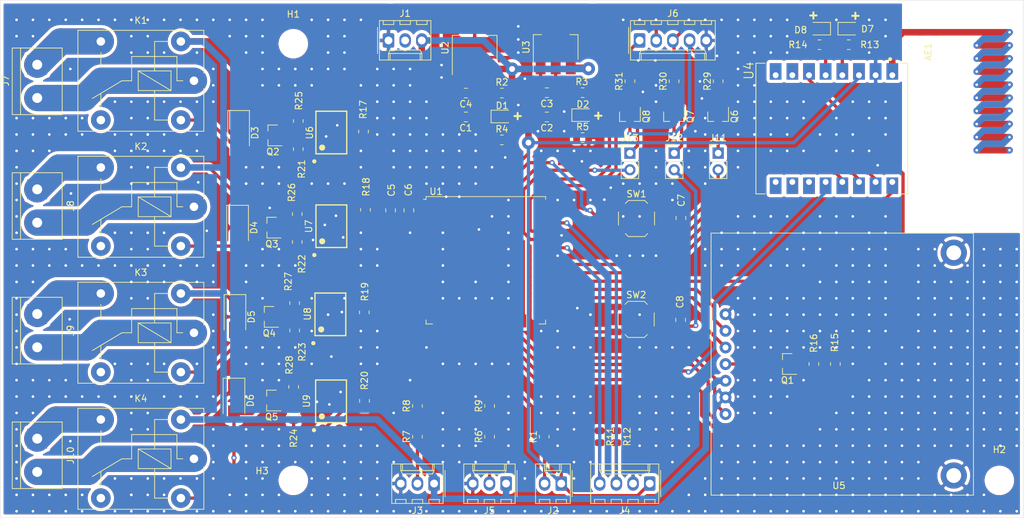
<source format=kicad_pcb>
(kicad_pcb (version 20171130) (host pcbnew "(5.1.9)-1")
  (layers (0 F.Cu signal) (31 B.Cu signal) (34 B.Paste user) (35 F.Paste user) (36 B.SilkS user) (37 F.SilkS user) (38 B.Mask user) (39 F.Mask user) (44 Edge.Cuts user))
  (net 0 "")
  (net 1 GND)
  (net 2 +12V)
  (net 3 +5V)
  (net 4 +3V3)
  (net 5 "Net-(J1-Pad2)")
  (net 6 "Net-(U1-Pad32)")
  (net 7 "Net-(U1-Pad26)")
  (net 8 "Net-(U1-Pad22)")
  (net 9 "Net-(U1-Pad21)")
  (net 10 "Net-(U1-Pad20)")
  (net 11 "Net-(U1-Pad19)")
  (net 12 "Net-(U1-Pad5)")
  (net 13 "Net-(U1-Pad4)")
  (net 14 "Net-(C3-Pad1)")
  (net 15 "Net-(C4-Pad1)")
  (net 16 "Net-(D1-Pad1)")
  (net 17 "Net-(D2-Pad1)")
  (net 18 /S_APERTURA)
  (net 19 "Net-(J3-Pad2)")
  (net 20 /SDA)
  (net 21 /SCL)
  (net 22 "Net-(J5-Pad2)")
  (net 23 /esp32/RESET)
  (net 24 /esp32/RX)
  (net 25 /esp32/TX)
  (net 26 /S_HUMEDAD)
  (net 27 /S_MOVIMIENTO)
  (net 28 /MOSI)
  (net 29 /MISO)
  (net 30 /SCK)
  (net 31 /TX2)
  (net 32 /RX2)
  (net 33 /CS)
  (net 34 /PWRKEY)
  (net 35 /DIO0)
  (net 36 /RESET_L)
  (net 37 /SLEEP1)
  (net 38 "Net-(U4-Pad11)")
  (net 39 "Net-(U4-Pad10)")
  (net 40 "Net-(U4-Pad9)")
  (net 41 "Net-(U4-Pad8)")
  (net 42 "Net-(U4-Pad7)")
  (net 43 "Net-(R13-Pad1)")
  (net 44 "Net-(R14-Pad1)")
  (net 45 "Net-(Q1-Pad2)")
  (net 46 "Net-(D3-Pad2)")
  (net 47 "Net-(D4-Pad2)")
  (net 48 "Net-(D5-Pad2)")
  (net 49 "Net-(D6-Pad2)")
  (net 50 /esp32/DTR)
  (net 51 /actuadores/LINEA1)
  (net 52 /actuadores/LINEA1_CARGA)
  (net 53 /actuadores/LINEA2)
  (net 54 /actuadores/LINEA2_CARGA)
  (net 55 /actuadores/LINEA3)
  (net 56 /actuadores/LINEA3_CARGA)
  (net 57 /actuadores/LINEA4)
  (net 58 /actuadores/LINEA4_CARGA)
  (net 59 "Net-(K1-Pad12)")
  (net 60 "Net-(K2-Pad12)")
  (net 61 "Net-(K3-Pad12)")
  (net 62 "Net-(K4-Pad12)")
  (net 63 "Net-(Q2-Pad2)")
  (net 64 "Net-(Q3-Pad2)")
  (net 65 "Net-(Q4-Pad2)")
  (net 66 "Net-(Q5-Pad2)")
  (net 67 "Net-(J11-Pad1)")
  (net 68 "Net-(Q6-Pad2)")
  (net 69 "Net-(J12-Pad1)")
  (net 70 "Net-(Q7-Pad2)")
  (net 71 "Net-(J13-Pad1)")
  (net 72 "Net-(Q8-Pad2)")
  (net 73 /esp32/EN)
  (net 74 /RELAY1)
  (net 75 "Net-(R17-Pad1)")
  (net 76 "Net-(R18-Pad1)")
  (net 77 "Net-(R19-Pad1)")
  (net 78 "Net-(R20-Pad1)")
  (net 79 "Net-(R21-Pad2)")
  (net 80 "Net-(R22-Pad2)")
  (net 81 "Net-(R23-Pad2)")
  (net 82 "Net-(R24-Pad2)")
  (net 83 /esp32/IO0)
  (net 84 /esp32/IO2)
  (net 85 "Net-(D7-Pad2)")
  (net 86 "Net-(D8-Pad2)")
  (net 87 "Net-(U1-Pad18)")
  (net 88 "Net-(U1-Pad17)")
  (net 89 /RELAY2)
  (net 90 /RELAY3)
  (net 91 /RELAY4)
  (net 92 /comunicacion/POWERKEY)
  (net 93 /comunicacion/ANT)
  (module SFH6156-2T:SOT254P978X405-4N (layer F.Cu) (at 115.45 108.225 90)
    (fp_text reference U9 (at 0.035 -3.73 90) (layer F.SilkS) (effects (font (size 1.00311 1.00311))))
    (fp_text value SFH6156-2T)
    (pad 4 smd oval (at 4.45 -1.27 90) (size 1.85 1.45) (layers F.Cu F.Paste F.Mask) (net 3 +5V))
    (pad 3 smd oval (at 4.45 1.27 90) (size 1.85 1.45) (layers F.Cu F.Paste F.Mask) (net 82 "Net-(R24-Pad2)"))
    (pad 2 smd oval (at -4.45 1.27 90) (size 1.85 1.45) (layers F.Cu F.Paste F.Mask) (net 1 GND))
    (pad 1 smd oval (at -4.45 -1.27 90) (size 1.85 1.45) (layers F.Cu F.Paste F.Mask) (net 78 "Net-(R20-Pad1)"))
  )
  (module SFH6156-2T:SOT254P978X405-4N (layer F.Cu) (at 115.35 94.95 90)
    (fp_text reference U8 (at 0.06 -3.49 90) (layer F.SilkS) (effects (font (size 1.00311 1.00311))))
    (fp_text value SFH6156-2T)
    (pad 4 smd oval (at 4.45 -1.27 90) (size 1.85 1.45) (layers F.Cu F.Paste F.Mask) (net 3 +5V))
    (pad 3 smd oval (at 4.45 1.27 90) (size 1.85 1.45) (layers F.Cu F.Paste F.Mask) (net 81 "Net-(R23-Pad2)"))
    (pad 2 smd oval (at -4.45 1.27 90) (size 1.85 1.45) (layers F.Cu F.Paste F.Mask) (net 1 GND))
    (pad 1 smd oval (at -4.45 -1.27 90) (size 1.85 1.45) (layers F.Cu F.Paste F.Mask) (net 77 "Net-(R19-Pad1)"))
  )
  (module SFH6156-2T:SOT254P978X405-4N (layer F.Cu) (at 115.5 81.5 90)
    (fp_text reference U7 (at -0.02 -3.44 90) (layer F.SilkS) (effects (font (size 1.00311 1.00311))))
    (fp_text value SFH6156-2T)
    (pad 4 smd oval (at 4.45 -1.27 90) (size 1.85 1.45) (layers F.Cu F.Paste F.Mask) (net 3 +5V))
    (pad 3 smd oval (at 4.45 1.27 90) (size 1.85 1.45) (layers F.Cu F.Paste F.Mask) (net 80 "Net-(R22-Pad2)"))
    (pad 2 smd oval (at -4.45 1.27 90) (size 1.85 1.45) (layers F.Cu F.Paste F.Mask) (net 1 GND))
    (pad 1 smd oval (at -4.45 -1.27 90) (size 1.85 1.45) (layers F.Cu F.Paste F.Mask) (net 76 "Net-(R18-Pad1)"))
  )
  (module SFH6156-2T:SOT254P978X405-4N (layer F.Cu) (at 115.496879 67.2 90)
    (fp_text reference U6 (at -0.03 -3.316879 90) (layer F.SilkS) (effects (font (size 1.00311 1.00311))))
    (fp_text value SFH6156-2T)
    (pad 4 smd oval (at 4.45 -1.27 90) (size 1.85 1.45) (layers F.Cu F.Paste F.Mask) (net 3 +5V))
    (pad 3 smd oval (at 4.45 1.27 90) (size 1.85 1.45) (layers F.Cu F.Paste F.Mask) (net 79 "Net-(R21-Pad2)"))
    (pad 2 smd oval (at -4.45 1.27 90) (size 1.85 1.45) (layers F.Cu F.Paste F.Mask) (net 1 GND))
    (pad 1 smd oval (at -4.45 -1.27 90) (size 1.85 1.45) (layers F.Cu F.Paste F.Mask) (net 75 "Net-(R17-Pad1)"))
  )
  (module RF-LORA-868-SO:Texas_SWRA416_868MHz_915MHz (layer F.Cu) (at 213.1 60.9 270)
    (fp_text reference AE1 (at -6 6.6 90) (layer F.SilkS))
    (fp_text value Antenna)
    (fp_line (start 7 -5.8) (end 8 -4.8) (layer B.Cu) (width 1))
    (fp_line (start 8 -1.8) (end 9 -0.8) (layer B.Cu) (width 1))
    (fp_line (start 8 -4.8) (end 8 -1.8) (layer B.Cu) (width 1))
    (fp_line (start 9 -5.8) (end 9 -0.8) (layer F.Cu) (width 1))
    (fp_line (start 5 -5.8) (end 6 -4.8) (layer B.Cu) (width 1))
    (fp_line (start 6 -1.8) (end 7 -0.8) (layer B.Cu) (width 1))
    (fp_line (start 6 -4.8) (end 6 -1.8) (layer B.Cu) (width 1))
    (fp_line (start 7 -5.8) (end 7 -0.8) (layer F.Cu) (width 1))
    (fp_line (start 3 -5.8) (end 4 -4.8) (layer B.Cu) (width 1))
    (fp_line (start 4 -1.8) (end 5 -0.8) (layer B.Cu) (width 1))
    (fp_line (start 4 -4.8) (end 4 -1.8) (layer B.Cu) (width 1))
    (fp_line (start 5 -5.8) (end 5 -0.8) (layer F.Cu) (width 1))
    (fp_line (start 1 -5.8) (end 2 -4.8) (layer B.Cu) (width 1))
    (fp_line (start 2 -1.8) (end 3 -0.8) (layer B.Cu) (width 1))
    (fp_line (start 2 -4.8) (end 2 -1.8) (layer B.Cu) (width 1))
    (fp_line (start 3 -5.8) (end 3 -0.8) (layer F.Cu) (width 1))
    (fp_line (start -1 -5.8) (end 0 -4.8) (layer B.Cu) (width 1))
    (fp_line (start 0 -1.8) (end 1 -0.8) (layer B.Cu) (width 1))
    (fp_line (start 0 -4.8) (end 0 -1.8) (layer B.Cu) (width 1))
    (fp_line (start 1 -5.8) (end 1 -0.8) (layer F.Cu) (width 1))
    (fp_line (start -3 -5.8) (end -2 -4.8) (layer B.Cu) (width 1))
    (fp_line (start -2 -1.8) (end -1 -0.8) (layer B.Cu) (width 1))
    (fp_line (start -2 -4.8) (end -2 -1.8) (layer B.Cu) (width 1))
    (fp_line (start -1 -5.8) (end -1 -0.8) (layer F.Cu) (width 1))
    (fp_line (start -4 -4.8) (end -4 -1.8) (layer B.Cu) (width 1))
    (fp_line (start -5 -5.8) (end -4 -4.8) (layer B.Cu) (width 1))
    (fp_line (start -4 -1.8) (end -3 -0.8) (layer B.Cu) (width 1))
    (fp_line (start -3 -5.8) (end -3 -0.8) (layer F.Cu) (width 1))
    (fp_line (start -6 -4.8) (end -6 -1.8) (layer B.Cu) (width 1))
    (fp_line (start -7 -5.8) (end -6 -4.8) (layer B.Cu) (width 1))
    (fp_line (start -6 -1.8) (end -5 -0.8) (layer B.Cu) (width 1))
    (fp_line (start -5 -5.8) (end -5 -0.8) (layer F.Cu) (width 1))
    (fp_line (start -7 -5.8) (end -7 -0.8) (layer F.Cu) (width 1))
    (fp_line (start -9 5.6) (end -9 -5.8) (layer F.Cu) (width 1))
    (fp_line (start -9 -5.8) (end -8 -4.8) (layer B.Cu) (width 1))
    (fp_line (start -8 -4.8) (end -8 -1.8) (layer B.Cu) (width 1))
    (fp_line (start -8 -1.8) (end -7 -0.8) (layer B.Cu) (width 1))
    (pad "" thru_hole circle (at 9 -0.8 90) (size 1 1) (drill 0.4) (layers *.Cu))
    (pad "" thru_hole circle (at 9 -5.8 90) (size 1 1) (drill 0.4) (layers *.Cu))
    (pad "" thru_hole circle (at 7 -5.8 90) (size 1 1) (drill 0.4) (layers *.Cu))
    (pad "" thru_hole circle (at 7 -0.8 90) (size 1 1) (drill 0.4) (layers *.Cu))
    (pad "" thru_hole circle (at 5 -0.8 90) (size 1 1) (drill 0.4) (layers *.Cu))
    (pad "" thru_hole circle (at 5 -5.8 90) (size 1 1) (drill 0.4) (layers *.Cu))
    (pad "" thru_hole circle (at 3 -0.8 90) (size 1 1) (drill 0.4) (layers *.Cu))
    (pad "" thru_hole circle (at 3 -5.8 90) (size 1 1) (drill 0.4) (layers *.Cu))
    (pad "" thru_hole circle (at 1 -5.8 90) (size 1 1) (drill 0.4) (layers *.Cu))
    (pad "" thru_hole circle (at 1 -0.8 90) (size 1 1) (drill 0.4) (layers *.Cu))
    (pad "" thru_hole circle (at -1 -0.8 90) (size 1 1) (drill 0.4) (layers *.Cu))
    (pad "" thru_hole circle (at -1 -5.8 90) (size 1 1) (drill 0.4) (layers *.Cu))
    (pad "" thru_hole circle (at -3 -5.8 90) (size 1 1) (drill 0.4) (layers *.Cu))
    (pad "" thru_hole circle (at -3 -0.8 90) (size 1 1) (drill 0.4) (layers *.Cu))
    (pad "" thru_hole circle (at -5 -0.8 90) (size 1 1) (drill 0.4) (layers *.Cu))
    (pad "" thru_hole circle (at -5 -5.8 90) (size 1 1) (drill 0.4) (layers *.Cu))
    (pad "" thru_hole circle (at -7 -5.8 90) (size 1 1) (drill 0.4) (layers *.Cu))
    (pad "" thru_hole circle (at -7 -0.8 90) (size 1 1) (drill 0.4) (layers *.Cu))
    (pad "" thru_hole circle (at -9 -5.8 90) (size 1 1) (drill 0.4) (layers *.Cu))
    (pad 1 smd rect (at -9 7.62 90) (size 1 3) (drill (offset 0 1)) (layers *.Mask F.Cu) (net 93 /comunicacion/ANT))
  )
  (module MountingHole:MountingHole_3.5mm (layer F.Cu) (at 109.45 120.3)
    (fp_text reference H3 (at -4.52 -1.46) (layer F.SilkS))
    (fp_text value MountingHole)
    (pad "" np_thru_hole circle (at 0.25 0) (size 3.5 3.5) (drill 3.5) (layers *.Cu *.Mask))
  )
  (module MountingHole:MountingHole_3.5mm (layer F.Cu) (at 217.35 120.1)
    (fp_text reference H2 (at 0 -4.5) (layer F.SilkS))
    (fp_text value MountingHole)
    (pad "" np_thru_hole circle (at 0 0.2) (size 3.5 3.5) (drill 3.5) (layers *.Cu *.Mask))
  )
  (module MountingHole:MountingHole_3.5mm (layer F.Cu) (at 109.7 53.65)
    (fp_text reference H1 (at 0 -4.5) (layer F.SilkS))
    (fp_text value MountingHole)
    (pad 1 np_thru_hole circle (at 0 0) (size 3.5 3.5) (drill 3.5) (layers *.Cu *.Mask))
  )
  (module TerminalBlockjuan:TerminalBlock_bornier-2_P5.08mm (layer F.Cu) (at 70.65 113.92 270)
    (fp_text reference J10 (at 2.54 -5.08 90) (layer F.SilkS))
    (fp_text value Screw_Terminal_01x02)
    (pad 2 thru_hole circle (at 5.08 0 270) (size 3 3) (drill 1.52) (layers *.Cu *.Mask) (net 57 /actuadores/LINEA4))
    (pad 1 thru_hole rect (at 0 0 270) (size 3 3) (drill 1.52) (layers *.Cu *.Mask) (net 58 /actuadores/LINEA4_CARGA))
  )
  (module TerminalBlockjuan:TerminalBlock_bornier-2_P5.08mm (layer F.Cu) (at 70.65 94.896666 270)
    (fp_text reference J9 (at 2.54 -5.08 90) (layer F.SilkS))
    (fp_text value Screw_Terminal_01x02)
    (pad 2 thru_hole circle (at 5.08 0 270) (size 3 3) (drill 1.52) (layers *.Cu *.Mask) (net 55 /actuadores/LINEA3))
    (pad 1 thru_hole rect (at 0 0 270) (size 3 3) (drill 1.52) (layers *.Cu *.Mask) (net 56 /actuadores/LINEA3_CARGA))
  )
  (module TerminalBlockjuan:TerminalBlock_bornier-2_P5.08mm (layer F.Cu) (at 70.65 75.873333 270)
    (fp_text reference J8 (at 2.54 -5.08 90) (layer F.SilkS))
    (fp_text value Screw_Terminal_01x02)
    (pad 2 thru_hole circle (at 5.08 0 270) (size 3 3) (drill 1.52) (layers *.Cu *.Mask) (net 53 /actuadores/LINEA2))
    (pad 1 thru_hole rect (at 0 0 270) (size 3 3) (drill 1.52) (layers *.Cu *.Mask) (net 54 /actuadores/LINEA2_CARGA))
  )
  (module TerminalBlockjuan:TerminalBlock_bornier-2_P5.08mm (layer F.Cu) (at 70.65 56.85 270)
    (fp_text reference J7 (at 2.435 4.825 90) (layer F.SilkS))
    (fp_text value Screw_Terminal_01x02)
    (pad 2 thru_hole circle (at 5.08 0 270) (size 3 3) (drill 1.52) (layers *.Cu *.Mask) (net 51 /actuadores/LINEA1))
    (pad 1 thru_hole rect (at 0 0 270) (size 3 3) (drill 1.52) (layers *.Cu *.Mask) (net 52 /actuadores/LINEA1_CARGA))
  )
  (module SIM7600SA:SIM7600SA (layer F.Cu) (at 193.4 102.55)
    (fp_text reference U5 (at -0.508 18.542) (layer F.SilkS))
    (fp_text value SIM7600SA)
    (pad 1 thru_hole circle (at 17 17) (size 4 4) (drill 2.26) (layers *.Cu *.Mask) (net 1 GND))
    (pad 1 thru_hole circle (at 17 -17) (size 4 4) (drill 2.26) (layers *.Cu *.Mask) (net 1 GND))
    (pad 7 thru_hole circle (at -17.8 7.62) (size 1.8 1.8) (drill 0.9) (layers *.Cu *.Mask) (net 37 /SLEEP1))
    (pad 6 thru_hole circle (at -17.8 5.08) (size 1.8 1.8) (drill 0.9) (layers *.Cu *.Mask) (net 1 GND))
    (pad 5 thru_hole circle (at -17.8 2.54) (size 1.8 1.8) (drill 0.9) (layers *.Cu *.Mask) (net 3 +5V))
    (pad 4 thru_hole circle (at -17.8 0) (size 1.8 1.8) (drill 0.9) (layers *.Cu *.Mask) (net 92 /comunicacion/POWERKEY))
    (pad 3 thru_hole circle (at -17.8 -2.54) (size 1.8 1.8) (drill 0.9) (layers *.Cu *.Mask) (net 32 /RX2))
    (pad 2 thru_hole circle (at -17.8 -5.08) (size 1.8 1.8) (drill 0.9) (layers *.Cu *.Mask) (net 31 /TX2))
    (pad 1 thru_hole circle (at -17.8 -7.62) (size 1.8 1.8) (drill 0.9) (layers *.Cu *.Mask) (net 1 GND))
  )
  (module Relay_THT:Relay_SPDT_Finder_36.11 (layer F.Cu) (at 94.55 59.3 180)
    (fp_text reference K1 (at 8.1 9.2) (layer F.SilkS))
    (fp_text value FINDER-36.11)
    (pad 11 thru_hole circle (at 0 0 180) (size 3 3) (drill 1.3) (layers *.Cu *.Mask) (net 51 /actuadores/LINEA1))
    (pad A2 thru_hole circle (at 2 -6 180) (size 3 3) (drill 1.3) (layers *.Cu *.Mask) (net 46 "Net-(D3-Pad2)"))
    (pad 12 thru_hole circle (at 14.2 -6 180) (size 3 3) (drill 1.3) (layers *.Cu *.Mask) (net 59 "Net-(K1-Pad12)"))
    (pad 14 thru_hole circle (at 14.2 6 180) (size 3 3) (drill 1.3) (layers *.Cu *.Mask) (net 52 /actuadores/LINEA1_CARGA))
    (pad A1 thru_hole circle (at 2 6 180) (size 3 3) (drill 1.3) (layers *.Cu *.Mask) (net 3 +5V))
  )
  (module RF-LORA-868-SO:XCVR_RF-LORA-868-SO (layer F.Cu) (at 191.8 66.6 270)
    (fp_text reference U4 (at -8.85 12.65 90) (layer F.SilkS) (effects (font (size 1.401756 1.401756))))
    (fp_text value RF-LORA-915-SO)
    (pad 16 thru_hole rect (at 8.145 -9.225 270) (size 2.5 1.78) (drill 0.9 (offset 0.58 0)) (layers *.Cu *.Mask) (net 33 /CS))
    (pad 15 thru_hole rect (at 8.145 -6.685 270) (size 2.5 1.78) (drill 0.9 (offset 0.58 0)) (layers *.Cu *.Mask) (net 28 /MOSI))
    (pad 14 thru_hole rect (at 8.145 -4.145 270) (size 2.5 1.78) (drill 0.9 (offset 0.58 0)) (layers *.Cu *.Mask) (net 29 /MISO))
    (pad 13 thru_hole rect (at 8.145 -1.605 270) (size 2.5 1.78) (drill 0.9 (offset 0.58 0)) (layers *.Cu *.Mask) (net 30 /SCK))
    (pad 12 thru_hole rect (at 8.145 0.935 270) (size 2.5 1.78) (drill 0.9 (offset 0.58 0)) (layers *.Cu *.Mask) (net 36 /RESET_L))
    (pad 11 thru_hole rect (at 8.145 3.475 270) (size 2.5 1.78) (drill 0.9 (offset 0.58 0)) (layers *.Cu *.Mask) (net 38 "Net-(U4-Pad11)"))
    (pad 10 thru_hole rect (at 8.145 6.015 270) (size 2.5 1.78) (drill 0.9 (offset 0.58 0)) (layers *.Cu *.Mask) (net 39 "Net-(U4-Pad10)"))
    (pad 9 thru_hole rect (at 8.145 8.555 270) (size 2.5 1.78) (drill 0.9 (offset 0.58 0)) (layers *.Cu *.Mask) (net 40 "Net-(U4-Pad9)"))
    (pad 8 thru_hole rect (at -8.145 8.555 270) (size 2.5 1.78) (drill 0.9 (offset -0.58 0)) (layers *.Cu *.Mask) (net 41 "Net-(U4-Pad8)"))
    (pad 7 thru_hole rect (at -8.145 6.015 270) (size 2.5 1.78) (drill 0.9 (offset -0.58 0)) (layers *.Cu *.Mask) (net 42 "Net-(U4-Pad7)"))
    (pad 6 thru_hole rect (at -8.145 3.475 270) (size 2.5 1.78) (drill 0.9 (offset -0.58 0)) (layers *.Cu *.Mask) (net 35 /DIO0))
    (pad 1 thru_hole rect (at -8.145 -9.225 270) (size 2.5 1.78) (drill 0.9 (offset -0.58 0)) (layers *.Cu *.Mask) (net 93 /comunicacion/ANT))
    (pad 2 thru_hole rect (at -8.145 -6.685 270) (size 2.5 1.78) (drill 0.9 (offset -0.58 0)) (layers *.Cu *.Mask) (net 1 GND))
    (pad 5 thru_hole rect (at -8.145 0.935 270) (size 2.5 1.78) (drill 0.9 (offset -0.58 0)) (layers *.Cu *.Mask) (net 44 "Net-(R14-Pad1)"))
    (pad 3 thru_hole rect (at -8.145 -4.145 270) (size 2.5 1.78) (drill 0.9 (offset -0.58 0)) (layers *.Cu *.Mask) (net 4 +3V3))
    (pad 4 thru_hole rect (at -8.145 -1.605 270) (size 2.5 1.78) (drill 0.9 (offset -0.58 0)) (layers *.Cu *.Mask) (net 43 "Net-(R13-Pad1)"))
  )
  (module Capacitor_SMD:C_0805_2012Metric (layer F.Cu) (at 168.75 95.8 90)
    (fp_text reference C8 (at 2.75 -0.1 90) (layer F.SilkS))
    (fp_text value 0.1uf)
    (pad 2 smd roundrect (at 0.95 0 90) (size 1 1.45) (layers F.Cu F.Paste F.Mask) (net 1 GND))
    (pad 1 smd roundrect (at -0.95 0 90) (size 1 1.45) (layers F.Cu F.Paste F.Mask) (net 83 /esp32/IO0))
  )
  (module Capacitor_SMD:C_0805_2012Metric (layer F.Cu) (at 168.8 80.25 270)
    (fp_text reference C7 (at -2.7 -0.05 90) (layer F.SilkS))
    (fp_text value 0.1uf)
    (pad 2 smd roundrect (at 0.95 0 270) (size 1 1.45) (layers F.Cu F.Paste F.Mask) (net 73 /esp32/EN))
    (pad 1 smd roundrect (at -0.95 0 270) (size 1 1.45) (layers F.Cu F.Paste F.Mask) (net 1 GND))
  )
  (module Relay_THT:Relay_SPDT_Finder_36.11 (layer F.Cu) (at 94.55 97.766666 180)
    (fp_text reference K3 (at 8.1 9.2) (layer F.SilkS))
    (fp_text value FINDER-36.11)
    (pad 11 thru_hole circle (at 0 0 180) (size 3 3) (drill 1.3) (layers *.Cu *.Mask) (net 55 /actuadores/LINEA3))
    (pad A2 thru_hole circle (at 2 -6 180) (size 3 3) (drill 1.3) (layers *.Cu *.Mask) (net 48 "Net-(D5-Pad2)"))
    (pad 12 thru_hole circle (at 14.2 -6 180) (size 3 3) (drill 1.3) (layers *.Cu *.Mask) (net 61 "Net-(K3-Pad12)"))
    (pad 14 thru_hole circle (at 14.2 6 180) (size 3 3) (drill 1.3) (layers *.Cu *.Mask) (net 56 /actuadores/LINEA3_CARGA))
    (pad A1 thru_hole circle (at 2 6 180) (size 3 3) (drill 1.3) (layers *.Cu *.Mask) (net 3 +5V))
  )
  (module Diode_SMD:D_SMA (layer F.Cu) (at 101.35 67.25 270)
    (fp_text reference D3 (at 0 -2.5 90) (layer F.SilkS))
    (fp_text value US1J)
    (pad 2 smd rect (at 2 0 270) (size 2.5 1.8) (layers F.Cu F.Paste F.Mask) (net 46 "Net-(D3-Pad2)"))
    (pad 1 smd rect (at -2 0 270) (size 2.5 1.8) (layers F.Cu F.Paste F.Mask) (net 3 +5V))
  )
  (module Package_TO_SOT_SMD:SOT-23 (layer F.Cu) (at 106.583334 67.6375 180)
    (fp_text reference Q2 (at 0 -2.5) (layer F.SilkS))
    (fp_text value PN2222A)
    (pad 3 smd rect (at 1 0 180) (size 0.9 0.8) (layers F.Cu F.Paste F.Mask) (net 46 "Net-(D3-Pad2)"))
    (pad 2 smd rect (at -1 0.95 180) (size 0.9 0.8) (layers F.Cu F.Paste F.Mask) (net 63 "Net-(Q2-Pad2)"))
    (pad 1 smd rect (at -1 -0.95 180) (size 0.9 0.8) (layers F.Cu F.Paste F.Mask) (net 1 GND))
  )
  (module Resistor_SMD:R_0805_2012Metric (layer F.Cu) (at 110.45 65.45 270)
    (fp_text reference R25 (at -3.1 -0.1 90) (layer F.SilkS))
    (fp_text value 10K)
    (pad 2 smd roundrect (at 0.9125 0 270) (size 1.025 1.4) (layers F.Cu F.Paste F.Mask) (roundrect_rratio 0.2439014634146341) (net 79 "Net-(R21-Pad2)"))
    (pad 1 smd roundrect (at -0.9125 0 270) (size 1.025 1.4) (layers F.Cu F.Paste F.Mask) (roundrect_rratio 0.2439014634146341) (net 63 "Net-(Q2-Pad2)"))
  )
  (module Resistor_SMD:R_0805_2012Metric (layer F.Cu) (at 110.45 69.7375 90)
    (fp_text reference R21 (at -3.0425 0.52 90) (layer F.SilkS))
    (fp_text value 2.2K)
    (pad 2 smd roundrect (at 0.9125 0 90) (size 1.025 1.4) (layers F.Cu F.Paste F.Mask) (roundrect_rratio 0.2439014634146341) (net 79 "Net-(R21-Pad2)"))
    (pad 1 smd roundrect (at -0.9125 0 90) (size 1.025 1.4) (layers F.Cu F.Paste F.Mask) (roundrect_rratio 0.2439014634146341) (net 1 GND))
  )
  (module Package_TO_SOT_SMD:SOT-23 (layer F.Cu) (at 161.025 64.75 270)
    (fp_text reference Q8 (at 0 -2.5 90) (layer F.SilkS))
    (fp_text value PN2222A)
    (pad 3 smd rect (at 1 0 270) (size 0.9 0.8) (layers F.Cu F.Paste F.Mask) (net 50 /esp32/DTR))
    (pad 2 smd rect (at -1 0.95 270) (size 0.9 0.8) (layers F.Cu F.Paste F.Mask) (net 72 "Net-(Q8-Pad2)"))
    (pad 1 smd rect (at -1 -0.95 270) (size 0.9 0.8) (layers F.Cu F.Paste F.Mask) (net 71 "Net-(J13-Pad1)"))
  )
  (module Package_TO_SOT_SMD:SOT-23 (layer F.Cu) (at 167.75 64.75 270)
    (fp_text reference Q7 (at 0 -2.5 90) (layer F.SilkS))
    (fp_text value PN2222A)
    (pad 3 smd rect (at 1 0 270) (size 0.9 0.8) (layers F.Cu F.Paste F.Mask) (net 50 /esp32/DTR))
    (pad 2 smd rect (at -1 0.95 270) (size 0.9 0.8) (layers F.Cu F.Paste F.Mask) (net 70 "Net-(Q7-Pad2)"))
    (pad 1 smd rect (at -1 -0.95 270) (size 0.9 0.8) (layers F.Cu F.Paste F.Mask) (net 69 "Net-(J12-Pad1)"))
  )
  (module Package_TO_SOT_SMD:SOT-23 (layer F.Cu) (at 174.475 64.75 270)
    (fp_text reference Q6 (at 0 -2.5 90) (layer F.SilkS))
    (fp_text value PN2222A)
    (pad 3 smd rect (at 1 0 270) (size 0.9 0.8) (layers F.Cu F.Paste F.Mask) (net 67 "Net-(J11-Pad1)"))
    (pad 2 smd rect (at -1 0.95 270) (size 0.9 0.8) (layers F.Cu F.Paste F.Mask) (net 68 "Net-(Q6-Pad2)"))
    (pad 1 smd rect (at -1 -0.95 270) (size 0.9 0.8) (layers F.Cu F.Paste F.Mask) (net 23 /esp32/RESET))
  )
  (module Package_TO_SOT_SMD:SOT-23 (layer F.Cu) (at 106.4 108.1 180)
    (fp_text reference Q5 (at 0 -2.5) (layer F.SilkS))
    (fp_text value PN2222A)
    (pad 3 smd rect (at 1 0 180) (size 0.9 0.8) (layers F.Cu F.Paste F.Mask) (net 49 "Net-(D6-Pad2)"))
    (pad 2 smd rect (at -1 0.95 180) (size 0.9 0.8) (layers F.Cu F.Paste F.Mask) (net 66 "Net-(Q5-Pad2)"))
    (pad 1 smd rect (at -1 -0.95 180) (size 0.9 0.8) (layers F.Cu F.Paste F.Mask) (net 1 GND))
  )
  (module Package_TO_SOT_SMD:SOT-23 (layer F.Cu) (at 106.033334 95.333332 180)
    (fp_text reference Q4 (at 0 -2.5) (layer F.SilkS))
    (fp_text value PN2222A)
    (pad 3 smd rect (at 1 0 180) (size 0.9 0.8) (layers F.Cu F.Paste F.Mask) (net 48 "Net-(D5-Pad2)"))
    (pad 2 smd rect (at -1 0.95 180) (size 0.9 0.8) (layers F.Cu F.Paste F.Mask) (net 65 "Net-(Q4-Pad2)"))
    (pad 1 smd rect (at -1 -0.95 180) (size 0.9 0.8) (layers F.Cu F.Paste F.Mask) (net 1 GND))
  )
  (module Package_TO_SOT_SMD:SOT-23 (layer F.Cu) (at 106.433334 81.716666 180)
    (fp_text reference Q3 (at 0 -2.5) (layer F.SilkS))
    (fp_text value PN2222A)
    (pad 3 smd rect (at 1 0 180) (size 0.9 0.8) (layers F.Cu F.Paste F.Mask) (net 47 "Net-(D4-Pad2)"))
    (pad 2 smd rect (at -1 0.95 180) (size 0.9 0.8) (layers F.Cu F.Paste F.Mask) (net 64 "Net-(Q3-Pad2)"))
    (pad 1 smd rect (at -1 -0.95 180) (size 0.9 0.8) (layers F.Cu F.Paste F.Mask) (net 1 GND))
  )
  (module RF_Module:ESP32-WROOM-32U (layer F.Cu) (at 139.05 86.7)
    (fp_text reference U1 (at -7.58 -10.5 180) (layer F.SilkS))
    (fp_text value ESP32-WROOM-32D)
    (pad 38 smd rect (at 8.5 -8.255) (size 2 0.9) (layers F.Cu F.Paste F.Mask) (net 1 GND))
    (pad 37 smd rect (at 8.5 -6.985) (size 2 0.9) (layers F.Cu F.Paste F.Mask) (net 28 /MOSI))
    (pad 36 smd rect (at 8.5 -5.715) (size 2 0.9) (layers F.Cu F.Paste F.Mask) (net 21 /SCL))
    (pad 35 smd rect (at 8.5 -4.445) (size 2 0.9) (layers F.Cu F.Paste F.Mask) (net 25 /esp32/TX))
    (pad 34 smd rect (at 8.5 -3.175) (size 2 0.9) (layers F.Cu F.Paste F.Mask) (net 24 /esp32/RX))
    (pad 33 smd rect (at 8.5 -1.905) (size 2 0.9) (layers F.Cu F.Paste F.Mask) (net 20 /SDA))
    (pad 32 smd rect (at 8.5 -0.635) (size 2 0.9) (layers F.Cu F.Paste F.Mask) (net 6 "Net-(U1-Pad32)"))
    (pad 31 smd rect (at 8.5 0.635) (size 2 0.9) (layers F.Cu F.Paste F.Mask) (net 29 /MISO))
    (pad 30 smd rect (at 8.5 1.905) (size 2 0.9) (layers F.Cu F.Paste F.Mask) (net 30 /SCK))
    (pad 29 smd rect (at 8.5 3.175) (size 2 0.9) (layers F.Cu F.Paste F.Mask) (net 33 /CS))
    (pad 28 smd rect (at 8.5 4.445) (size 2 0.9) (layers F.Cu F.Paste F.Mask) (net 31 /TX2))
    (pad 27 smd rect (at 8.5 5.715) (size 2 0.9) (layers F.Cu F.Paste F.Mask) (net 32 /RX2))
    (pad 26 smd rect (at 8.5 6.985) (size 2 0.9) (layers F.Cu F.Paste F.Mask) (net 7 "Net-(U1-Pad26)"))
    (pad 25 smd rect (at 8.5 8.255) (size 2 0.9) (layers F.Cu F.Paste F.Mask) (net 83 /esp32/IO0))
    (pad 24 smd rect (at 5.715 9.255 90) (size 2 0.9) (layers F.Cu F.Paste F.Mask) (net 84 /esp32/IO2))
    (pad 23 smd rect (at 4.445 9.255 90) (size 2 0.9) (layers F.Cu F.Paste F.Mask) (net 37 /SLEEP1))
    (pad 22 smd rect (at 3.175 9.255 90) (size 2 0.9) (layers F.Cu F.Paste F.Mask) (net 8 "Net-(U1-Pad22)"))
    (pad 21 smd rect (at 1.905 9.255 90) (size 2 0.9) (layers F.Cu F.Paste F.Mask) (net 9 "Net-(U1-Pad21)"))
    (pad 20 smd rect (at 0.635 9.255 90) (size 2 0.9) (layers F.Cu F.Paste F.Mask) (net 10 "Net-(U1-Pad20)"))
    (pad 19 smd rect (at -0.635 9.255 90) (size 2 0.9) (layers F.Cu F.Paste F.Mask) (net 11 "Net-(U1-Pad19)"))
    (pad 18 smd rect (at -1.905 9.255 90) (size 2 0.9) (layers F.Cu F.Paste F.Mask) (net 87 "Net-(U1-Pad18)"))
    (pad 17 smd rect (at -3.175 9.255 90) (size 2 0.9) (layers F.Cu F.Paste F.Mask) (net 88 "Net-(U1-Pad17)"))
    (pad 16 smd rect (at -4.445 9.255 90) (size 2 0.9) (layers F.Cu F.Paste F.Mask) (net 34 /PWRKEY))
    (pad 15 smd rect (at -5.715 9.255 270) (size 2 0.9) (layers F.Cu F.Paste F.Mask) (net 1 GND))
    (pad 14 smd rect (at -8.5 8.255) (size 2 0.9) (layers F.Cu F.Paste F.Mask) (net 36 /RESET_L))
    (pad 13 smd rect (at -8.5 6.985) (size 2 0.9) (layers F.Cu F.Paste F.Mask) (net 35 /DIO0))
    (pad 12 smd rect (at -8.5 5.715) (size 2 0.9) (layers F.Cu F.Paste F.Mask) (net 18 /S_APERTURA))
    (pad 11 smd rect (at -8.5 4.445) (size 2 0.9) (layers F.Cu F.Paste F.Mask) (net 26 /S_HUMEDAD))
    (pad 10 smd rect (at -8.5 3.175) (size 2 0.9) (layers F.Cu F.Paste F.Mask) (net 27 /S_MOVIMIENTO))
    (pad 9 smd rect (at -8.5 1.905) (size 2 0.9) (layers F.Cu F.Paste F.Mask) (net 91 /RELAY4))
    (pad 8 smd rect (at -8.5 0.635) (size 2 0.9) (layers F.Cu F.Paste F.Mask) (net 90 /RELAY3))
    (pad 7 smd rect (at -8.5 -0.635) (size 2 0.9) (layers F.Cu F.Paste F.Mask) (net 89 /RELAY2))
    (pad 6 smd rect (at -8.5 -1.905) (size 2 0.9) (layers F.Cu F.Paste F.Mask) (net 74 /RELAY1))
    (pad 5 smd rect (at -8.5 -3.175) (size 2 0.9) (layers F.Cu F.Paste F.Mask) (net 12 "Net-(U1-Pad5)"))
    (pad 4 smd rect (at -8.5 -4.445) (size 2 0.9) (layers F.Cu F.Paste F.Mask) (net 13 "Net-(U1-Pad4)"))
    (pad 3 smd rect (at -8.5 -5.715) (size 2 0.9) (layers F.Cu F.Paste F.Mask) (net 73 /esp32/EN))
    (pad 2 smd rect (at -8.5 -6.985) (size 2 0.9) (layers F.Cu F.Paste F.Mask) (net 4 +3V3))
    (pad 1 smd rect (at -8.5 -8.255) (size 2 0.9) (layers F.Cu F.Paste F.Mask) (net 1 GND))
    (pad 39 smd rect (at -1 -0.755) (size 5 5) (layers F.Cu F.Paste F.Mask) (net 1 GND))
  )
  (module LED_SMD:LED_0805_2012Metric (layer F.Cu) (at 189.925 51.35 180)
    (fp_text reference D8 (at 2.875 -0.2) (layer F.SilkS))
    (fp_text value LED)
    (pad 2 smd roundrect (at 0.9375 0 180) (size 0.975 1.4) (layers F.Cu F.Paste F.Mask) (net 86 "Net-(D8-Pad2)"))
    (pad 1 smd roundrect (at -0.9375 0 180) (size 0.975 1.4) (layers F.Cu F.Paste F.Mask) (net 1 GND))
  )
  (module LED_SMD:LED_0805_2012Metric (layer F.Cu) (at 194.425 51.35)
    (fp_text reference D7 (at 2.825 0.05) (layer F.SilkS))
    (fp_text value LED)
    (pad 2 smd roundrect (at 0.9375 0) (size 0.975 1.4) (layers F.Cu F.Paste F.Mask) (net 85 "Net-(D7-Pad2)"))
    (pad 1 smd roundrect (at -0.9375 0) (size 0.975 1.4) (layers F.Cu F.Paste F.Mask) (net 1 GND))
  )
  (module Connector_Molex:Molex_KK-254_AE-6410-05A_1x05_P2.54mm_Vertical (layer F.Cu) (at 162.495 53.15)
    (fp_text reference J6 (at 5.08 -4.12) (layer F.SilkS))
    (fp_text value Conn_01x04)
    (pad 5 thru_hole oval (at 10.16 0) (size 1.74 2.19) (drill 1.19) (layers *.Cu *.Mask) (net 1 GND))
    (pad 4 thru_hole oval (at 7.62 0) (size 1.74 2.19) (drill 1.19) (layers *.Cu *.Mask) (net 50 /esp32/DTR))
    (pad 3 thru_hole oval (at 5.08 0) (size 1.74 2.19) (drill 1.19) (layers *.Cu *.Mask) (net 23 /esp32/RESET))
    (pad 2 thru_hole oval (at 2.54 0) (size 1.74 2.19) (drill 1.19) (layers *.Cu *.Mask) (net 24 /esp32/RX))
    (pad 1 thru_hole roundrect (at 0 0) (size 1.74 2.19) (drill 1.19) (layers *.Cu *.Mask) (roundrect_rratio 0.1436775862068966) (net 25 /esp32/TX))
  )
  (module Connector_PinHeader_2.54mm:PinHeader_1x02_P2.54mm_Vertical (layer F.Cu) (at 161.025 70.35)
    (fp_text reference J13 (at 0 -2.33) (layer F.SilkS))
    (fp_text value Conn_01x02_Male)
    (pad 2 thru_hole oval (at 0 2.54) (size 1.7 1.7) (drill 1) (layers *.Cu *.Mask) (net 84 /esp32/IO2))
    (pad 1 thru_hole rect (at 0 0) (size 1.7 1.7) (drill 1) (layers *.Cu *.Mask) (net 71 "Net-(J13-Pad1)"))
  )
  (module Connector_PinHeader_2.54mm:PinHeader_1x02_P2.54mm_Vertical (layer F.Cu) (at 167.775 70.35)
    (fp_text reference J12 (at 0 -2.33) (layer F.SilkS))
    (fp_text value Conn_01x02_Male)
    (pad 2 thru_hole oval (at 0 2.54) (size 1.7 1.7) (drill 1) (layers *.Cu *.Mask) (net 83 /esp32/IO0))
    (pad 1 thru_hole rect (at 0 0) (size 1.7 1.7) (drill 1) (layers *.Cu *.Mask) (net 69 "Net-(J12-Pad1)"))
  )
  (module Connector_PinHeader_2.54mm:PinHeader_1x02_P2.54mm_Vertical (layer F.Cu) (at 174.475 70.35)
    (fp_text reference J11 (at 0 -2.33) (layer F.SilkS))
    (fp_text value Conn_01x02_Male)
    (pad 2 thru_hole oval (at 0 2.54) (size 1.7 1.7) (drill 1) (layers *.Cu *.Mask) (net 73 /esp32/EN))
    (pad 1 thru_hole rect (at 0 0) (size 1.7 1.7) (drill 1) (layers *.Cu *.Mask) (net 67 "Net-(J11-Pad1)"))
  )
  (module Resistor_SMD:R_0805_2012Metric (layer F.Cu) (at 161.025 59.375 90)
    (fp_text reference R31 (at 0 -1.65 90) (layer F.SilkS))
    (fp_text value 10K)
    (pad 2 smd roundrect (at 0.9125 0 90) (size 1.025 1.4) (layers F.Cu F.Paste F.Mask) (roundrect_rratio 0.2439014634146341) (net 23 /esp32/RESET))
    (pad 1 smd roundrect (at -0.9125 0 90) (size 1.025 1.4) (layers F.Cu F.Paste F.Mask) (roundrect_rratio 0.2439014634146341) (net 72 "Net-(Q8-Pad2)"))
  )
  (module Resistor_SMD:R_0805_2012Metric (layer F.Cu) (at 167.75 59.375 90)
    (fp_text reference R30 (at 0 -1.65 90) (layer F.SilkS))
    (fp_text value 10K)
    (pad 2 smd roundrect (at 0.9125 0 90) (size 1.025 1.4) (layers F.Cu F.Paste F.Mask) (roundrect_rratio 0.2439014634146341) (net 23 /esp32/RESET))
    (pad 1 smd roundrect (at -0.9125 0 90) (size 1.025 1.4) (layers F.Cu F.Paste F.Mask) (roundrect_rratio 0.2439014634146341) (net 70 "Net-(Q7-Pad2)"))
  )
  (module Resistor_SMD:R_0805_2012Metric (layer F.Cu) (at 174.475 59.375 90)
    (fp_text reference R29 (at 0 -1.65 90) (layer F.SilkS))
    (fp_text value 10K)
    (pad 2 smd roundrect (at 0.9125 0 90) (size 1.025 1.4) (layers F.Cu F.Paste F.Mask) (roundrect_rratio 0.2439014634146341) (net 50 /esp32/DTR))
    (pad 1 smd roundrect (at -0.9125 0 90) (size 1.025 1.4) (layers F.Cu F.Paste F.Mask) (roundrect_rratio 0.2439014634146341) (net 68 "Net-(Q6-Pad2)"))
  )
  (module Button_Switch_SMD:SW_SPST_TL3342 (layer F.Cu) (at 161.975 95.725)
    (fp_text reference SW2 (at 0 -3.75) (layer F.SilkS))
    (fp_text value ARRANQUE)
    (pad 2 smd rect (at 3.15 1.9) (size 1.7 1) (layers F.Cu F.Paste F.Mask) (net 83 /esp32/IO0))
    (pad 2 smd rect (at -3.15 1.9) (size 1.7 1) (layers F.Cu F.Paste F.Mask) (net 83 /esp32/IO0))
    (pad 1 smd rect (at 3.15 -1.9) (size 1.7 1) (layers F.Cu F.Paste F.Mask) (net 1 GND))
    (pad 1 smd rect (at -3.15 -1.9) (size 1.7 1) (layers F.Cu F.Paste F.Mask) (net 1 GND))
  )
  (module Resistor_SMD:R_0805_2012Metric (layer F.Cu) (at 109.75 106.025 270)
    (fp_text reference R28 (at -3.345 0.66 90) (layer F.SilkS))
    (fp_text value 10K)
    (pad 2 smd roundrect (at 0.9125 0 270) (size 1.025 1.4) (layers F.Cu F.Paste F.Mask) (roundrect_rratio 0.2439014634146341) (net 82 "Net-(R24-Pad2)"))
    (pad 1 smd roundrect (at -0.9125 0 270) (size 1.025 1.4) (layers F.Cu F.Paste F.Mask) (roundrect_rratio 0.2439014634146341) (net 66 "Net-(Q5-Pad2)"))
  )
  (module Resistor_SMD:R_0805_2012Metric (layer F.Cu) (at 109.9 93.2375 270)
    (fp_text reference R27 (at -3.2875 0.97 90) (layer F.SilkS))
    (fp_text value 10K)
    (pad 2 smd roundrect (at 0.9125 0 270) (size 1.025 1.4) (layers F.Cu F.Paste F.Mask) (roundrect_rratio 0.2439014634146341) (net 81 "Net-(R23-Pad2)"))
    (pad 1 smd roundrect (at -0.9125 0 270) (size 1.025 1.4) (layers F.Cu F.Paste F.Mask) (roundrect_rratio 0.2439014634146341) (net 65 "Net-(Q4-Pad2)"))
  )
  (module Resistor_SMD:R_0805_2012Metric (layer F.Cu) (at 110.3 79.65 270)
    (fp_text reference R26 (at -3.3 0.85 90) (layer F.SilkS))
    (fp_text value 10K)
    (pad 2 smd roundrect (at 0.9125 0 270) (size 1.025 1.4) (layers F.Cu F.Paste F.Mask) (roundrect_rratio 0.2439014634146341) (net 80 "Net-(R22-Pad2)"))
    (pad 1 smd roundrect (at -0.9125 0 270) (size 1.025 1.4) (layers F.Cu F.Paste F.Mask) (roundrect_rratio 0.2439014634146341) (net 64 "Net-(Q3-Pad2)"))
  )
  (module Resistor_SMD:R_0805_2012Metric (layer F.Cu) (at 109.75 110.2125 90)
    (fp_text reference R24 (at -3.6375 0 90) (layer F.SilkS))
    (fp_text value 2.2K)
    (pad 2 smd roundrect (at 0.9125 0 90) (size 1.025 1.4) (layers F.Cu F.Paste F.Mask) (roundrect_rratio 0.2439014634146341) (net 82 "Net-(R24-Pad2)"))
    (pad 1 smd roundrect (at -0.9125 0 90) (size 1.025 1.4) (layers F.Cu F.Paste F.Mask) (roundrect_rratio 0.2439014634146341) (net 1 GND))
  )
  (module Resistor_SMD:R_0805_2012Metric (layer F.Cu) (at 109.9 97.4125 90)
    (fp_text reference R23 (at -3.2875 1.14 90) (layer F.SilkS))
    (fp_text value 2.2K)
    (pad 2 smd roundrect (at 0.9125 0 90) (size 1.025 1.4) (layers F.Cu F.Paste F.Mask) (roundrect_rratio 0.2439014634146341) (net 81 "Net-(R23-Pad2)"))
    (pad 1 smd roundrect (at -0.9125 0 90) (size 1.025 1.4) (layers F.Cu F.Paste F.Mask) (roundrect_rratio 0.2439014634146341) (net 1 GND))
  )
  (module Resistor_SMD:R_0805_2012Metric (layer F.Cu) (at 110.3 83.9125 90)
    (fp_text reference R22 (at -3.3475 0.71 90) (layer F.SilkS))
    (fp_text value 2.2K)
    (pad 2 smd roundrect (at 0.9125 0 90) (size 1.025 1.4) (layers F.Cu F.Paste F.Mask) (roundrect_rratio 0.2439014634146341) (net 80 "Net-(R22-Pad2)"))
    (pad 1 smd roundrect (at -0.9125 0 90) (size 1.025 1.4) (layers F.Cu F.Paste F.Mask) (roundrect_rratio 0.2439014634146341) (net 1 GND))
  )
  (module Resistor_SMD:R_0805_2012Metric (layer F.Cu) (at 120.55 108.15 270)
    (fp_text reference R20 (at -3.1 0 90) (layer F.SilkS))
    (fp_text value 500)
    (pad 2 smd roundrect (at 0.9125 0 270) (size 1.025 1.4) (layers F.Cu F.Paste F.Mask) (roundrect_rratio 0.2439014634146341) (net 91 /RELAY4))
    (pad 1 smd roundrect (at -0.9125 0 270) (size 1.025 1.4) (layers F.Cu F.Paste F.Mask) (roundrect_rratio 0.2439014634146341) (net 78 "Net-(R20-Pad1)"))
  )
  (module Resistor_SMD:R_0805_2012Metric (layer F.Cu) (at 120.525 94.65 270)
    (fp_text reference R19 (at -3.15 -0.075 90) (layer F.SilkS))
    (fp_text value 500)
    (pad 2 smd roundrect (at 0.9125 0 270) (size 1.025 1.4) (layers F.Cu F.Paste F.Mask) (roundrect_rratio 0.2439014634146341) (net 90 /RELAY3))
    (pad 1 smd roundrect (at -0.9125 0 270) (size 1.025 1.4) (layers F.Cu F.Paste F.Mask) (roundrect_rratio 0.2439014634146341) (net 77 "Net-(R19-Pad1)"))
  )
  (module Resistor_SMD:R_0805_2012Metric (layer F.Cu) (at 120.7 79 270)
    (fp_text reference R18 (at -3.5 -0.1 90) (layer F.SilkS))
    (fp_text value 500)
    (pad 2 smd roundrect (at 0.9125 0 270) (size 1.025 1.4) (layers F.Cu F.Paste F.Mask) (roundrect_rratio 0.2439014634146341) (net 89 /RELAY2))
    (pad 1 smd roundrect (at -0.9125 0 270) (size 1.025 1.4) (layers F.Cu F.Paste F.Mask) (roundrect_rratio 0.2439014634146341) (net 76 "Net-(R18-Pad1)"))
  )
  (module Resistor_SMD:R_0805_2012Metric (layer F.Cu) (at 120.4 67.05 270)
    (fp_text reference R17 (at -3.35 0.05 90) (layer F.SilkS))
    (fp_text value 500)
    (pad 2 smd roundrect (at 0.9125 0 270) (size 1.025 1.4) (layers F.Cu F.Paste F.Mask) (roundrect_rratio 0.2439014634146341) (net 74 /RELAY1))
    (pad 1 smd roundrect (at -0.9125 0 270) (size 1.025 1.4) (layers F.Cu F.Paste F.Mask) (roundrect_rratio 0.2439014634146341) (net 75 "Net-(R17-Pad1)"))
  )
  (module Relay_THT:Relay_SPDT_Finder_36.11 (layer F.Cu) (at 94.55 117 180)
    (fp_text reference K4 (at 8.1 9.2) (layer F.SilkS))
    (fp_text value FINDER-36.11)
    (pad 11 thru_hole circle (at 0 0 180) (size 3 3) (drill 1.3) (layers *.Cu *.Mask) (net 57 /actuadores/LINEA4))
    (pad A2 thru_hole circle (at 2 -6 180) (size 3 3) (drill 1.3) (layers *.Cu *.Mask) (net 49 "Net-(D6-Pad2)"))
    (pad 12 thru_hole circle (at 14.2 -6 180) (size 3 3) (drill 1.3) (layers *.Cu *.Mask) (net 62 "Net-(K4-Pad12)"))
    (pad 14 thru_hole circle (at 14.2 6 180) (size 3 3) (drill 1.3) (layers *.Cu *.Mask) (net 58 /actuadores/LINEA4_CARGA))
    (pad A1 thru_hole circle (at 2 6 180) (size 3 3) (drill 1.3) (layers *.Cu *.Mask) (net 3 +5V))
  )
  (module Relay_THT:Relay_SPDT_Finder_36.11 (layer F.Cu) (at 94.55 78.533333 180)
    (fp_text reference K2 (at 8.1 9.2) (layer F.SilkS))
    (fp_text value FINDER-36.11)
    (pad 11 thru_hole circle (at 0 0 180) (size 3 3) (drill 1.3) (layers *.Cu *.Mask) (net 53 /actuadores/LINEA2))
    (pad A2 thru_hole circle (at 2 -6 180) (size 3 3) (drill 1.3) (layers *.Cu *.Mask) (net 47 "Net-(D4-Pad2)"))
    (pad 12 thru_hole circle (at 14.2 -6 180) (size 3 3) (drill 1.3) (layers *.Cu *.Mask) (net 60 "Net-(K2-Pad12)"))
    (pad 14 thru_hole circle (at 14.2 6 180) (size 3 3) (drill 1.3) (layers *.Cu *.Mask) (net 54 /actuadores/LINEA2_CARGA))
    (pad A1 thru_hole circle (at 2 6 180) (size 3 3) (drill 1.3) (layers *.Cu *.Mask) (net 3 +5V))
  )
  (module Diode_SMD:D_SMA (layer F.Cu) (at 100.65 108.1 270)
    (fp_text reference D6 (at 0 -2.5 90) (layer F.SilkS))
    (fp_text value US1J)
    (pad 2 smd rect (at 2 0 270) (size 2.5 1.8) (layers F.Cu F.Paste F.Mask) (net 49 "Net-(D6-Pad2)"))
    (pad 1 smd rect (at -2 0 270) (size 2.5 1.8) (layers F.Cu F.Paste F.Mask) (net 3 +5V))
  )
  (module Diode_SMD:D_SMA (layer F.Cu) (at 100.8 95.333332 270)
    (fp_text reference D5 (at 0 -2.5 90) (layer F.SilkS))
    (fp_text value US1J)
    (pad 2 smd rect (at 2 0 270) (size 2.5 1.8) (layers F.Cu F.Paste F.Mask) (net 48 "Net-(D5-Pad2)"))
    (pad 1 smd rect (at -2 0 270) (size 2.5 1.8) (layers F.Cu F.Paste F.Mask) (net 3 +5V))
  )
  (module Diode_SMD:D_SMA (layer F.Cu) (at 101.2 81.716666 270)
    (fp_text reference D4 (at 0 -2.5 90) (layer F.SilkS))
    (fp_text value US1J)
    (pad 2 smd rect (at 2 0 270) (size 2.5 1.8) (layers F.Cu F.Paste F.Mask) (net 47 "Net-(D4-Pad2)"))
    (pad 1 smd rect (at -2 0 270) (size 2.5 1.8) (layers F.Cu F.Paste F.Mask) (net 3 +5V))
  )
  (module Resistor_SMD:R_0805_2012Metric (layer F.Cu) (at 189.075 102.525 90)
    (fp_text reference R16 (at 3.175 -0.025 90) (layer F.SilkS))
    (fp_text value 47K)
    (pad 2 smd roundrect (at 0.9125 0 90) (size 1.025 1.4) (layers F.Cu F.Paste F.Mask) (roundrect_rratio 0.2439014634146341) (net 45 "Net-(Q1-Pad2)"))
    (pad 1 smd roundrect (at -0.9125 0 90) (size 1.025 1.4) (layers F.Cu F.Paste F.Mask) (roundrect_rratio 0.2439014634146341) (net 1 GND))
  )
  (module Resistor_SMD:R_0805_2012Metric (layer F.Cu) (at 192.35 102.525 270)
    (fp_text reference R15 (at -3.275 0.1 90) (layer F.SilkS))
    (fp_text value 4.7K)
    (pad 2 smd roundrect (at 0.9125 0 270) (size 1.025 1.4) (layers F.Cu F.Paste F.Mask) (roundrect_rratio 0.2439014634146341) (net 34 /PWRKEY))
    (pad 1 smd roundrect (at -0.9125 0 270) (size 1.025 1.4) (layers F.Cu F.Paste F.Mask) (roundrect_rratio 0.2439014634146341) (net 45 "Net-(Q1-Pad2)"))
  )
  (module Package_TO_SOT_SMD:SOT-23 (layer F.Cu) (at 185.05 102.525 180)
    (fp_text reference Q1 (at 0 -2.5) (layer F.SilkS))
    (fp_text value PN2222A)
    (pad 3 smd rect (at 1 0 180) (size 0.9 0.8) (layers F.Cu F.Paste F.Mask) (net 92 /comunicacion/POWERKEY))
    (pad 2 smd rect (at -1 0.95 180) (size 0.9 0.8) (layers F.Cu F.Paste F.Mask) (net 45 "Net-(Q1-Pad2)"))
    (pad 1 smd rect (at -1 -0.95 180) (size 0.9 0.8) (layers F.Cu F.Paste F.Mask) (net 1 GND))
  )
  (module Resistor_SMD:R_0805_2012Metric (layer F.Cu) (at 189.925 53.8 180)
    (fp_text reference R14 (at 3.275 0) (layer F.SilkS))
    (fp_text value R0)
    (pad 2 smd roundrect (at 0.9125 0 180) (size 1.025 1.4) (layers F.Cu F.Paste F.Mask) (roundrect_rratio 0.2439014634146341) (net 86 "Net-(D8-Pad2)"))
    (pad 1 smd roundrect (at -0.9125 0 180) (size 1.025 1.4) (layers F.Cu F.Paste F.Mask) (roundrect_rratio 0.2439014634146341) (net 44 "Net-(R14-Pad1)"))
  )
  (module Resistor_SMD:R_0805_2012Metric (layer F.Cu) (at 194.385 53.8)
    (fp_text reference R13 (at 3.215 0) (layer F.SilkS))
    (fp_text value R0)
    (pad 2 smd roundrect (at 0.9125 0) (size 1.025 1.4) (layers F.Cu F.Paste F.Mask) (roundrect_rratio 0.2439014634146341) (net 85 "Net-(D7-Pad2)"))
    (pad 1 smd roundrect (at -0.9125 0) (size 1.025 1.4) (layers F.Cu F.Paste F.Mask) (roundrect_rratio 0.2439014634146341) (net 43 "Net-(R13-Pad1)"))
  )
  (module Button_Switch_SMD:SW_SPST_TL3342 (layer F.Cu) (at 162.025 80.325)
    (fp_text reference SW1 (at 0 -3.75) (layer F.SilkS))
    (fp_text value RESET)
    (pad 2 smd rect (at 3.15 1.9) (size 1.7 1) (layers F.Cu F.Paste F.Mask) (net 73 /esp32/EN))
    (pad 2 smd rect (at -3.15 1.9) (size 1.7 1) (layers F.Cu F.Paste F.Mask) (net 73 /esp32/EN))
    (pad 1 smd rect (at 3.15 -1.9) (size 1.7 1) (layers F.Cu F.Paste F.Mask) (net 1 GND))
    (pad 1 smd rect (at -3.15 -1.9) (size 1.7 1) (layers F.Cu F.Paste F.Mask) (net 1 GND))
  )
  (module Resistor_SMD:R_0805_2012Metric (layer F.Cu) (at 158.95 113.625 270)
    (fp_text reference R12 (at 0 -1.65 90) (layer F.SilkS))
    (fp_text value 10K)
    (pad 2 smd roundrect (at 0.9125 0 270) (size 1.025 1.4) (layers F.Cu F.Paste F.Mask) (roundrect_rratio 0.2439014634146341) (net 21 /SCL))
    (pad 1 smd roundrect (at -0.9125 0 270) (size 1.025 1.4) (layers F.Cu F.Paste F.Mask) (roundrect_rratio 0.2439014634146341) (net 4 +3V3))
  )
  (module Resistor_SMD:R_0805_2012Metric (layer F.Cu) (at 156.4 113.625 270)
    (fp_text reference R11 (at 0 -1.65 90) (layer F.SilkS))
    (fp_text value 10K)
    (pad 2 smd roundrect (at 0.9125 0 270) (size 1.025 1.4) (layers F.Cu F.Paste F.Mask) (roundrect_rratio 0.2439014634146341) (net 20 /SDA))
    (pad 1 smd roundrect (at -0.9125 0 270) (size 1.025 1.4) (layers F.Cu F.Paste F.Mask) (roundrect_rratio 0.2439014634146341) (net 4 +3V3))
  )
  (module Resistor_SMD:R_0805_2012Metric (layer F.Cu) (at 139.625 108.925 90)
    (fp_text reference R9 (at 0 -1.65 90) (layer F.SilkS))
    (fp_text value 10K)
    (pad 2 smd roundrect (at 0.9125 0 90) (size 1.025 1.4) (layers F.Cu F.Paste F.Mask) (roundrect_rratio 0.2439014634146341) (net 1 GND))
    (pad 1 smd roundrect (at -0.9125 0 90) (size 1.025 1.4) (layers F.Cu F.Paste F.Mask) (roundrect_rratio 0.2439014634146341) (net 26 /S_HUMEDAD))
  )
  (module Resistor_SMD:R_0805_2012Metric (layer F.Cu) (at 128.625 108.925 90)
    (fp_text reference R8 (at 0 -1.65 90) (layer F.SilkS))
    (fp_text value 20K)
    (pad 2 smd roundrect (at 0.9125 0 90) (size 1.025 1.4) (layers F.Cu F.Paste F.Mask) (roundrect_rratio 0.2439014634146341) (net 1 GND))
    (pad 1 smd roundrect (at -0.9125 0 90) (size 1.025 1.4) (layers F.Cu F.Paste F.Mask) (roundrect_rratio 0.2439014634146341) (net 27 /S_MOVIMIENTO))
  )
  (module Resistor_SMD:R_0805_2012Metric (layer F.Cu) (at 128.625 113.625 90)
    (fp_text reference R7 (at 0 -1.65 90) (layer F.SilkS))
    (fp_text value 10K)
    (pad 2 smd roundrect (at 0.9125 0 90) (size 1.025 1.4) (layers F.Cu F.Paste F.Mask) (roundrect_rratio 0.2439014634146341) (net 27 /S_MOVIMIENTO))
    (pad 1 smd roundrect (at -0.9125 0 90) (size 1.025 1.4) (layers F.Cu F.Paste F.Mask) (roundrect_rratio 0.2439014634146341) (net 19 "Net-(J3-Pad2)"))
  )
  (module Resistor_SMD:R_0805_2012Metric (layer F.Cu) (at 139.625 113.625 90)
    (fp_text reference R6 (at 0 -1.65 90) (layer F.SilkS))
    (fp_text value 10K)
    (pad 2 smd roundrect (at 0.9125 0 90) (size 1.025 1.4) (layers F.Cu F.Paste F.Mask) (roundrect_rratio 0.2439014634146341) (net 26 /S_HUMEDAD))
    (pad 1 smd roundrect (at -0.9125 0 90) (size 1.025 1.4) (layers F.Cu F.Paste F.Mask) (roundrect_rratio 0.2439014634146341) (net 22 "Net-(J5-Pad2)"))
  )
  (module Resistor_SMD:R_0805_2012Metric (layer F.Cu) (at 153.81 67.975)
    (fp_text reference R5 (at 0 -1.65) (layer F.SilkS))
    (fp_text value 10K)
    (pad 2 smd roundrect (at 0.9125 0) (size 1.025 1.4) (layers F.Cu F.Paste F.Mask) (roundrect_rratio 0.2439014634146341) (net 1 GND))
    (pad 1 smd roundrect (at -0.9125 0) (size 1.025 1.4) (layers F.Cu F.Paste F.Mask) (roundrect_rratio 0.2439014634146341) (net 17 "Net-(D2-Pad1)"))
  )
  (module Resistor_SMD:R_0805_2012Metric (layer F.Cu) (at 141.5 68.325)
    (fp_text reference R4 (at 0 -1.65) (layer F.SilkS))
    (fp_text value 10K)
    (pad 2 smd roundrect (at 0.9125 0) (size 1.025 1.4) (layers F.Cu F.Paste F.Mask) (roundrect_rratio 0.2439014634146341) (net 1 GND))
    (pad 1 smd roundrect (at -0.9125 0) (size 1.025 1.4) (layers F.Cu F.Paste F.Mask) (roundrect_rratio 0.2439014634146341) (net 16 "Net-(D1-Pad1)"))
  )
  (module Resistor_SMD:R_0805_2012Metric (layer F.Cu) (at 153.81 61.125 180)
    (fp_text reference R3 (at 0.11 1.675) (layer F.SilkS))
    (fp_text value 0)
    (pad 2 smd roundrect (at 0.9125 0 180) (size 1.025 1.4) (layers F.Cu F.Paste F.Mask) (roundrect_rratio 0.2439014634146341) (net 14 "Net-(C3-Pad1)"))
    (pad 1 smd roundrect (at -0.9125 0 180) (size 1.025 1.4) (layers F.Cu F.Paste F.Mask) (roundrect_rratio 0.2439014634146341) (net 3 +5V))
  )
  (module Resistor_SMD:R_0805_2012Metric (layer F.Cu) (at 141.5 61.175)
    (fp_text reference R2 (at 0 -1.65) (layer F.SilkS))
    (fp_text value 0)
    (pad 2 smd roundrect (at 0.9125 0) (size 1.025 1.4) (layers F.Cu F.Paste F.Mask) (roundrect_rratio 0.2439014634146341) (net 4 +3V3))
    (pad 1 smd roundrect (at -0.9125 0) (size 1.025 1.4) (layers F.Cu F.Paste F.Mask) (roundrect_rratio 0.2439014634146341) (net 15 "Net-(C4-Pad1)"))
  )
  (module LED_SMD:LED_0805_2012Metric (layer F.Cu) (at 153.85 64.55)
    (fp_text reference D2 (at 0 -1.65) (layer F.SilkS))
    (fp_text value "LED AMARILLO")
    (pad 2 smd roundrect (at 0.9375 0) (size 0.975 1.4) (layers F.Cu F.Paste F.Mask) (net 3 +5V))
    (pad 1 smd roundrect (at -0.9375 0) (size 0.975 1.4) (layers F.Cu F.Paste F.Mask) (net 17 "Net-(D2-Pad1)"))
  )
  (module LED_SMD:LED_0805_2012Metric (layer F.Cu) (at 141.54 64.75)
    (fp_text reference D1 (at 0 -1.65) (layer F.SilkS))
    (fp_text value "LED ROJO")
    (pad 2 smd roundrect (at 0.9375 0) (size 0.975 1.4) (layers F.Cu F.Paste F.Mask) (net 4 +3V3))
    (pad 1 smd roundrect (at -0.9375 0) (size 0.975 1.4) (layers F.Cu F.Paste F.Mask) (net 16 "Net-(D1-Pad1)"))
  )
  (module Capacitor_SMD:C_0805_2012Metric (layer F.Cu) (at 127.325 79.075 90)
    (fp_text reference C6 (at 3.125 -0.075 90) (layer F.SilkS))
    (fp_text value 0.1uf)
    (pad 2 smd roundrect (at 0.95 0 90) (size 1 1.45) (layers F.Cu F.Paste F.Mask) (net 1 GND))
    (pad 1 smd roundrect (at -0.95 0 90) (size 1 1.45) (layers F.Cu F.Paste F.Mask) (net 4 +3V3))
  )
  (module Capacitor_SMD:C_0805_2012Metric (layer F.Cu) (at 124.525 79.075 270)
    (fp_text reference C5 (at -3.075 -0.125 90) (layer F.SilkS))
    (fp_text value 10uf)
    (pad 2 smd roundrect (at 0.95 0 270) (size 1 1.45) (layers F.Cu F.Paste F.Mask) (net 4 +3V3))
    (pad 1 smd roundrect (at -0.95 0 270) (size 1 1.45) (layers F.Cu F.Paste F.Mask) (net 1 GND))
  )
  (module Package_TO_SOT_SMD:SOT-223-3_TabPin2 (layer F.Cu) (at 149.7 54.175 90)
    (fp_text reference U3 (at 0 -4.5 90) (layer F.SilkS))
    (fp_text value LM1117-5.0)
    (pad 1 smd rect (at -3.15 -2.3 90) (size 2 1.5) (layers F.Cu F.Paste F.Mask) (net 1 GND))
    (pad 3 smd rect (at -3.15 2.3 90) (size 2 1.5) (layers F.Cu F.Paste F.Mask) (net 2 +12V))
    (pad 2 smd rect (at -3.15 0 90) (size 2 1.5) (layers F.Cu F.Paste F.Mask) (net 14 "Net-(C3-Pad1)"))
    (pad 2 smd rect (at 3.15 0 90) (size 2 3.8) (layers F.Cu F.Paste F.Mask) (net 14 "Net-(C3-Pad1)"))
  )
  (module Package_TO_SOT_SMD:SOT-223-3_TabPin2 (layer F.Cu) (at 137.35 54.275 90)
    (fp_text reference U2 (at 0 -4.5 90) (layer F.SilkS))
    (fp_text value LM1117-3.3)
    (pad 1 smd rect (at -3.15 -2.3 90) (size 2 1.5) (layers F.Cu F.Paste F.Mask) (net 1 GND))
    (pad 3 smd rect (at -3.15 2.3 90) (size 2 1.5) (layers F.Cu F.Paste F.Mask) (net 2 +12V))
    (pad 2 smd rect (at -3.15 0 90) (size 2 1.5) (layers F.Cu F.Paste F.Mask) (net 15 "Net-(C4-Pad1)"))
    (pad 2 smd rect (at 3.15 0 90) (size 2 3.8) (layers F.Cu F.Paste F.Mask) (net 15 "Net-(C4-Pad1)"))
  )
  (module Resistor_SMD:R_0805_2012Metric (layer F.Cu) (at 147.95 113.625 90)
    (fp_text reference R1 (at 0 -1.65 90) (layer F.SilkS))
    (fp_text value 10K)
    (pad 2 smd roundrect (at 0.9125 0 90) (size 1.025 1.4) (layers F.Cu F.Paste F.Mask) (roundrect_rratio 0.2439014634146341) (net 1 GND))
    (pad 1 smd roundrect (at -0.9125 0 90) (size 1.025 1.4) (layers F.Cu F.Paste F.Mask) (roundrect_rratio 0.2439014634146341) (net 18 /S_APERTURA))
  )
  (module Connector_Molex:Molex_KK-254_AE-6410-03A_1x03_P2.54mm_Vertical (layer F.Cu) (at 142.143333 120.775 180)
    (fp_text reference J5 (at 2.54 -4.12) (layer F.SilkS))
    (fp_text value HUMEDAD)
    (pad 3 thru_hole oval (at 5.08 0 180) (size 1.74 2.19) (drill 1.19) (layers *.Cu *.Mask) (net 1 GND))
    (pad 2 thru_hole oval (at 2.54 0 180) (size 1.74 2.19) (drill 1.19) (layers *.Cu *.Mask) (net 22 "Net-(J5-Pad2)"))
    (pad 1 thru_hole roundrect (at 0 0 180) (size 1.74 2.19) (drill 1.19) (layers *.Cu *.Mask) (roundrect_rratio 0.1436775862068966) (net 3 +5V))
  )
  (module Connector_Molex:Molex_KK-254_AE-6410-04A_1x04_P2.54mm_Vertical (layer F.Cu) (at 164.04 120.775 180)
    (fp_text reference J4 (at 3.81 -4.12) (layer F.SilkS))
    (fp_text value "TEMPERATURA PRESION")
    (pad 4 thru_hole oval (at 7.62 0 180) (size 1.74 2.19) (drill 1.19) (layers *.Cu *.Mask) (net 20 /SDA))
    (pad 3 thru_hole oval (at 5.08 0 180) (size 1.74 2.19) (drill 1.19) (layers *.Cu *.Mask) (net 21 /SCL))
    (pad 2 thru_hole oval (at 2.54 0 180) (size 1.74 2.19) (drill 1.19) (layers *.Cu *.Mask) (net 1 GND))
    (pad 1 thru_hole roundrect (at 0 0 180) (size 1.74 2.19) (drill 1.19) (layers *.Cu *.Mask) (roundrect_rratio 0.1436775862068966) (net 4 +3V3))
  )
  (module Connector_Molex:Molex_KK-254_AE-6410-03A_1x03_P2.54mm_Vertical (layer F.Cu) (at 131.165 120.775 180)
    (fp_text reference J3 (at 2.54 -4.12) (layer F.SilkS))
    (fp_text value MOVIMIENTO)
    (pad 3 thru_hole oval (at 5.08 0 180) (size 1.74 2.19) (drill 1.19) (layers *.Cu *.Mask) (net 1 GND))
    (pad 2 thru_hole oval (at 2.54 0 180) (size 1.74 2.19) (drill 1.19) (layers *.Cu *.Mask) (net 19 "Net-(J3-Pad2)"))
    (pad 1 thru_hole roundrect (at 0 0 180) (size 1.74 2.19) (drill 1.19) (layers *.Cu *.Mask) (roundrect_rratio 0.1436775862068966) (net 3 +5V))
  )
  (module Connector_Molex:Molex_KK-254_AE-6410-02A_1x02_P2.54mm_Vertical (layer F.Cu) (at 150.551666 120.775 180)
    (fp_text reference J2 (at 1.27 -4.12) (layer F.SilkS))
    (fp_text value APERTURA)
    (pad 2 thru_hole oval (at 2.54 0 180) (size 1.74 2.19) (drill 1.19) (layers *.Cu *.Mask) (net 18 /S_APERTURA))
    (pad 1 thru_hole roundrect (at 0 0 180) (size 1.74 2.19) (drill 1.19) (layers *.Cu *.Mask) (roundrect_rratio 0.1436775862068966) (net 4 +3V3))
  )
  (module Connector_Molex:Molex_KK-254_AE-6410-03A_1x03_P2.54mm_Vertical (layer F.Cu) (at 124.21 53.15)
    (fp_text reference J1 (at 2.54 -4.12) (layer F.SilkS))
    (fp_text value Conn_01x03_MountingPin)
    (pad 3 thru_hole oval (at 5.08 0) (size 1.74 2.19) (drill 1.19) (layers *.Cu *.Mask) (net 2 +12V))
    (pad 2 thru_hole oval (at 2.54 0) (size 1.74 2.19) (drill 1.19) (layers *.Cu *.Mask) (net 5 "Net-(J1-Pad2)"))
    (pad 1 thru_hole roundrect (at 0 0) (size 1.74 2.19) (drill 1.19) (layers *.Cu *.Mask) (roundrect_rratio 0.1436775862068966) (net 1 GND))
  )
  (module Capacitor_SMD:C_0805_2012Metric (layer F.Cu) (at 136 61.175 180)
    (fp_text reference C4 (at 0 -1.68) (layer F.SilkS))
    (fp_text value 10uf)
    (pad 2 smd roundrect (at 0.95 0 180) (size 1 1.45) (layers F.Cu F.Paste F.Mask) (net 1 GND))
    (pad 1 smd roundrect (at -0.95 0 180) (size 1 1.45) (layers F.Cu F.Paste F.Mask) (net 15 "Net-(C4-Pad1)"))
  )
  (module Capacitor_SMD:C_0805_2012Metric (layer F.Cu) (at 148.35 61.125 180)
    (fp_text reference C3 (at 0 -1.68) (layer F.SilkS))
    (fp_text value 10uf)
    (pad 2 smd roundrect (at 0.95 0 180) (size 1 1.45) (layers F.Cu F.Paste F.Mask) (net 1 GND))
    (pad 1 smd roundrect (at -0.95 0 180) (size 1 1.45) (layers F.Cu F.Paste F.Mask) (net 14 "Net-(C3-Pad1)"))
  )
  (module Capacitor_SMD:C_0805_2012Metric (layer F.Cu) (at 148.35 64.825 180)
    (fp_text reference C2 (at 0 -1.68) (layer F.SilkS))
    (fp_text value 0.1uf)
    (pad 2 smd roundrect (at 0.95 0 180) (size 1 1.45) (layers F.Cu F.Paste F.Mask) (net 1 GND))
    (pad 1 smd roundrect (at -0.95 0 180) (size 1 1.45) (layers F.Cu F.Paste F.Mask) (net 2 +12V))
  )
  (module Capacitor_SMD:C_0805_2012Metric (layer F.Cu) (at 136 64.825 180)
    (fp_text reference C1 (at 0 -1.68) (layer F.SilkS))
    (fp_text value 0.1uf)
    (pad 2 smd roundrect (at 0.95 0 180) (size 1 1.45) (layers F.Cu F.Paste F.Mask) (net 1 GND))
    (pad 1 smd roundrect (at -0.95 0 180) (size 1 1.45) (layers F.Cu F.Paste F.Mask) (net 2 +12V))
  )
  (gr_line (start 221 126) (end 65 126) (layer Edge.Cuts) (width 0.05))
  (gr_line (start 221 47) (end 221 126) (layer Edge.Cuts) (width 0.05))
  (gr_line (start 65 47) (end 221 47) (layer Edge.Cuts) (width 0.05))
  (gr_line (start 65 126) (end 65 47) (layer Edge.Cuts) (width 0.05))
  (gr_text + (at 156.2 64.55) (layer F.SilkS) (effects (font (size 1.27 1.27) (thickness 0.3)) (justify mirror)))
  (gr_text + (at 143.9 64.6) (layer F.SilkS) (effects (font (size 1.27 1.27) (thickness 0.3)) (justify mirror)))
  (gr_text + (at 189 49.25) (layer F.SilkS) (effects (font (size 1.27 1.27) (thickness 0.3)) (justify mirror)))
  (gr_text + (at 195.4 49.3) (layer F.SilkS) (effects (font (size 1.27 1.27) (thickness 0.3)) (justify mirror)))
  (via (at 175 120) (size 0.8) (drill 0.4) (layers F.Cu B.Cu) (net 1))
  (via (at 177.5 120) (size 0.8) (drill 0.4) (layers F.Cu B.Cu) (net 1))
  (via (at 180 120) (size 0.8) (drill 0.4) (layers F.Cu B.Cu) (net 1))
  (via (at 182.5 120) (size 0.8) (drill 0.4) (layers F.Cu B.Cu) (net 1))
  (via (at 185 120) (size 0.8) (drill 0.4) (layers F.Cu B.Cu) (net 1))
  (via (at 187.5 120) (size 0.8) (drill 0.4) (layers F.Cu B.Cu) (net 1))
  (via (at 190 120) (size 0.8) (drill 0.4) (layers F.Cu B.Cu) (net 1))
  (via (at 192.5 120) (size 0.8) (drill 0.4) (layers F.Cu B.Cu) (net 1))
  (via (at 195 120) (size 0.8) (drill 0.4) (layers F.Cu B.Cu) (net 1))
  (via (at 197.5 120) (size 0.8) (drill 0.4) (layers F.Cu B.Cu) (net 1))
  (via (at 200 120) (size 0.8) (drill 0.4) (layers F.Cu B.Cu) (net 1))
  (via (at 202.5 120) (size 0.8) (drill 0.4) (layers F.Cu B.Cu) (net 1))
  (via (at 205 120) (size 0.8) (drill 0.4) (layers F.Cu B.Cu) (net 1))
  (via (at 205 117.5) (size 0.8) (drill 0.4) (layers F.Cu B.Cu) (net 1))
  (via (at 200 117.5) (size 0.8) (drill 0.4) (layers F.Cu B.Cu) (net 1))
  (via (at 202.5 117.5) (size 0.8) (drill 0.4) (layers F.Cu B.Cu) (net 1))
  (via (at 197.5 117.5) (size 0.8) (drill 0.4) (layers F.Cu B.Cu) (net 1))
  (via (at 195 117.5) (size 0.8) (drill 0.4) (layers F.Cu B.Cu) (net 1))
  (via (at 192.5 117.5) (size 0.8) (drill 0.4) (layers F.Cu B.Cu) (net 1))
  (via (at 190 117.5) (size 0.8) (drill 0.4) (layers F.Cu B.Cu) (net 1))
  (via (at 187.5 117.5) (size 0.8) (drill 0.4) (layers F.Cu B.Cu) (net 1))
  (via (at 185 117.5) (size 0.8) (drill 0.4) (layers F.Cu B.Cu) (net 1))
  (via (at 182.5 117.5) (size 0.8) (drill 0.4) (layers F.Cu B.Cu) (net 1))
  (via (at 180 117.5) (size 0.8) (drill 0.4) (layers F.Cu B.Cu) (net 1))
  (via (at 177.5 117.5) (size 0.8) (drill 0.4) (layers F.Cu B.Cu) (net 1))
  (via (at 175 117.5) (size 0.8) (drill 0.4) (layers F.Cu B.Cu) (net 1))
  (via (at 172.5 120) (size 0.8) (drill 0.4) (layers F.Cu B.Cu) (net 1))
  (via (at 170 122.5) (size 0.8) (drill 0.4) (layers F.Cu B.Cu) (net 1))
  (via (at 172.5 122.5) (size 0.8) (drill 0.4) (layers F.Cu B.Cu) (net 1))
  (via (at 175 122.5) (size 0.8) (drill 0.4) (layers F.Cu B.Cu) (net 1))
  (via (at 177.5 122.5) (size 0.8) (drill 0.4) (layers F.Cu B.Cu) (net 1))
  (via (at 180 122.5) (size 0.8) (drill 0.4) (layers F.Cu B.Cu) (net 1))
  (via (at 182.5 122.5) (size 0.8) (drill 0.4) (layers F.Cu B.Cu) (net 1))
  (via (at 185 122.5) (size 0.8) (drill 0.4) (layers F.Cu B.Cu) (net 1))
  (via (at 187.5 122.5) (size 0.8) (drill 0.4) (layers F.Cu B.Cu) (net 1))
  (via (at 190 122.5) (size 0.8) (drill 0.4) (layers F.Cu B.Cu) (net 1))
  (via (at 192.5 122.5) (size 0.8) (drill 0.4) (layers F.Cu B.Cu) (net 1))
  (via (at 195 122.5) (size 0.8) (drill 0.4) (layers F.Cu B.Cu) (net 1))
  (via (at 197.5 122.5) (size 0.8) (drill 0.4) (layers F.Cu B.Cu) (net 1))
  (via (at 200 122.5) (size 0.8) (drill 0.4) (layers F.Cu B.Cu) (net 1))
  (via (at 202.5 122.5) (size 0.8) (drill 0.4) (layers F.Cu B.Cu) (net 1))
  (via (at 205 122.5) (size 0.8) (drill 0.4) (layers F.Cu B.Cu) (net 1))
  (via (at 207.5 122.5) (size 0.8) (drill 0.4) (layers F.Cu B.Cu) (net 1))
  (via (at 210 122.5) (size 0.8) (drill 0.4) (layers F.Cu B.Cu) (net 1))
  (via (at 210 125) (size 0.8) (drill 0.4) (layers F.Cu B.Cu) (net 1))
  (via (at 207.5 125) (size 0.8) (drill 0.4) (layers F.Cu B.Cu) (net 1))
  (via (at 205 125) (size 0.8) (drill 0.4) (layers F.Cu B.Cu) (net 1))
  (via (at 202.5 125) (size 0.8) (drill 0.4) (layers F.Cu B.Cu) (net 1))
  (via (at 200 125) (size 0.8) (drill 0.4) (layers F.Cu B.Cu) (net 1))
  (via (at 197.5 125) (size 0.8) (drill 0.4) (layers F.Cu B.Cu) (net 1))
  (via (at 192.5 125) (size 0.8) (drill 0.4) (layers F.Cu B.Cu) (net 1))
  (via (at 195 125) (size 0.8) (drill 0.4) (layers F.Cu B.Cu) (net 1))
  (via (at 190 125) (size 0.8) (drill 0.4) (layers F.Cu B.Cu) (net 1))
  (via (at 187.5 125) (size 0.8) (drill 0.4) (layers F.Cu B.Cu) (net 1))
  (via (at 185 125) (size 0.8) (drill 0.4) (layers F.Cu B.Cu) (net 1))
  (via (at 182.5 125) (size 0.8) (drill 0.4) (layers F.Cu B.Cu) (net 1))
  (via (at 180 125) (size 0.8) (drill 0.4) (layers F.Cu B.Cu) (net 1))
  (via (at 177.5 125) (size 0.8) (drill 0.4) (layers F.Cu B.Cu) (net 1))
  (via (at 175 125) (size 0.8) (drill 0.4) (layers F.Cu B.Cu) (net 1))
  (via (at 172.5 125) (size 0.8) (drill 0.4) (layers F.Cu B.Cu) (net 1))
  (via (at 170 125) (size 0.8) (drill 0.4) (layers F.Cu B.Cu) (net 1))
  (via (at 167.5 125) (size 0.8) (drill 0.4) (layers F.Cu B.Cu) (net 1))
  (via (at 175 115) (size 0.8) (drill 0.4) (layers F.Cu B.Cu) (net 1))
  (via (at 177.5 115) (size 0.8) (drill 0.4) (layers F.Cu B.Cu) (net 1))
  (via (at 180 115) (size 0.8) (drill 0.4) (layers F.Cu B.Cu) (net 1))
  (via (at 182.5 115) (size 0.8) (drill 0.4) (layers F.Cu B.Cu) (net 1))
  (via (at 185 115) (size 0.8) (drill 0.4) (layers F.Cu B.Cu) (net 1))
  (via (at 187.5 115) (size 0.8) (drill 0.4) (layers F.Cu B.Cu) (net 1))
  (via (at 190 115) (size 0.8) (drill 0.4) (layers F.Cu B.Cu) (net 1))
  (via (at 192.5 115) (size 0.8) (drill 0.4) (layers F.Cu B.Cu) (net 1))
  (via (at 195 115) (size 0.8) (drill 0.4) (layers F.Cu B.Cu) (net 1))
  (via (at 197.5 115) (size 0.8) (drill 0.4) (layers F.Cu B.Cu) (net 1))
  (via (at 200 115) (size 0.8) (drill 0.4) (layers F.Cu B.Cu) (net 1))
  (via (at 202.5 115) (size 0.8) (drill 0.4) (layers F.Cu B.Cu) (net 1))
  (via (at 205 115) (size 0.8) (drill 0.4) (layers F.Cu B.Cu) (net 1))
  (via (at 207.5 115) (size 0.8) (drill 0.4) (layers F.Cu B.Cu) (net 1))
  (via (at 210 115) (size 0.8) (drill 0.4) (layers F.Cu B.Cu) (net 1))
  (via (at 212.5 115) (size 0.8) (drill 0.4) (layers F.Cu B.Cu) (net 1))
  (via (at 212.5 112.5) (size 0.8) (drill 0.4) (layers F.Cu B.Cu) (net 1))
  (via (at 210 112.5) (size 0.8) (drill 0.4) (layers F.Cu B.Cu) (net 1))
  (via (at 207.5 112.5) (size 0.8) (drill 0.4) (layers F.Cu B.Cu) (net 1))
  (via (at 205 112.5) (size 0.8) (drill 0.4) (layers F.Cu B.Cu) (net 1))
  (via (at 202.5 112.5) (size 0.8) (drill 0.4) (layers F.Cu B.Cu) (net 1))
  (via (at 200 112.5) (size 0.8) (drill 0.4) (layers F.Cu B.Cu) (net 1))
  (via (at 197.5 112.5) (size 0.8) (drill 0.4) (layers F.Cu B.Cu) (net 1))
  (via (at 195 112.5) (size 0.8) (drill 0.4) (layers F.Cu B.Cu) (net 1))
  (via (at 192.5 112.5) (size 0.8) (drill 0.4) (layers F.Cu B.Cu) (net 1))
  (via (at 190 112.5) (size 0.8) (drill 0.4) (layers F.Cu B.Cu) (net 1))
  (via (at 192.5 110) (size 0.8) (drill 0.4) (layers F.Cu B.Cu) (net 1))
  (via (at 195 110) (size 0.8) (drill 0.4) (layers F.Cu B.Cu) (net 1))
  (via (at 200 110) (size 0.8) (drill 0.4) (layers F.Cu B.Cu) (net 1))
  (via (at 197.5 110) (size 0.8) (drill 0.4) (layers F.Cu B.Cu) (net 1))
  (via (at 202.5 110) (size 0.8) (drill 0.4) (layers F.Cu B.Cu) (net 1))
  (via (at 207.5 110) (size 0.8) (drill 0.4) (layers F.Cu B.Cu) (net 1))
  (via (at 205 110) (size 0.8) (drill 0.4) (layers F.Cu B.Cu) (net 1))
  (via (at 210 110) (size 0.8) (drill 0.4) (layers F.Cu B.Cu) (net 1))
  (via (at 212.5 110) (size 0.8) (drill 0.4) (layers F.Cu B.Cu) (net 1))
  (via (at 215 115) (size 0.8) (drill 0.4) (layers F.Cu B.Cu) (net 1))
  (via (at 217.5 115) (size 0.8) (drill 0.4) (layers F.Cu B.Cu) (net 1))
  (via (at 220 115) (size 0.8) (drill 0.4) (layers F.Cu B.Cu) (net 1))
  (via (at 220 112.5) (size 0.8) (drill 0.4) (layers F.Cu B.Cu) (net 1))
  (via (at 217.5 112.5) (size 0.8) (drill 0.4) (layers F.Cu B.Cu) (net 1))
  (via (at 215 112.5) (size 0.8) (drill 0.4) (layers F.Cu B.Cu) (net 1))
  (via (at 215 110) (size 0.8) (drill 0.4) (layers F.Cu B.Cu) (net 1))
  (via (at 217.5 110) (size 0.8) (drill 0.4) (layers F.Cu B.Cu) (net 1))
  (via (at 220 110) (size 0.8) (drill 0.4) (layers F.Cu B.Cu) (net 1))
  (via (at 220 107.5) (size 0.8) (drill 0.4) (layers F.Cu B.Cu) (net 1))
  (via (at 217.5 107.5) (size 0.8) (drill 0.4) (layers F.Cu B.Cu) (net 1))
  (via (at 215 107.5) (size 0.8) (drill 0.4) (layers F.Cu B.Cu) (net 1))
  (via (at 212.5 107.5) (size 0.8) (drill 0.4) (layers F.Cu B.Cu) (net 1))
  (via (at 210 107.5) (size 0.8) (drill 0.4) (layers F.Cu B.Cu) (net 1))
  (via (at 207.5 107.5) (size 0.8) (drill 0.4) (layers F.Cu B.Cu) (net 1))
  (via (at 205 107.5) (size 0.8) (drill 0.4) (layers F.Cu B.Cu) (net 1))
  (via (at 202.5 107.5) (size 0.8) (drill 0.4) (layers F.Cu B.Cu) (net 1))
  (via (at 200 107.5) (size 0.8) (drill 0.4) (layers F.Cu B.Cu) (net 1))
  (via (at 197.5 107.5) (size 0.8) (drill 0.4) (layers F.Cu B.Cu) (net 1))
  (via (at 195 107.5) (size 0.8) (drill 0.4) (layers F.Cu B.Cu) (net 1))
  (via (at 197.5 105) (size 0.8) (drill 0.4) (layers F.Cu B.Cu) (net 1))
  (via (at 200 105) (size 0.8) (drill 0.4) (layers F.Cu B.Cu) (net 1))
  (via (at 202.5 105) (size 0.8) (drill 0.4) (layers F.Cu B.Cu) (net 1))
  (via (at 202.5 105) (size 0.8) (drill 0.4) (layers F.Cu B.Cu) (net 1))
  (via (at 205 105) (size 0.8) (drill 0.4) (layers F.Cu B.Cu) (net 1))
  (via (at 207.5 105) (size 0.8) (drill 0.4) (layers F.Cu B.Cu) (net 1))
  (via (at 210 105) (size 0.8) (drill 0.4) (layers F.Cu B.Cu) (net 1))
  (via (at 212.5 105) (size 0.8) (drill 0.4) (layers F.Cu B.Cu) (net 1))
  (via (at 215 105) (size 0.8) (drill 0.4) (layers F.Cu B.Cu) (net 1))
  (via (at 217.5 105) (size 0.8) (drill 0.4) (layers F.Cu B.Cu) (net 1))
  (via (at 220 105) (size 0.8) (drill 0.4) (layers F.Cu B.Cu) (net 1))
  (via (at 220 102.5) (size 0.8) (drill 0.4) (layers F.Cu B.Cu) (net 1))
  (via (at 217.5 102.5) (size 0.8) (drill 0.4) (layers F.Cu B.Cu) (net 1))
  (via (at 215 102.5) (size 0.8) (drill 0.4) (layers F.Cu B.Cu) (net 1))
  (via (at 212.5 102.5) (size 0.8) (drill 0.4) (layers F.Cu B.Cu) (net 1))
  (via (at 210 102.5) (size 0.8) (drill 0.4) (layers F.Cu B.Cu) (net 1))
  (via (at 207.5 102.5) (size 0.8) (drill 0.4) (layers F.Cu B.Cu) (net 1))
  (via (at 205 102.5) (size 0.8) (drill 0.4) (layers F.Cu B.Cu) (net 1))
  (via (at 202.5 102.5) (size 0.8) (drill 0.4) (layers F.Cu B.Cu) (net 1))
  (via (at 200 102.5) (size 0.8) (drill 0.4) (layers F.Cu B.Cu) (net 1))
  (via (at 202.5 100) (size 0.8) (drill 0.4) (layers F.Cu B.Cu) (net 1))
  (via (at 205 100) (size 0.8) (drill 0.4) (layers F.Cu B.Cu) (net 1))
  (via (at 207.5 100) (size 0.8) (drill 0.4) (layers F.Cu B.Cu) (net 1))
  (via (at 210 100) (size 0.8) (drill 0.4) (layers F.Cu B.Cu) (net 1))
  (via (at 212.5 100) (size 0.8) (drill 0.4) (layers F.Cu B.Cu) (net 1))
  (via (at 215 100) (size 0.8) (drill 0.4) (layers F.Cu B.Cu) (net 1))
  (via (at 217.5 100) (size 0.8) (drill 0.4) (layers F.Cu B.Cu) (net 1))
  (via (at 220 100) (size 0.8) (drill 0.4) (layers F.Cu B.Cu) (net 1))
  (via (at 220 97.5) (size 0.8) (drill 0.4) (layers F.Cu B.Cu) (net 1))
  (via (at 217.5 97.5) (size 0.8) (drill 0.4) (layers F.Cu B.Cu) (net 1))
  (via (at 215 97.5) (size 0.8) (drill 0.4) (layers F.Cu B.Cu) (net 1))
  (via (at 212.5 97.5) (size 0.8) (drill 0.4) (layers F.Cu B.Cu) (net 1))
  (via (at 210 97.5) (size 0.8) (drill 0.4) (layers F.Cu B.Cu) (net 1))
  (via (at 207.5 97.5) (size 0.8) (drill 0.4) (layers F.Cu B.Cu) (net 1))
  (via (at 205 97.5) (size 0.8) (drill 0.4) (layers F.Cu B.Cu) (net 1))
  (via (at 205 95) (size 0.8) (drill 0.4) (layers F.Cu B.Cu) (net 1))
  (via (at 207.5 95) (size 0.8) (drill 0.4) (layers F.Cu B.Cu) (net 1))
  (via (at 210 95) (size 0.8) (drill 0.4) (layers F.Cu B.Cu) (net 1))
  (via (at 212.5 95) (size 0.8) (drill 0.4) (layers F.Cu B.Cu) (net 1))
  (via (at 215 95) (size 0.8) (drill 0.4) (layers F.Cu B.Cu) (net 1))
  (via (at 217.5 95) (size 0.8) (drill 0.4) (layers F.Cu B.Cu) (net 1))
  (via (at 217.5 95) (size 0.8) (drill 0.4) (layers F.Cu B.Cu) (net 1))
  (via (at 220 92.5) (size 0.8) (drill 0.4) (layers F.Cu B.Cu) (net 1))
  (via (at 220 95) (size 0.8) (drill 0.4) (layers F.Cu B.Cu) (net 1))
  (via (at 217.5 92.5) (size 0.8) (drill 0.4) (layers F.Cu B.Cu) (net 1))
  (via (at 215 92.5) (size 0.8) (drill 0.4) (layers F.Cu B.Cu) (net 1))
  (via (at 212.5 92.5) (size 0.8) (drill 0.4) (layers F.Cu B.Cu) (net 1))
  (via (at 210 92.5) (size 0.8) (drill 0.4) (layers F.Cu B.Cu) (net 1))
  (via (at 207.5 92.5) (size 0.8) (drill 0.4) (layers F.Cu B.Cu) (net 1))
  (via (at 205 92.5) (size 0.8) (drill 0.4) (layers F.Cu B.Cu) (net 1))
  (via (at 205 90) (size 0.8) (drill 0.4) (layers F.Cu B.Cu) (net 1))
  (via (at 207.5 90) (size 0.8) (drill 0.4) (layers F.Cu B.Cu) (net 1))
  (via (at 210 90) (size 0.8) (drill 0.4) (layers F.Cu B.Cu) (net 1))
  (via (at 210 90) (size 0.8) (drill 0.4) (layers F.Cu B.Cu) (net 1))
  (via (at 212.5 90) (size 0.8) (drill 0.4) (layers F.Cu B.Cu) (net 1))
  (via (at 215 90) (size 0.8) (drill 0.4) (layers F.Cu B.Cu) (net 1))
  (via (at 217.5 90) (size 0.8) (drill 0.4) (layers F.Cu B.Cu) (net 1))
  (via (at 220 90) (size 0.8) (drill 0.4) (layers F.Cu B.Cu) (net 1))
  (via (at 220 87.5) (size 0.8) (drill 0.4) (layers F.Cu B.Cu) (net 1))
  (via (at 217.5 87.5) (size 0.8) (drill 0.4) (layers F.Cu B.Cu) (net 1))
  (via (at 215 87.5) (size 0.8) (drill 0.4) (layers F.Cu B.Cu) (net 1))
  (via (at 212.5 87.5) (size 0.8) (drill 0.4) (layers F.Cu B.Cu) (net 1))
  (via (at 207.5 87.5) (size 0.8) (drill 0.4) (layers F.Cu B.Cu) (net 1))
  (via (at 205 87.5) (size 0.8) (drill 0.4) (layers F.Cu B.Cu) (net 1))
  (via (at 205 85) (size 0.8) (drill 0.4) (layers F.Cu B.Cu) (net 1))
  (via (at 207.5 85) (size 0.8) (drill 0.4) (layers F.Cu B.Cu) (net 1))
  (via (at 215 85) (size 0.8) (drill 0.4) (layers F.Cu B.Cu) (net 1))
  (via (at 217.5 85) (size 0.8) (drill 0.4) (layers F.Cu B.Cu) (net 1))
  (via (at 220 85) (size 0.8) (drill 0.4) (layers F.Cu B.Cu) (net 1))
  (via (at 200 85) (size 0.8) (drill 0.4) (layers F.Cu B.Cu) (net 1))
  (via (at 200 87.5) (size 0.8) (drill 0.4) (layers F.Cu B.Cu) (net 1))
  (via (at 200 90) (size 0.8) (drill 0.4) (layers F.Cu B.Cu) (net 1))
  (via (at 200 92.5) (size 0.8) (drill 0.4) (layers F.Cu B.Cu) (net 1))
  (via (at 200 95) (size 0.8) (drill 0.4) (layers F.Cu B.Cu) (net 1))
  (via (at 200 97.5) (size 0.8) (drill 0.4) (layers F.Cu B.Cu) (net 1))
  (via (at 197.5 100) (size 0.8) (drill 0.4) (layers F.Cu B.Cu) (net 1))
  (via (at 195 102.5) (size 0.8) (drill 0.4) (layers F.Cu B.Cu) (net 1))
  (via (at 195 100) (size 0.8) (drill 0.4) (layers F.Cu B.Cu) (net 1))
  (via (at 195 97.5) (size 0.8) (drill 0.4) (layers F.Cu B.Cu) (net 1))
  (via (at 197.5 97.5) (size 0.8) (drill 0.4) (layers F.Cu B.Cu) (net 1))
  (via (at 195 95) (size 0.8) (drill 0.4) (layers F.Cu B.Cu) (net 1))
  (via (at 197.5 95) (size 0.8) (drill 0.4) (layers F.Cu B.Cu) (net 1))
  (via (at 195 92.5) (size 0.8) (drill 0.4) (layers F.Cu B.Cu) (net 1))
  (via (at 197.5 92.5) (size 0.8) (drill 0.4) (layers F.Cu B.Cu) (net 1))
  (via (at 195 90) (size 0.8) (drill 0.4) (layers F.Cu B.Cu) (net 1))
  (via (at 197.5 90) (size 0.8) (drill 0.4) (layers F.Cu B.Cu) (net 1))
  (via (at 195 87.5) (size 0.8) (drill 0.4) (layers F.Cu B.Cu) (net 1))
  (via (at 197.5 87.5) (size 0.8) (drill 0.4) (layers F.Cu B.Cu) (net 1))
  (via (at 197.5 85) (size 0.8) (drill 0.4) (layers F.Cu B.Cu) (net 1))
  (via (at 195 85) (size 0.8) (drill 0.4) (layers F.Cu B.Cu) (net 1))
  (via (at 197.5 82.5) (size 0.8) (drill 0.4) (layers F.Cu B.Cu) (net 1))
  (via (at 200 82.5) (size 0.8) (drill 0.4) (layers F.Cu B.Cu) (net 1))
  (via (at 200 80) (size 0.8) (drill 0.4) (layers F.Cu B.Cu) (net 1))
  (via (at 195 80) (size 0.8) (drill 0.4) (layers F.Cu B.Cu) (net 1))
  (via (at 192.5 80) (size 0.8) (drill 0.4) (layers F.Cu B.Cu) (net 1))
  (via (at 190 80) (size 0.8) (drill 0.4) (layers F.Cu B.Cu) (net 1))
  (via (at 190 82.5) (size 0.8) (drill 0.4) (layers F.Cu B.Cu) (net 1))
  (via (at 192.5 82.5) (size 0.8) (drill 0.4) (layers F.Cu B.Cu) (net 1))
  (via (at 187.5 82.5) (size 0.8) (drill 0.4) (layers F.Cu B.Cu) (net 1))
  (via (at 187.5 85) (size 0.8) (drill 0.4) (layers F.Cu B.Cu) (net 1))
  (via (at 190 85) (size 0.8) (drill 0.4) (layers F.Cu B.Cu) (net 1))
  (via (at 187.5 87.5) (size 0.8) (drill 0.4) (layers F.Cu B.Cu) (net 1))
  (via (at 185 87.5) (size 0.8) (drill 0.4) (layers F.Cu B.Cu) (net 1))
  (via (at 185 85) (size 0.8) (drill 0.4) (layers F.Cu B.Cu) (net 1))
  (via (at 182.5 87.5) (size 0.8) (drill 0.4) (layers F.Cu B.Cu) (net 1))
  (via (at 192.5 87.5) (size 0.8) (drill 0.4) (layers F.Cu B.Cu) (net 1))
  (via (at 192.5 90) (size 0.8) (drill 0.4) (layers F.Cu B.Cu) (net 1))
  (via (at 190 90) (size 0.8) (drill 0.4) (layers F.Cu B.Cu) (net 1))
  (via (at 192.5 92.5) (size 0.8) (drill 0.4) (layers F.Cu B.Cu) (net 1))
  (via (at 190 92.5) (size 0.8) (drill 0.4) (layers F.Cu B.Cu) (net 1))
  (via (at 192.5 95) (size 0.8) (drill 0.4) (layers F.Cu B.Cu) (net 1))
  (via (at 190 95) (size 0.8) (drill 0.4) (layers F.Cu B.Cu) (net 1))
  (via (at 192.5 97.5) (size 0.8) (drill 0.4) (layers F.Cu B.Cu) (net 1))
  (via (at 190 97.5) (size 0.8) (drill 0.4) (layers F.Cu B.Cu) (net 1))
  (via (at 192.5 100) (size 0.8) (drill 0.4) (layers F.Cu B.Cu) (net 1))
  (via (at 190 100) (size 0.8) (drill 0.4) (layers F.Cu B.Cu) (net 1))
  (via (at 187.5 100) (size 0.8) (drill 0.4) (layers F.Cu B.Cu) (net 1))
  (via (at 187.5 97.5) (size 0.8) (drill 0.4) (layers F.Cu B.Cu) (net 1))
  (via (at 187.5 95) (size 0.8) (drill 0.4) (layers F.Cu B.Cu) (net 1))
  (via (at 187.5 92.5) (size 0.8) (drill 0.4) (layers F.Cu B.Cu) (net 1))
  (via (at 185 92.5) (size 0.8) (drill 0.4) (layers F.Cu B.Cu) (net 1))
  (via (at 185 95) (size 0.8) (drill 0.4) (layers F.Cu B.Cu) (net 1))
  (via (at 185 97.5) (size 0.8) (drill 0.4) (layers F.Cu B.Cu) (net 1))
  (via (at 185 100) (size 0.8) (drill 0.4) (layers F.Cu B.Cu) (net 1))
  (via (at 182.5 100) (size 0.8) (drill 0.4) (layers F.Cu B.Cu) (net 1))
  (via (at 182.5 97.5) (size 0.8) (drill 0.4) (layers F.Cu B.Cu) (net 1))
  (via (at 182.5 95) (size 0.8) (drill 0.4) (layers F.Cu B.Cu) (net 1))
  (via (at 182.5 92.5) (size 0.8) (drill 0.4) (layers F.Cu B.Cu) (net 1))
  (via (at 180 92.5) (size 0.8) (drill 0.4) (layers F.Cu B.Cu) (net 1))
  (via (at 180 95) (size 0.8) (drill 0.4) (layers F.Cu B.Cu) (net 1))
  (via (at 180 97.5) (size 0.8) (drill 0.4) (layers F.Cu B.Cu) (net 1))
  (via (at 180 100) (size 0.8) (drill 0.4) (layers F.Cu B.Cu) (net 1))
  (via (at 177.5 100) (size 0.8) (drill 0.4) (layers F.Cu B.Cu) (net 1))
  (via (at 177.5 97.5) (size 0.8) (drill 0.4) (layers F.Cu B.Cu) (net 1))
  (via (at 177.5 95) (size 0.8) (drill 0.4) (layers F.Cu B.Cu) (net 1))
  (via (at 177.5 92.5) (size 0.8) (drill 0.4) (layers F.Cu B.Cu) (net 1))
  (via (at 180 105) (size 0.8) (drill 0.4) (layers F.Cu B.Cu) (net 1))
  (via (at 177.5 105) (size 0.8) (drill 0.4) (layers F.Cu B.Cu) (net 1))
  (via (at 182.5 105) (size 0.8) (drill 0.4) (layers F.Cu B.Cu) (net 1))
  (via (at 187.5 105) (size 0.8) (drill 0.4) (layers F.Cu B.Cu) (net 1))
  (via (at 185 107.5) (size 0.8) (drill 0.4) (layers F.Cu B.Cu) (net 1))
  (via (at 182.5 110) (size 0.8) (drill 0.4) (layers F.Cu B.Cu) (net 1))
  (via (at 182.5 107.5) (size 0.8) (drill 0.4) (layers F.Cu B.Cu) (net 1))
  (via (at 180 107.5) (size 0.8) (drill 0.4) (layers F.Cu B.Cu) (net 1))
  (via (at 180 110) (size 0.8) (drill 0.4) (layers F.Cu B.Cu) (net 1))
  (via (at 177.5 110) (size 0.8) (drill 0.4) (layers F.Cu B.Cu) (net 1))
  (via (at 177.5 107.5) (size 0.8) (drill 0.4) (layers F.Cu B.Cu) (net 1))
  (via (at 167.5 117.5) (size 0.8) (drill 0.4) (layers F.Cu B.Cu) (net 1))
  (via (at 170 115) (size 0.8) (drill 0.4) (layers F.Cu B.Cu) (net 1))
  (via (at 170 112.5) (size 0.8) (drill 0.4) (layers F.Cu B.Cu) (net 1))
  (via (at 170 110) (size 0.8) (drill 0.4) (layers F.Cu B.Cu) (net 1))
  (via (at 170 107.5) (size 0.8) (drill 0.4) (layers F.Cu B.Cu) (net 1))
  (via (at 167.5 107.5) (size 0.8) (drill 0.4) (layers F.Cu B.Cu) (net 1))
  (via (at 167.5 110) (size 0.8) (drill 0.4) (layers F.Cu B.Cu) (net 1))
  (via (at 167.5 112.5) (size 0.8) (drill 0.4) (layers F.Cu B.Cu) (net 1))
  (via (at 167.5 115) (size 0.8) (drill 0.4) (layers F.Cu B.Cu) (net 1))
  (via (at 165 115) (size 0.8) (drill 0.4) (layers F.Cu B.Cu) (net 1))
  (via (at 165 112.5) (size 0.8) (drill 0.4) (layers F.Cu B.Cu) (net 1))
  (via (at 165 110) (size 0.8) (drill 0.4) (layers F.Cu B.Cu) (net 1))
  (via (at 165 107.5) (size 0.8) (drill 0.4) (layers F.Cu B.Cu) (net 1))
  (via (at 162.5 107.5) (size 0.8) (drill 0.4) (layers F.Cu B.Cu) (net 1))
  (via (at 162.5 110) (size 0.8) (drill 0.4) (layers F.Cu B.Cu) (net 1))
  (via (at 162.5 112.5) (size 0.8) (drill 0.4) (layers F.Cu B.Cu) (net 1))
  (via (at 162.5 115) (size 0.8) (drill 0.4) (layers F.Cu B.Cu) (net 1))
  (via (at 152.5 110) (size 0.8) (drill 0.4) (layers F.Cu B.Cu) (net 1))
  (via (at 155 107.5) (size 0.8) (drill 0.4) (layers F.Cu B.Cu) (net 1))
  (via (at 155 110) (size 0.8) (drill 0.4) (layers F.Cu B.Cu) (net 1))
  (via (at 152.5 112.5) (size 0.8) (drill 0.4) (layers F.Cu B.Cu) (net 1))
  (via (at 150 115) (size 0.8) (drill 0.4) (layers F.Cu B.Cu) (net 1))
  (via (at 150 112.5) (size 0.8) (drill 0.4) (layers F.Cu B.Cu) (net 1))
  (via (at 150 110) (size 0.8) (drill 0.4) (layers F.Cu B.Cu) (net 1))
  (via (at 150 107.5) (size 0.8) (drill 0.4) (layers F.Cu B.Cu) (net 1))
  (via (at 152.5 107.5) (size 0.8) (drill 0.4) (layers F.Cu B.Cu) (net 1))
  (via (at 147.5 107.5) (size 0.8) (drill 0.4) (layers F.Cu B.Cu) (net 1))
  (via (at 147.5 110) (size 0.8) (drill 0.4) (layers F.Cu B.Cu) (net 1))
  (via (at 170 100) (size 0.8) (drill 0.4) (layers F.Cu B.Cu) (net 1))
  (via (at 167.5 100) (size 0.8) (drill 0.4) (layers F.Cu B.Cu) (net 1))
  (via (at 165 100) (size 0.8) (drill 0.4) (layers F.Cu B.Cu) (net 1))
  (via (at 162.5 100) (size 0.8) (drill 0.4) (layers F.Cu B.Cu) (net 1))
  (via (at 155 100) (size 0.8) (drill 0.4) (layers F.Cu B.Cu) (net 1))
  (via (at 152.5 100) (size 0.8) (drill 0.4) (layers F.Cu B.Cu) (net 1))
  (via (at 150 100) (size 0.8) (drill 0.4) (layers F.Cu B.Cu) (net 1))
  (via (at 150 97.5) (size 0.8) (drill 0.4) (layers F.Cu B.Cu) (net 1))
  (via (at 147.5 97.5) (size 0.8) (drill 0.4) (layers F.Cu B.Cu) (net 1))
  (via (at 145 120) (size 0.8) (drill 0.4) (layers F.Cu B.Cu) (net 1))
  (via (at 145 117.5) (size 0.8) (drill 0.4) (layers F.Cu B.Cu) (net 1))
  (via (at 142.5 115) (size 0.8) (drill 0.4) (layers F.Cu B.Cu) (net 1))
  (via (at 142.5 112.5) (size 0.8) (drill 0.4) (layers F.Cu B.Cu) (net 1))
  (via (at 142.5 110) (size 0.8) (drill 0.4) (layers F.Cu B.Cu) (net 1))
  (via (at 142.5 107.5) (size 0.8) (drill 0.4) (layers F.Cu B.Cu) (net 1))
  (via (at 142.5 102.5) (size 0.8) (drill 0.4) (layers F.Cu B.Cu) (net 1))
  (via (at 140 102.5) (size 0.8) (drill 0.4) (layers F.Cu B.Cu) (net 1))
  (via (at 137.5 102.5) (size 0.8) (drill 0.4) (layers F.Cu B.Cu) (net 1))
  (via (at 135 102.5) (size 0.8) (drill 0.4) (layers F.Cu B.Cu) (net 1))
  (via (at 132.5 102.5) (size 0.8) (drill 0.4) (layers F.Cu B.Cu) (net 1))
  (via (at 137.5 107.5) (size 0.8) (drill 0.4) (layers F.Cu B.Cu) (net 1))
  (via (at 135 112.5) (size 0.8) (drill 0.4) (layers F.Cu B.Cu) (net 1))
  (via (at 137.5 112.5) (size 0.8) (drill 0.4) (layers F.Cu B.Cu) (net 1))
  (via (at 137.5 115) (size 0.8) (drill 0.4) (layers F.Cu B.Cu) (net 1))
  (via (at 135 115) (size 0.8) (drill 0.4) (layers F.Cu B.Cu) (net 1))
  (via (at 132.5 115) (size 0.8) (drill 0.4) (layers F.Cu B.Cu) (net 1))
  (via (at 132.5 112.5) (size 0.8) (drill 0.4) (layers F.Cu B.Cu) (net 1))
  (via (at 132.5 110) (size 0.8) (drill 0.4) (layers F.Cu B.Cu) (net 1))
  (via (at 127.5 105) (size 0.8) (drill 0.4) (layers F.Cu B.Cu) (net 1))
  (via (at 125 110) (size 0.8) (drill 0.4) (layers F.Cu B.Cu) (net 1))
  (via (at 132.5 117.5) (size 0.8) (drill 0.4) (layers F.Cu B.Cu) (net 1))
  (via (at 137.5 117.5) (size 0.8) (drill 0.4) (layers F.Cu B.Cu) (net 1))
  (via (at 135 117.5) (size 0.8) (drill 0.4) (layers F.Cu B.Cu) (net 1))
  (via (at 142.5 117.5) (size 0.8) (drill 0.4) (layers F.Cu B.Cu) (net 1))
  (via (at 122.5 115) (size 0.8) (drill 0.4) (layers F.Cu B.Cu) (net 1))
  (via (at 125 117.5) (size 0.8) (drill 0.4) (layers F.Cu B.Cu) (net 1))
  (via (at 122.5 117.5) (size 0.8) (drill 0.4) (layers F.Cu B.Cu) (net 1))
  (via (at 122.5 120) (size 0.8) (drill 0.4) (layers F.Cu B.Cu) (net 1))
  (via (at 122.5 122.5) (size 0.8) (drill 0.4) (layers F.Cu B.Cu) (net 1))
  (via (at 122.5 125) (size 0.8) (drill 0.4) (layers F.Cu B.Cu) (net 1))
  (via (at 125 125) (size 0.8) (drill 0.4) (layers F.Cu B.Cu) (net 1))
  (via (at 127.5 125) (size 0.8) (drill 0.4) (layers F.Cu B.Cu) (net 1))
  (via (at 130 125) (size 0.8) (drill 0.4) (layers F.Cu B.Cu) (net 1))
  (via (at 132.5 125) (size 0.8) (drill 0.4) (layers F.Cu B.Cu) (net 1))
  (via (at 135 125) (size 0.8) (drill 0.4) (layers F.Cu B.Cu) (net 1))
  (via (at 137.5 125) (size 0.8) (drill 0.4) (layers F.Cu B.Cu) (net 1))
  (via (at 140 125) (size 0.8) (drill 0.4) (layers F.Cu B.Cu) (net 1))
  (via (at 142.5 125) (size 0.8) (drill 0.4) (layers F.Cu B.Cu) (net 1))
  (via (at 145 125) (size 0.8) (drill 0.4) (layers F.Cu B.Cu) (net 1))
  (via (at 147.5 125) (size 0.8) (drill 0.4) (layers F.Cu B.Cu) (net 1))
  (via (at 150 125) (size 0.8) (drill 0.4) (layers F.Cu B.Cu) (net 1))
  (via (at 152.5 125) (size 0.8) (drill 0.4) (layers F.Cu B.Cu) (net 1))
  (via (at 155 125) (size 0.8) (drill 0.4) (layers F.Cu B.Cu) (net 1))
  (via (at 157.5 125) (size 0.8) (drill 0.4) (layers F.Cu B.Cu) (net 1))
  (via (at 160 125) (size 0.8) (drill 0.4) (layers F.Cu B.Cu) (net 1))
  (via (at 162.5 125) (size 0.8) (drill 0.4) (layers F.Cu B.Cu) (net 1))
  (via (at 165 125) (size 0.8) (drill 0.4) (layers F.Cu B.Cu) (net 1))
  (via (at 120 125) (size 0.8) (drill 0.4) (layers F.Cu B.Cu) (net 1))
  (via (at 120 122.5) (size 0.8) (drill 0.4) (layers F.Cu B.Cu) (net 1))
  (via (at 120 120) (size 0.8) (drill 0.4) (layers F.Cu B.Cu) (net 1))
  (via (at 120 117.5) (size 0.8) (drill 0.4) (layers F.Cu B.Cu) (net 1))
  (via (at 120 115) (size 0.8) (drill 0.4) (layers F.Cu B.Cu) (net 1))
  (via (at 120 112.5) (size 0.8) (drill 0.4) (layers F.Cu B.Cu) (net 1))
  (via (at 117.5 115) (size 0.8) (drill 0.4) (layers F.Cu B.Cu) (net 1))
  (via (at 117.5 117.5) (size 0.8) (drill 0.4) (layers F.Cu B.Cu) (net 1))
  (via (at 117.5 120) (size 0.8) (drill 0.4) (layers F.Cu B.Cu) (net 1))
  (via (at 117.5 122.5) (size 0.8) (drill 0.4) (layers F.Cu B.Cu) (net 1))
  (via (at 117.5 125) (size 0.8) (drill 0.4) (layers F.Cu B.Cu) (net 1))
  (via (at 115 125) (size 0.8) (drill 0.4) (layers F.Cu B.Cu) (net 1))
  (via (at 115 122.5) (size 0.8) (drill 0.4) (layers F.Cu B.Cu) (net 1))
  (via (at 115 120) (size 0.8) (drill 0.4) (layers F.Cu B.Cu) (net 1))
  (via (at 115 117.5) (size 0.8) (drill 0.4) (layers F.Cu B.Cu) (net 1))
  (via (at 115 115) (size 0.8) (drill 0.4) (layers F.Cu B.Cu) (net 1))
  (via (at 112.5 115) (size 0.8) (drill 0.4) (layers F.Cu B.Cu) (net 1))
  (via (at 112.5 117.5) (size 0.8) (drill 0.4) (layers F.Cu B.Cu) (net 1))
  (via (at 112.5 120) (size 0.8) (drill 0.4) (layers F.Cu B.Cu) (net 1))
  (via (at 112.5 122.5) (size 0.8) (drill 0.4) (layers F.Cu B.Cu) (net 1))
  (via (at 112.5 125) (size 0.8) (drill 0.4) (layers F.Cu B.Cu) (net 1))
  (via (at 110 125) (size 0.8) (drill 0.4) (layers F.Cu B.Cu) (net 1))
  (via (at 107.5 125) (size 0.8) (drill 0.4) (layers F.Cu B.Cu) (net 1))
  (via (at 107.5 122.5) (size 0.8) (drill 0.4) (layers F.Cu B.Cu) (net 1))
  (via (at 105 122.5) (size 0.8) (drill 0.4) (layers F.Cu B.Cu) (net 1))
  (via (at 105 125) (size 0.8) (drill 0.4) (layers F.Cu B.Cu) (net 1))
  (via (at 105 120) (size 0.8) (drill 0.4) (layers F.Cu B.Cu) (net 1))
  (via (at 105 117.5) (size 0.8) (drill 0.4) (layers F.Cu B.Cu) (net 1))
  (via (at 107.5 117.5) (size 0.8) (drill 0.4) (layers F.Cu B.Cu) (net 1))
  (via (at 110 117.5) (size 0.8) (drill 0.4) (layers F.Cu B.Cu) (net 1))
  (via (at 107.5 115) (size 0.8) (drill 0.4) (layers F.Cu B.Cu) (net 1))
  (via (at 105 115) (size 0.8) (drill 0.4) (layers F.Cu B.Cu) (net 1))
  (via (at 107.5 112.5) (size 0.8) (drill 0.4) (layers F.Cu B.Cu) (net 1))
  (via (at 105 112.5) (size 0.8) (drill 0.4) (layers F.Cu B.Cu) (net 1))
  (via (at 102.5 112.5) (size 0.8) (drill 0.4) (layers F.Cu B.Cu) (net 1))
  (via (at 102.5 115) (size 0.8) (drill 0.4) (layers F.Cu B.Cu) (net 1))
  (via (at 102.5 117.5) (size 0.8) (drill 0.4) (layers F.Cu B.Cu) (net 1))
  (via (at 102.5 120) (size 0.8) (drill 0.4) (layers F.Cu B.Cu) (net 1))
  (via (at 102.5 122.5) (size 0.8) (drill 0.4) (layers F.Cu B.Cu) (net 1))
  (via (at 102.5 125) (size 0.8) (drill 0.4) (layers F.Cu B.Cu) (net 1))
  (via (at 100 125) (size 0.8) (drill 0.4) (layers F.Cu B.Cu) (net 1))
  (via (at 100 122.5) (size 0.8) (drill 0.4) (layers F.Cu B.Cu) (net 1))
  (via (at 97.5 125) (size 0.8) (drill 0.4) (layers F.Cu B.Cu) (net 1))
  (via (at 97.5 120) (size 0.8) (drill 0.4) (layers F.Cu B.Cu) (net 1))
  (via (at 97.5 117.5) (size 0.8) (drill 0.4) (layers F.Cu B.Cu) (net 1))
  (via (at 97.5 115) (size 0.8) (drill 0.4) (layers F.Cu B.Cu) (net 1))
  (via (at 97.5 112.5) (size 0.8) (drill 0.4) (layers F.Cu B.Cu) (net 1))
  (via (at 95 125) (size 0.8) (drill 0.4) (layers F.Cu B.Cu) (net 1))
  (via (at 90 125) (size 0.8) (drill 0.4) (layers F.Cu B.Cu) (net 1))
  (via (at 87.5 125) (size 0.8) (drill 0.4) (layers F.Cu B.Cu) (net 1))
  (via (at 87.5 125) (size 0.8) (drill 0.4) (layers F.Cu B.Cu) (net 1))
  (via (at 85 125) (size 0.8) (drill 0.4) (layers F.Cu B.Cu) (net 1))
  (via (at 82.5 125) (size 0.8) (drill 0.4) (layers F.Cu B.Cu) (net 1))
  (via (at 85 122.5) (size 0.8) (drill 0.4) (layers F.Cu B.Cu) (net 1))
  (via (at 85 122.5) (size 0.8) (drill 0.4) (layers F.Cu B.Cu) (net 1))
  (via (at 87.5 122.5) (size 0.8) (drill 0.4) (layers F.Cu B.Cu) (net 1))
  (via (at 90 122.5) (size 0.8) (drill 0.4) (layers F.Cu B.Cu) (net 1))
  (via (at 90 120) (size 0.8) (drill 0.4) (layers F.Cu B.Cu) (net 1))
  (via (at 92.5 120) (size 0.8) (drill 0.4) (layers F.Cu B.Cu) (net 1))
  (via (at 95 120) (size 0.8) (drill 0.4) (layers F.Cu B.Cu) (net 1))
  (via (at 87.5 120) (size 0.8) (drill 0.4) (layers F.Cu B.Cu) (net 1))
  (via (at 85 120) (size 0.8) (drill 0.4) (layers F.Cu B.Cu) (net 1))
  (via (at 82.5 120) (size 0.8) (drill 0.4) (layers F.Cu B.Cu) (net 1))
  (via (at 77.5 122.5) (size 0.8) (drill 0.4) (layers F.Cu B.Cu) (net 1))
  (via (at 75 122.5) (size 0.8) (drill 0.4) (layers F.Cu B.Cu) (net 1))
  (via (at 75 125) (size 0.8) (drill 0.4) (layers F.Cu B.Cu) (net 1))
  (via (at 72.5 125) (size 0.8) (drill 0.4) (layers F.Cu B.Cu) (net 1))
  (via (at 72.5 122.5) (size 0.8) (drill 0.4) (layers F.Cu B.Cu) (net 1))
  (via (at 77.5 125) (size 0.8) (drill 0.4) (layers F.Cu B.Cu) (net 1))
  (via (at 70 122.5) (size 0.8) (drill 0.4) (layers F.Cu B.Cu) (net 1))
  (via (at 70 125) (size 0.8) (drill 0.4) (layers F.Cu B.Cu) (net 1))
  (via (at 67.5 125) (size 0.8) (drill 0.4) (layers F.Cu B.Cu) (net 1))
  (via (at 67.5 122.5) (size 0.8) (drill 0.4) (layers F.Cu B.Cu) (net 1))
  (via (at 67.5 120) (size 0.8) (drill 0.4) (layers F.Cu B.Cu) (net 1))
  (via (at 67.5 117.5) (size 0.8) (drill 0.4) (layers F.Cu B.Cu) (net 1))
  (via (at 67.5 115) (size 0.8) (drill 0.4) (layers F.Cu B.Cu) (net 1))
  (via (at 67.5 112.5) (size 0.8) (drill 0.4) (layers F.Cu B.Cu) (net 1))
  (via (at 67.5 110) (size 0.8) (drill 0.4) (layers F.Cu B.Cu) (net 1))
  (via (at 70 110) (size 0.8) (drill 0.4) (layers F.Cu B.Cu) (net 1))
  (via (at 67.5 107.5) (size 0.8) (drill 0.4) (layers F.Cu B.Cu) (net 1))
  (via (at 70 107.5) (size 0.8) (drill 0.4) (layers F.Cu B.Cu) (net 1))
  (via (at 72.5 107.5) (size 0.8) (drill 0.4) (layers F.Cu B.Cu) (net 1))
  (via (at 75 107.5) (size 0.8) (drill 0.4) (layers F.Cu B.Cu) (net 1))
  (via (at 75 105) (size 0.8) (drill 0.4) (layers F.Cu B.Cu) (net 1))
  (via (at 72.5 105) (size 0.8) (drill 0.4) (layers F.Cu B.Cu) (net 1))
  (via (at 70 105) (size 0.8) (drill 0.4) (layers F.Cu B.Cu) (net 1))
  (via (at 67.5 105) (size 0.8) (drill 0.4) (layers F.Cu B.Cu) (net 1))
  (via (at 77.5 107.5) (size 0.8) (drill 0.4) (layers F.Cu B.Cu) (net 1))
  (via (at 80 107.5) (size 0.8) (drill 0.4) (layers F.Cu B.Cu) (net 1))
  (via (at 82.5 107.5) (size 0.8) (drill 0.4) (layers F.Cu B.Cu) (net 1))
  (via (at 85 107.5) (size 0.8) (drill 0.4) (layers F.Cu B.Cu) (net 1))
  (via (at 90 107.5) (size 0.8) (drill 0.4) (layers F.Cu B.Cu) (net 1))
  (via (at 92.5 107.5) (size 0.8) (drill 0.4) (layers F.Cu B.Cu) (net 1))
  (via (at 95 107.5) (size 0.8) (drill 0.4) (layers F.Cu B.Cu) (net 1))
  (via (at 97.5 107.5) (size 0.8) (drill 0.4) (layers F.Cu B.Cu) (net 1))
  (via (at 87.5 105) (size 0.8) (drill 0.4) (layers F.Cu B.Cu) (net 1))
  (via (at 85 105) (size 0.8) (drill 0.4) (layers F.Cu B.Cu) (net 1))
  (via (at 85 102.5) (size 0.8) (drill 0.4) (layers F.Cu B.Cu) (net 1))
  (via (at 87.5 102.5) (size 0.8) (drill 0.4) (layers F.Cu B.Cu) (net 1))
  (via (at 90 102.5) (size 0.8) (drill 0.4) (layers F.Cu B.Cu) (net 1))
  (via (at 82.5 102.5) (size 0.8) (drill 0.4) (layers F.Cu B.Cu) (net 1))
  (via (at 67.5 102.5) (size 0.8) (drill 0.4) (layers F.Cu B.Cu) (net 1))
  (via (at 67.5 100) (size 0.8) (drill 0.4) (layers F.Cu B.Cu) (net 1))
  (via (at 67.5 97.5) (size 0.8) (drill 0.4) (layers F.Cu B.Cu) (net 1))
  (via (at 67.5 95) (size 0.8) (drill 0.4) (layers F.Cu B.Cu) (net 1))
  (via (at 67.5 92.5) (size 0.8) (drill 0.4) (layers F.Cu B.Cu) (net 1))
  (via (at 67.5 90) (size 0.8) (drill 0.4) (layers F.Cu B.Cu) (net 1))
  (via (at 70 90) (size 0.8) (drill 0.4) (layers F.Cu B.Cu) (net 1))
  (via (at 70 87.5) (size 0.8) (drill 0.4) (layers F.Cu B.Cu) (net 1))
  (via (at 67.5 87.5) (size 0.8) (drill 0.4) (layers F.Cu B.Cu) (net 1))
  (via (at 67.5 85) (size 0.8) (drill 0.4) (layers F.Cu B.Cu) (net 1))
  (via (at 70 85) (size 0.8) (drill 0.4) (layers F.Cu B.Cu) (net 1))
  (via (at 72.5 85) (size 0.8) (drill 0.4) (layers F.Cu B.Cu) (net 1))
  (via (at 75 85) (size 0.8) (drill 0.4) (layers F.Cu B.Cu) (net 1))
  (via (at 75 87.5) (size 0.8) (drill 0.4) (layers F.Cu B.Cu) (net 1))
  (via (at 72.5 87.5) (size 0.8) (drill 0.4) (layers F.Cu B.Cu) (net 1))
  (via (at 77.5 87.5) (size 0.8) (drill 0.4) (layers F.Cu B.Cu) (net 1))
  (via (at 80 87.5) (size 0.8) (drill 0.4) (layers F.Cu B.Cu) (net 1))
  (via (at 82.5 87.5) (size 0.8) (drill 0.4) (layers F.Cu B.Cu) (net 1))
  (via (at 85 87.5) (size 0.8) (drill 0.4) (layers F.Cu B.Cu) (net 1))
  (via (at 90 87.5) (size 0.8) (drill 0.4) (layers F.Cu B.Cu) (net 1))
  (via (at 87.5 87.5) (size 0.8) (drill 0.4) (layers F.Cu B.Cu) (net 1))
  (via (at 92.5 87.5) (size 0.8) (drill 0.4) (layers F.Cu B.Cu) (net 1))
  (via (at 95 87.5) (size 0.8) (drill 0.4) (layers F.Cu B.Cu) (net 1))
  (via (at 97.5 87.5) (size 0.8) (drill 0.4) (layers F.Cu B.Cu) (net 1))
  (via (at 97.5 90) (size 0.8) (drill 0.4) (layers F.Cu B.Cu) (net 1))
  (via (at 95 90) (size 0.8) (drill 0.4) (layers F.Cu B.Cu) (net 1))
  (via (at 90 90) (size 0.8) (drill 0.4) (layers F.Cu B.Cu) (net 1))
  (via (at 87.5 90) (size 0.8) (drill 0.4) (layers F.Cu B.Cu) (net 1))
  (via (at 85 90) (size 0.8) (drill 0.4) (layers F.Cu B.Cu) (net 1))
  (via (at 85 92.5) (size 0.8) (drill 0.4) (layers F.Cu B.Cu) (net 1))
  (via (at 87.5 92.5) (size 0.8) (drill 0.4) (layers F.Cu B.Cu) (net 1))
  (via (at 87.5 112.5) (size 0.8) (drill 0.4) (layers F.Cu B.Cu) (net 1))
  (via (at 87.5 110) (size 0.8) (drill 0.4) (layers F.Cu B.Cu) (net 1))
  (via (at 85 110) (size 0.8) (drill 0.4) (layers F.Cu B.Cu) (net 1))
  (via (at 85 112.5) (size 0.8) (drill 0.4) (layers F.Cu B.Cu) (net 1))
  (via (at 87.5 85) (size 0.8) (drill 0.4) (layers F.Cu B.Cu) (net 1))
  (via (at 85 85) (size 0.8) (drill 0.4) (layers F.Cu B.Cu) (net 1))
  (via (at 85 82.5) (size 0.8) (drill 0.4) (layers F.Cu B.Cu) (net 1))
  (via (at 87.5 82.5) (size 0.8) (drill 0.4) (layers F.Cu B.Cu) (net 1))
  (via (at 90 82.5) (size 0.8) (drill 0.4) (layers F.Cu B.Cu) (net 1))
  (via (at 82.5 82.5) (size 0.8) (drill 0.4) (layers F.Cu B.Cu) (net 1))
  (via (at 87.5 75) (size 0.8) (drill 0.4) (layers F.Cu B.Cu) (net 1))
  (via (at 85 75) (size 0.8) (drill 0.4) (layers F.Cu B.Cu) (net 1))
  (via (at 85 72.5) (size 0.8) (drill 0.4) (layers F.Cu B.Cu) (net 1))
  (via (at 87.5 72.5) (size 0.8) (drill 0.4) (layers F.Cu B.Cu) (net 1))
  (via (at 95 70) (size 0.8) (drill 0.4) (layers F.Cu B.Cu) (net 1))
  (via (at 92.5 70) (size 0.8) (drill 0.4) (layers F.Cu B.Cu) (net 1))
  (via (at 90 70) (size 0.8) (drill 0.4) (layers F.Cu B.Cu) (net 1))
  (via (at 87.5 70) (size 0.8) (drill 0.4) (layers F.Cu B.Cu) (net 1))
  (via (at 85 70) (size 0.8) (drill 0.4) (layers F.Cu B.Cu) (net 1))
  (via (at 82.5 70) (size 0.8) (drill 0.4) (layers F.Cu B.Cu) (net 1))
  (via (at 70 70) (size 0.8) (drill 0.4) (layers F.Cu B.Cu) (net 1))
  (via (at 72.5 70) (size 0.8) (drill 0.4) (layers F.Cu B.Cu) (net 1))
  (via (at 67.5 70) (size 0.8) (drill 0.4) (layers F.Cu B.Cu) (net 1))
  (via (at 67.5 72.5) (size 0.8) (drill 0.4) (layers F.Cu B.Cu) (net 1))
  (via (at 67.5 75) (size 0.8) (drill 0.4) (layers F.Cu B.Cu) (net 1))
  (via (at 67.5 77.5) (size 0.8) (drill 0.4) (layers F.Cu B.Cu) (net 1))
  (via (at 67.5 80) (size 0.8) (drill 0.4) (layers F.Cu B.Cu) (net 1))
  (via (at 67.5 82.5) (size 0.8) (drill 0.4) (layers F.Cu B.Cu) (net 1))
  (via (at 67.5 67.5) (size 0.8) (drill 0.4) (layers F.Cu B.Cu) (net 1))
  (via (at 70 67.5) (size 0.8) (drill 0.4) (layers F.Cu B.Cu) (net 1))
  (via (at 72.5 67.5) (size 0.8) (drill 0.4) (layers F.Cu B.Cu) (net 1))
  (via (at 75 67.5) (size 0.8) (drill 0.4) (layers F.Cu B.Cu) (net 1))
  (via (at 77.5 67.5) (size 0.8) (drill 0.4) (layers F.Cu B.Cu) (net 1))
  (via (at 77.5 65) (size 0.8) (drill 0.4) (layers F.Cu B.Cu) (net 1))
  (via (at 75 65) (size 0.8) (drill 0.4) (layers F.Cu B.Cu) (net 1))
  (via (at 72.5 65) (size 0.8) (drill 0.4) (layers F.Cu B.Cu) (net 1))
  (via (at 67.5 65) (size 0.8) (drill 0.4) (layers F.Cu B.Cu) (net 1))
  (via (at 70 65) (size 0.8) (drill 0.4) (layers F.Cu B.Cu) (net 1))
  (via (at 82.5 67.5) (size 0.8) (drill 0.4) (layers F.Cu B.Cu) (net 1))
  (via (at 85 67.5) (size 0.8) (drill 0.4) (layers F.Cu B.Cu) (net 1))
  (via (at 87.5 67.5) (size 0.8) (drill 0.4) (layers F.Cu B.Cu) (net 1))
  (via (at 87.5 67.5) (size 0.8) (drill 0.4) (layers F.Cu B.Cu) (net 1))
  (via (at 90 67.5) (size 0.8) (drill 0.4) (layers F.Cu B.Cu) (net 1))
  (via (at 95 67.5) (size 0.8) (drill 0.4) (layers F.Cu B.Cu) (net 1))
  (via (at 97.5 62.5) (size 0.8) (drill 0.4) (layers F.Cu B.Cu) (net 1))
  (via (at 95 62.5) (size 0.8) (drill 0.4) (layers F.Cu B.Cu) (net 1))
  (via (at 92.5 62.5) (size 0.8) (drill 0.4) (layers F.Cu B.Cu) (net 1))
  (via (at 90 62.5) (size 0.8) (drill 0.4) (layers F.Cu B.Cu) (net 1))
  (via (at 87.5 62.5) (size 0.8) (drill 0.4) (layers F.Cu B.Cu) (net 1))
  (via (at 85 62.5) (size 0.8) (drill 0.4) (layers F.Cu B.Cu) (net 1))
  (via (at 82.5 62.5) (size 0.8) (drill 0.4) (layers F.Cu B.Cu) (net 1))
  (via (at 85 65) (size 0.8) (drill 0.4) (layers F.Cu B.Cu) (net 1))
  (via (at 87.5 65) (size 0.8) (drill 0.4) (layers F.Cu B.Cu) (net 1))
  (via (at 97.5 60) (size 0.8) (drill 0.4) (layers F.Cu B.Cu) (net 1))
  (via (at 97.5 57.5) (size 0.8) (drill 0.4) (layers F.Cu B.Cu) (net 1))
  (via (at 95 55) (size 0.8) (drill 0.4) (layers F.Cu B.Cu) (net 1))
  (via (at 90 55) (size 0.8) (drill 0.4) (layers F.Cu B.Cu) (net 1))
  (via (at 87.5 55) (size 0.8) (drill 0.4) (layers F.Cu B.Cu) (net 1))
  (via (at 85 55) (size 0.8) (drill 0.4) (layers F.Cu B.Cu) (net 1))
  (via (at 85 52.5) (size 0.8) (drill 0.4) (layers F.Cu B.Cu) (net 1))
  (via (at 87.5 52.5) (size 0.8) (drill 0.4) (layers F.Cu B.Cu) (net 1))
  (via (at 95 50) (size 0.8) (drill 0.4) (layers F.Cu B.Cu) (net 1))
  (via (at 92.5 50) (size 0.8) (drill 0.4) (layers F.Cu B.Cu) (net 1))
  (via (at 90 50) (size 0.8) (drill 0.4) (layers F.Cu B.Cu) (net 1))
  (via (at 87.5 50) (size 0.8) (drill 0.4) (layers F.Cu B.Cu) (net 1))
  (via (at 85 50) (size 0.8) (drill 0.4) (layers F.Cu B.Cu) (net 1))
  (via (at 82.5 50) (size 0.8) (drill 0.4) (layers F.Cu B.Cu) (net 1))
  (via (at 80 50) (size 0.8) (drill 0.4) (layers F.Cu B.Cu) (net 1))
  (via (at 77.5 50) (size 0.8) (drill 0.4) (layers F.Cu B.Cu) (net 1))
  (via (at 75 50) (size 0.8) (drill 0.4) (layers F.Cu B.Cu) (net 1))
  (via (at 72.5 50) (size 0.8) (drill 0.4) (layers F.Cu B.Cu) (net 1))
  (via (at 70 50) (size 0.8) (drill 0.4) (layers F.Cu B.Cu) (net 1))
  (via (at 67.5 50) (size 0.8) (drill 0.4) (layers F.Cu B.Cu) (net 1))
  (via (at 67.5 52.5) (size 0.8) (drill 0.4) (layers F.Cu B.Cu) (net 1))
  (via (at 70 52.5) (size 0.8) (drill 0.4) (layers F.Cu B.Cu) (net 1))
  (via (at 97.5 50) (size 0.8) (drill 0.4) (layers F.Cu B.Cu) (net 1))
  (via (at 100 50) (size 0.8) (drill 0.4) (layers F.Cu B.Cu) (net 1))
  (via (at 102.5 50) (size 0.8) (drill 0.4) (layers F.Cu B.Cu) (net 1))
  (via (at 105 50) (size 0.8) (drill 0.4) (layers F.Cu B.Cu) (net 1))
  (via (at 105 52.5) (size 0.8) (drill 0.4) (layers F.Cu B.Cu) (net 1))
  (via (at 102.5 52.5) (size 0.8) (drill 0.4) (layers F.Cu B.Cu) (net 1))
  (via (at 100 52.5) (size 0.8) (drill 0.4) (layers F.Cu B.Cu) (net 1))
  (via (at 102.5 55) (size 0.8) (drill 0.4) (layers F.Cu B.Cu) (net 1))
  (via (at 105 55) (size 0.8) (drill 0.4) (layers F.Cu B.Cu) (net 1))
  (via (at 105 57.5) (size 0.8) (drill 0.4) (layers F.Cu B.Cu) (net 1))
  (via (at 105 60) (size 0.8) (drill 0.4) (layers F.Cu B.Cu) (net 1))
  (via (at 107.5 60) (size 0.8) (drill 0.4) (layers F.Cu B.Cu) (net 1))
  (via (at 107.5 57.5) (size 0.8) (drill 0.4) (layers F.Cu B.Cu) (net 1))
  (via (at 110 57.5) (size 0.8) (drill 0.4) (layers F.Cu B.Cu) (net 1))
  (via (at 112.5 57.5) (size 0.8) (drill 0.4) (layers F.Cu B.Cu) (net 1))
  (via (at 115 57.5) (size 0.8) (drill 0.4) (layers F.Cu B.Cu) (net 1))
  (via (at 117.5 57.5) (size 0.8) (drill 0.4) (layers F.Cu B.Cu) (net 1))
  (via (at 112.5 60) (size 0.8) (drill 0.4) (layers F.Cu B.Cu) (net 1))
  (via (at 110 60) (size 0.8) (drill 0.4) (layers F.Cu B.Cu) (net 1))
  (via (at 115 55) (size 0.8) (drill 0.4) (layers F.Cu B.Cu) (net 1))
  (via (at 117.5 55) (size 0.8) (drill 0.4) (layers F.Cu B.Cu) (net 1))
  (via (at 117.5 52.5) (size 0.8) (drill 0.4) (layers F.Cu B.Cu) (net 1))
  (via (at 115 52.5) (size 0.8) (drill 0.4) (layers F.Cu B.Cu) (net 1))
  (via (at 115 50) (size 0.8) (drill 0.4) (layers F.Cu B.Cu) (net 1))
  (via (at 112.5 50) (size 0.8) (drill 0.4) (layers F.Cu B.Cu) (net 1))
  (via (at 117.5 50) (size 0.8) (drill 0.4) (layers F.Cu B.Cu) (net 1))
  (via (at 120 50) (size 0.8) (drill 0.4) (layers F.Cu B.Cu) (net 1))
  (via (at 122.5 57.5) (size 0.8) (drill 0.4) (layers F.Cu B.Cu) (net 1))
  (via (at 122.5 60) (size 0.8) (drill 0.4) (layers F.Cu B.Cu) (net 1))
  (via (at 125 60) (size 0.8) (drill 0.4) (layers F.Cu B.Cu) (net 1))
  (via (at 125 57.5) (size 0.8) (drill 0.4) (layers F.Cu B.Cu) (net 1))
  (via (at 127.5 57.5) (size 0.8) (drill 0.4) (layers F.Cu B.Cu) (net 1))
  (via (at 127.5 60) (size 0.8) (drill 0.4) (layers F.Cu B.Cu) (net 1))
  (via (at 120 60) (size 0.8) (drill 0.4) (layers F.Cu B.Cu) (net 1))
  (via (at 122.5 62.5) (size 0.8) (drill 0.4) (layers F.Cu B.Cu) (net 1))
  (via (at 125 62.5) (size 0.8) (drill 0.4) (layers F.Cu B.Cu) (net 1))
  (via (at 127.5 62.5) (size 0.8) (drill 0.4) (layers F.Cu B.Cu) (net 1))
  (via (at 130 62.5) (size 0.8) (drill 0.4) (layers F.Cu B.Cu) (net 1))
  (via (at 130 65) (size 0.8) (drill 0.4) (layers F.Cu B.Cu) (net 1))
  (via (at 127.5 65) (size 0.8) (drill 0.4) (layers F.Cu B.Cu) (net 1))
  (via (at 125 65) (size 0.8) (drill 0.4) (layers F.Cu B.Cu) (net 1))
  (via (at 122.5 65) (size 0.8) (drill 0.4) (layers F.Cu B.Cu) (net 1))
  (via (at 122.5 67.5) (size 0.8) (drill 0.4) (layers F.Cu B.Cu) (net 1))
  (via (at 125 67.5) (size 0.8) (drill 0.4) (layers F.Cu B.Cu) (net 1))
  (via (at 127.5 67.5) (size 0.8) (drill 0.4) (layers F.Cu B.Cu) (net 1))
  (via (at 130 67.5) (size 0.8) (drill 0.4) (layers F.Cu B.Cu) (net 1))
  (via (at 132.5 67.5) (size 0.8) (drill 0.4) (layers F.Cu B.Cu) (net 1))
  (via (at 135 67.5) (size 0.8) (drill 0.4) (layers F.Cu B.Cu) (net 1))
  (via (at 137.5 67.5) (size 0.8) (drill 0.4) (layers F.Cu B.Cu) (net 1))
  (via (at 137.5 70) (size 0.8) (drill 0.4) (layers F.Cu B.Cu) (net 1))
  (via (at 135 70) (size 0.8) (drill 0.4) (layers F.Cu B.Cu) (net 1))
  (via (at 132.5 70) (size 0.8) (drill 0.4) (layers F.Cu B.Cu) (net 1))
  (via (at 130 70) (size 0.8) (drill 0.4) (layers F.Cu B.Cu) (net 1))
  (via (at 127.5 70) (size 0.8) (drill 0.4) (layers F.Cu B.Cu) (net 1))
  (via (at 125 70) (size 0.8) (drill 0.4) (layers F.Cu B.Cu) (net 1))
  (via (at 125 70) (size 0.8) (drill 0.4) (layers F.Cu B.Cu) (net 1))
  (via (at 125 72.5) (size 0.8) (drill 0.4) (layers F.Cu B.Cu) (net 1))
  (via (at 127.5 72.5) (size 0.8) (drill 0.4) (layers F.Cu B.Cu) (net 1))
  (via (at 130 72.5) (size 0.8) (drill 0.4) (layers F.Cu B.Cu) (net 1))
  (via (at 132.5 72.5) (size 0.8) (drill 0.4) (layers F.Cu B.Cu) (net 1))
  (via (at 135 72.5) (size 0.8) (drill 0.4) (layers F.Cu B.Cu) (net 1))
  (via (at 137.5 72.5) (size 0.8) (drill 0.4) (layers F.Cu B.Cu) (net 1))
  (via (at 140 72.5) (size 0.8) (drill 0.4) (layers F.Cu B.Cu) (net 1))
  (via (at 137.5 75) (size 0.8) (drill 0.4) (layers F.Cu B.Cu) (net 1))
  (via (at 135 75) (size 0.8) (drill 0.4) (layers F.Cu B.Cu) (net 1))
  (via (at 132.5 75) (size 0.8) (drill 0.4) (layers F.Cu B.Cu) (net 1))
  (via (at 130 75) (size 0.8) (drill 0.4) (layers F.Cu B.Cu) (net 1))
  (via (at 117.5 75) (size 0.8) (drill 0.4) (layers F.Cu B.Cu) (net 1))
  (via (at 115 75) (size 0.8) (drill 0.4) (layers F.Cu B.Cu) (net 1))
  (via (at 112.5 75) (size 0.8) (drill 0.4) (layers F.Cu B.Cu) (net 1))
  (via (at 107.5 75) (size 0.8) (drill 0.4) (layers F.Cu B.Cu) (net 1))
  (via (at 107.5 72.5) (size 0.8) (drill 0.4) (layers F.Cu B.Cu) (net 1))
  (via (at 105 72.5) (size 0.8) (drill 0.4) (layers F.Cu B.Cu) (net 1))
  (via (at 105 75) (size 0.8) (drill 0.4) (layers F.Cu B.Cu) (net 1))
  (via (at 102.5 75) (size 0.8) (drill 0.4) (layers F.Cu B.Cu) (net 1))
  (via (at 102.5 72.5) (size 0.8) (drill 0.4) (layers F.Cu B.Cu) (net 1))
  (via (at 102.5 75) (size 0.8) (drill 0.4) (layers F.Cu B.Cu) (net 1))
  (via (at 142.5 80) (size 0.8) (drill 0.4) (layers F.Cu B.Cu) (net 1))
  (via (at 142.5 77.5) (size 0.8) (drill 0.4) (layers F.Cu B.Cu) (net 1))
  (via (at 140 80) (size 0.8) (drill 0.4) (layers F.Cu B.Cu) (net 1))
  (via (at 142.5 82.5) (size 0.8) (drill 0.4) (layers F.Cu B.Cu) (net 1))
  (via (at 132.5 82.5) (size 0.8) (drill 0.4) (layers F.Cu B.Cu) (net 1))
  (via (at 132.5 85) (size 0.8) (drill 0.4) (layers F.Cu B.Cu) (net 1))
  (via (at 132.5 87.5) (size 0.8) (drill 0.4) (layers F.Cu B.Cu) (net 1))
  (via (at 132.5 90) (size 0.8) (drill 0.4) (layers F.Cu B.Cu) (net 1))
  (via (at 137.5 90) (size 0.8) (drill 0.4) (layers F.Cu B.Cu) (net 1))
  (via (at 142.5 90) (size 0.8) (drill 0.4) (layers F.Cu B.Cu) (net 1))
  (via (at 142.5 87.5) (size 0.8) (drill 0.4) (layers F.Cu B.Cu) (net 1))
  (via (at 142.5 85) (size 0.8) (drill 0.4) (layers F.Cu B.Cu) (net 1))
  (via (at 142.5 92.5) (size 0.8) (drill 0.4) (layers F.Cu B.Cu) (net 1))
  (via (at 140 92.5) (size 0.8) (drill 0.4) (layers F.Cu B.Cu) (net 1))
  (via (at 137.5 92.5) (size 0.8) (drill 0.4) (layers F.Cu B.Cu) (net 1))
  (via (at 135 92.5) (size 0.8) (drill 0.4) (layers F.Cu B.Cu) (net 1))
  (via (at 132.5 92.5) (size 0.8) (drill 0.4) (layers F.Cu B.Cu) (net 1))
  (via (at 177.5 80) (size 0.8) (drill 0.4) (layers F.Cu B.Cu) (net 1))
  (via (at 182.5 80) (size 0.8) (drill 0.4) (layers F.Cu B.Cu) (net 1))
  (via (at 180 80) (size 0.8) (drill 0.4) (layers F.Cu B.Cu) (net 1))
  (via (at 182.5 80) (size 0.8) (drill 0.4) (layers F.Cu B.Cu) (net 1))
  (via (at 185 80) (size 0.8) (drill 0.4) (layers F.Cu B.Cu) (net 1))
  (via (at 180 85) (size 0.8) (drill 0.4) (layers F.Cu B.Cu) (net 1))
  (via (at 177.5 85) (size 0.8) (drill 0.4) (layers F.Cu B.Cu) (net 1))
  (via (at 182.5 82.5) (size 0.8) (drill 0.4) (layers F.Cu B.Cu) (net 1))
  (via (at 180 82.5) (size 0.8) (drill 0.4) (layers F.Cu B.Cu) (net 1))
  (via (at 177.5 82.5) (size 0.8) (drill 0.4) (layers F.Cu B.Cu) (net 1))
  (via (at 175 82.5) (size 0.8) (drill 0.4) (layers F.Cu B.Cu) (net 1))
  (via (at 172.5 85) (size 0.8) (drill 0.4) (layers F.Cu B.Cu) (net 1))
  (via (at 175 85) (size 0.8) (drill 0.4) (layers F.Cu B.Cu) (net 1))
  (via (at 175 87.5) (size 0.8) (drill 0.4) (layers F.Cu B.Cu) (net 1))
  (via (at 172.5 87.5) (size 0.8) (drill 0.4) (layers F.Cu B.Cu) (net 1))
  (via (at 175 87.5) (size 0.8) (drill 0.4) (layers F.Cu B.Cu) (net 1))
  (via (at 177.5 87.5) (size 0.8) (drill 0.4) (layers F.Cu B.Cu) (net 1))
  (via (at 155 95) (size 0.8) (drill 0.4) (layers F.Cu B.Cu) (net 1))
  (via (at 155 95) (size 0.8) (drill 0.4) (layers F.Cu B.Cu) (net 1))
  (via (at 197.5 70) (size 0.8) (drill 0.4) (layers F.Cu B.Cu) (net 1))
  (via (at 195 70) (size 0.8) (drill 0.4) (layers F.Cu B.Cu) (net 1))
  (via (at 192.5 70) (size 0.8) (drill 0.4) (layers F.Cu B.Cu) (net 1))
  (via (at 187.5 70) (size 0.8) (drill 0.4) (layers F.Cu B.Cu) (net 1))
  (via (at 185 70) (size 0.8) (drill 0.4) (layers F.Cu B.Cu) (net 1))
  (via (at 182.5 70) (size 0.8) (drill 0.4) (layers F.Cu B.Cu) (net 1))
  (via (at 195 67.5) (size 0.8) (drill 0.4) (layers F.Cu B.Cu) (net 1))
  (via (at 192.5 67.5) (size 0.8) (drill 0.4) (layers F.Cu B.Cu) (net 1))
  (via (at 190 67.5) (size 0.8) (drill 0.4) (layers F.Cu B.Cu) (net 1))
  (via (at 192.5 65) (size 0.8) (drill 0.4) (layers F.Cu B.Cu) (net 1))
  (via (at 197.5 65) (size 0.8) (drill 0.4) (layers F.Cu B.Cu) (net 1))
  (via (at 200 67.5) (size 0.8) (drill 0.4) (layers F.Cu B.Cu) (net 1))
  (via (at 200 65) (size 0.8) (drill 0.4) (layers F.Cu B.Cu) (net 1))
  (via (at 200 62.5) (size 0.8) (drill 0.4) (layers F.Cu B.Cu) (net 1))
  (via (at 197.5 62.5) (size 0.8) (drill 0.4) (layers F.Cu B.Cu) (net 1))
  (via (at 195 62.5) (size 0.8) (drill 0.4) (layers F.Cu B.Cu) (net 1))
  (via (at 187.5 62.5) (size 0.8) (drill 0.4) (layers F.Cu B.Cu) (net 1))
  (via (at 185 62.5) (size 0.8) (drill 0.4) (layers F.Cu B.Cu) (net 1))
  (via (at 182.5 62.5) (size 0.8) (drill 0.4) (layers F.Cu B.Cu) (net 1))
  (via (at 182.5 65) (size 0.8) (drill 0.4) (layers F.Cu B.Cu) (net 1))
  (via (at 185 65) (size 0.8) (drill 0.4) (layers F.Cu B.Cu) (net 1))
  (via (at 187.5 65) (size 0.8) (drill 0.4) (layers F.Cu B.Cu) (net 1))
  (via (at 185 67.5) (size 0.8) (drill 0.4) (layers F.Cu B.Cu) (net 1))
  (via (at 182.5 67.5) (size 0.8) (drill 0.4) (layers F.Cu B.Cu) (net 1))
  (via (at 177.5 72.5) (size 0.8) (drill 0.4) (layers F.Cu B.Cu) (net 1))
  (via (at 177.5 70) (size 0.8) (drill 0.4) (layers F.Cu B.Cu) (net 1))
  (via (at 177.5 67.5) (size 0.8) (drill 0.4) (layers F.Cu B.Cu) (net 1))
  (via (at 180 62.5) (size 0.8) (drill 0.4) (layers F.Cu B.Cu) (net 1))
  (via (at 180 65) (size 0.8) (drill 0.4) (layers F.Cu B.Cu) (net 1))
  (via (at 180 67.5) (size 0.8) (drill 0.4) (layers F.Cu B.Cu) (net 1))
  (via (at 180 60) (size 0.8) (drill 0.4) (layers F.Cu B.Cu) (net 1))
  (via (at 177.5 60) (size 0.8) (drill 0.4) (layers F.Cu B.Cu) (net 1))
  (via (at 177.5 62.5) (size 0.8) (drill 0.4) (layers F.Cu B.Cu) (net 1))
  (via (at 177.5 57.5) (size 0.8) (drill 0.4) (layers F.Cu B.Cu) (net 1))
  (via (at 177.5 55) (size 0.8) (drill 0.4) (layers F.Cu B.Cu) (net 1))
  (via (at 180 55) (size 0.8) (drill 0.4) (layers F.Cu B.Cu) (net 1))
  (via (at 182.5 55) (size 0.8) (drill 0.4) (layers F.Cu B.Cu) (net 1))
  (via (at 185 55) (size 0.8) (drill 0.4) (layers F.Cu B.Cu) (net 1))
  (via (at 182.5 52.5) (size 0.8) (drill 0.4) (layers F.Cu B.Cu) (net 1))
  (via (at 180 52.5) (size 0.8) (drill 0.4) (layers F.Cu B.Cu) (net 1))
  (via (at 177.5 52.5) (size 0.8) (drill 0.4) (layers F.Cu B.Cu) (net 1))
  (via (at 185 50) (size 0.8) (drill 0.4) (layers F.Cu B.Cu) (net 1))
  (via (at 182.5 50) (size 0.8) (drill 0.4) (layers F.Cu B.Cu) (net 1))
  (via (at 180 50) (size 0.8) (drill 0.4) (layers F.Cu B.Cu) (net 1))
  (via (at 177.5 50) (size 0.8) (drill 0.4) (layers F.Cu B.Cu) (net 1))
  (via (at 175 50) (size 0.8) (drill 0.4) (layers F.Cu B.Cu) (net 1))
  (via (at 160 50) (size 0.8) (drill 0.4) (layers F.Cu B.Cu) (net 1))
  (via (at 165 50) (size 0.8) (drill 0.4) (layers F.Cu B.Cu) (net 1))
  (via (at 162.5 50) (size 0.8) (drill 0.4) (layers F.Cu B.Cu) (net 1))
  (via (at 170 50) (size 0.8) (drill 0.4) (layers F.Cu B.Cu) (net 1))
  (via (at 172.5 50) (size 0.8) (drill 0.4) (layers F.Cu B.Cu) (net 1))
  (via (at 155 70) (size 0.8) (drill 0.4) (layers F.Cu B.Cu) (net 1))
  (via (at 152.5 70) (size 0.8) (drill 0.4) (layers F.Cu B.Cu) (net 1))
  (via (at 150 70) (size 0.8) (drill 0.4) (layers F.Cu B.Cu) (net 1))
  (via (at 147.5 70) (size 0.8) (drill 0.4) (layers F.Cu B.Cu) (net 1))
  (via (at 165 72.5) (size 0.8) (drill 0.4) (layers F.Cu B.Cu) (net 1))
  (via (at 165 70) (size 0.8) (drill 0.4) (layers F.Cu B.Cu) (net 1))
  (via (at 165 75) (size 0.8) (drill 0.4) (layers F.Cu B.Cu) (net 1))
  (via (at 162.5 80) (size 0.8) (drill 0.4) (layers F.Cu B.Cu) (net 1))
  (via (at 160 80) (size 0.8) (drill 0.4) (layers F.Cu B.Cu) (net 1))
  (via (at 122.5 102.5) (size 0.8) (drill 0.4) (layers F.Cu B.Cu) (net 1))
  (via (at 122.5 100) (size 0.8) (drill 0.4) (layers F.Cu B.Cu) (net 1))
  (via (at 122.5 97.5) (size 0.8) (drill 0.4) (layers F.Cu B.Cu) (net 1))
  (via (at 120 97.5) (size 0.8) (drill 0.4) (layers F.Cu B.Cu) (net 1))
  (via (at 120 100) (size 0.8) (drill 0.4) (layers F.Cu B.Cu) (net 1))
  (via (at 120 102.5) (size 0.8) (drill 0.4) (layers F.Cu B.Cu) (net 1))
  (via (at 107.5 102.5) (size 0.8) (drill 0.4) (layers F.Cu B.Cu) (net 1))
  (via (at 105 102.5) (size 0.8) (drill 0.4) (layers F.Cu B.Cu) (net 1))
  (via (at 102.5 102.5) (size 0.8) (drill 0.4) (layers F.Cu B.Cu) (net 1))
  (via (at 105 100) (size 0.8) (drill 0.4) (layers F.Cu B.Cu) (net 1))
  (via (at 102.5 100) (size 0.8) (drill 0.4) (layers F.Cu B.Cu) (net 1))
  (via (at 107.5 100) (size 0.8) (drill 0.4) (layers F.Cu B.Cu) (net 1))
  (via (at 110 100) (size 0.8) (drill 0.4) (layers F.Cu B.Cu) (net 1))
  (via (at 112.5 102.5) (size 0.8) (drill 0.4) (layers F.Cu B.Cu) (net 1))
  (via (at 105 92.5) (size 0.8) (drill 0.4) (layers F.Cu B.Cu) (net 1))
  (via (at 115 95) (size 0.8) (drill 0.4) (layers F.Cu B.Cu) (net 1))
  (via (at 117.5 92.5) (size 0.8) (drill 0.4) (layers F.Cu B.Cu) (net 1))
  (via (at 112.5 97.5) (size 0.8) (drill 0.4) (layers F.Cu B.Cu) (net 1))
  (via (at 112.5 92.5) (size 0.8) (drill 0.4) (layers F.Cu B.Cu) (net 1))
  (via (at 107.5 87.5) (size 0.8) (drill 0.4) (layers F.Cu B.Cu) (net 1))
  (via (at 110 87.5) (size 0.8) (drill 0.4) (layers F.Cu B.Cu) (net 1))
  (via (at 105 87.5) (size 0.8) (drill 0.4) (layers F.Cu B.Cu) (net 1))
  (via (at 102.5 87.5) (size 0.8) (drill 0.4) (layers F.Cu B.Cu) (net 1))
  (via (at 102.5 90) (size 0.8) (drill 0.4) (layers F.Cu B.Cu) (net 1))
  (via (at 97.5 95) (size 0.8) (drill 0.4) (layers F.Cu B.Cu) (net 1))
  (via (at 97.5 97.5) (size 0.8) (drill 0.4) (layers F.Cu B.Cu) (net 1))
  (via (at 97.5 100) (size 0.8) (drill 0.4) (layers F.Cu B.Cu) (net 1))
  (via (at 95 102.5) (size 0.8) (drill 0.4) (layers F.Cu B.Cu) (net 1))
  (via (at 105 85) (size 0.8) (drill 0.4) (layers F.Cu B.Cu) (net 1))
  (via (at 107.5 85) (size 0.8) (drill 0.4) (layers F.Cu B.Cu) (net 1))
  (via (at 120 87.5) (size 0.8) (drill 0.4) (layers F.Cu B.Cu) (net 1))
  (via (at 122.5 87.5) (size 0.8) (drill 0.4) (layers F.Cu B.Cu) (net 1))
  (via (at 122.5 85) (size 0.8) (drill 0.4) (layers F.Cu B.Cu) (net 1))
  (via (at 120 85) (size 0.8) (drill 0.4) (layers F.Cu B.Cu) (net 1))
  (via (at 120 82.5) (size 0.8) (drill 0.4) (layers F.Cu B.Cu) (net 1))
  (via (at 127.5 82.5) (size 0.8) (drill 0.4) (layers F.Cu B.Cu) (net 1))
  (via (at 120 72.5) (size 0.8) (drill 0.4) (layers F.Cu B.Cu) (net 1))
  (via (at 120 70) (size 0.8) (drill 0.4) (layers F.Cu B.Cu) (net 1))
  (via (at 130 100) (size 0.8) (drill 0.4) (layers F.Cu B.Cu) (net 1))
  (via (at 162.5 95) (size 0.8) (drill 0.4) (layers F.Cu B.Cu) (net 1))
  (via (at 165 60) (size 0.8) (drill 0.4) (layers F.Cu B.Cu) (net 1))
  (via (at 165 62.5) (size 0.8) (drill 0.4) (layers F.Cu B.Cu) (net 1))
  (via (at 172.5 67.5) (size 0.8) (drill 0.4) (layers F.Cu B.Cu) (net 1))
  (via (at 172.5 70) (size 0.8) (drill 0.4) (layers F.Cu B.Cu) (net 1))
  (via (at 170 70) (size 0.8) (drill 0.4) (layers F.Cu B.Cu) (net 1))
  (via (at 170 72.5) (size 0.8) (drill 0.4) (layers F.Cu B.Cu) (net 1))
  (via (at 172.5 72.5) (size 0.8) (drill 0.4) (layers F.Cu B.Cu) (net 1))
  (via (at 172.5 75) (size 0.8) (drill 0.4) (layers F.Cu B.Cu) (net 1))
  (via (at 167.5 75) (size 0.8) (drill 0.4) (layers F.Cu B.Cu) (net 1))
  (via (at 167.5 77.5) (size 0.8) (drill 0.4) (layers F.Cu B.Cu) (net 1))
  (via (at 160 75) (size 0.8) (drill 0.4) (layers F.Cu B.Cu) (net 1))
  (via (at 162.5 75) (size 0.8) (drill 0.4) (layers F.Cu B.Cu) (net 1))
  (via (at 155 77.5) (size 0.8) (drill 0.4) (layers F.Cu B.Cu) (net 1))
  (via (at 150 77.5) (size 0.8) (drill 0.4) (layers F.Cu B.Cu) (net 1))
  (via (at 152.5 77.5) (size 0.8) (drill 0.4) (layers F.Cu B.Cu) (net 1))
  (via (at 200 50) (size 0.8) (drill 0.4) (layers F.Cu B.Cu) (net 1))
  (via (at 197.5 50) (size 0.8) (drill 0.4) (layers F.Cu B.Cu) (net 1))
  (via (at 192.5 50) (size 0.8) (drill 0.4) (layers F.Cu B.Cu) (net 1))
  (via (at 185 52.5) (size 0.8) (drill 0.4) (layers F.Cu B.Cu) (net 1))
  (via (at 200 52.5) (size 0.8) (drill 0.4) (layers F.Cu B.Cu) (net 1))
  (via (at 197.5 55) (size 0.8) (drill 0.4) (layers F.Cu B.Cu) (net 1))
  (via (at 172.5 65) (size 0.8) (drill 0.4) (layers F.Cu B.Cu) (net 1))
  (via (at 151 67) (size 0.8) (drill 0.4) (layers F.Cu B.Cu) (net 1))
  (via (at 151 64) (size 0.8) (drill 0.4) (layers F.Cu B.Cu) (net 1))
  (via (at 144 63) (size 0.8) (drill 0.4) (layers F.Cu B.Cu) (net 1))
  (via (at 165 86) (size 0.8) (drill 0.4) (layers F.Cu B.Cu) (net 1))
  (via (at 163 86) (size 0.8) (drill 0.4) (layers F.Cu B.Cu) (net 1))
  (via (at 161 86) (size 0.8) (drill 0.4) (layers F.Cu B.Cu) (net 1))
  (via (at 159 86) (size 0.8) (drill 0.4) (layers F.Cu B.Cu) (net 1))
  (via (at 150 86) (size 0.8) (drill 0.4) (layers F.Cu B.Cu) (net 1))
  (via (at 153 94) (size 0.8) (drill 0.4) (layers F.Cu B.Cu) (net 1))
  (via (at 138 82) (size 0.8) (drill 0.4) (layers F.Cu B.Cu) (net 1))
  (via (at 142 71) (size 0.8) (drill 0.4) (layers F.Cu B.Cu) (net 1))
  (via (at 135 77) (size 0.8) (drill 0.4) (layers F.Cu B.Cu) (net 1))
  (via (at 133 77) (size 0.8) (drill 0.4) (layers F.Cu B.Cu) (net 1))
  (via (at 147 67) (size 0.8) (drill 0.4) (layers F.Cu B.Cu) (net 1))
  (via (at 145 59) (size 0.8) (drill 0.4) (layers F.Cu B.Cu) (net 1))
  (via (at 144 55) (size 0.8) (drill 0.4) (layers F.Cu B.Cu) (net 1))
  (via (at 144 53) (size 0.8) (drill 0.4) (layers F.Cu B.Cu) (net 1))
  (via (at 144 51) (size 0.8) (drill 0.4) (layers F.Cu B.Cu) (net 1))
  (via (at 163 61) (size 0.8) (drill 0.4) (layers F.Cu B.Cu) (net 1))
  (via (at 172 62) (size 0.8) (drill 0.4) (layers F.Cu B.Cu) (net 1))
  (via (at 171 67) (size 0.8) (drill 0.4) (layers F.Cu B.Cu) (net 1))
  (via (at 157.125 77.45) (size 0.8) (drill 0.4) (layers F.Cu B.Cu) (net 1))
  (via (at 158.1 75.625) (size 0.8) (drill 0.4) (layers F.Cu B.Cu) (net 1))
  (via (at 212.5 125) (size 0.8) (drill 0.4) (layers F.Cu B.Cu) (net 1))
  (via (at 215 125) (size 0.8) (drill 0.4) (layers F.Cu B.Cu) (net 1))
  (via (at 217.5 125) (size 0.8) (drill 0.4) (layers F.Cu B.Cu) (net 1))
  (via (at 220 125) (size 0.8) (drill 0.4) (layers F.Cu B.Cu) (net 1))
  (via (at 215 122.5) (size 0.8) (drill 0.4) (layers F.Cu B.Cu) (net 1))
  (via (at 212.5 122.5) (size 0.8) (drill 0.4) (layers F.Cu B.Cu) (net 1))
  (via (at 152.5 117.5) (size 0.8) (drill 0.4) (layers F.Cu B.Cu) (net 1))
  (via (at 155 117.5) (size 0.8) (drill 0.4) (layers F.Cu B.Cu) (net 1))
  (via (at 152.5 120) (size 0.8) (drill 0.4) (layers F.Cu B.Cu) (net 1))
  (via (at 107.5 105) (size 0.8) (drill 0.4) (layers F.Cu B.Cu) (net 1))
  (via (at 105 105) (size 0.8) (drill 0.4) (layers F.Cu B.Cu) (net 1))
  (via (at 102.5 107.5) (size 0.8) (drill 0.4) (layers F.Cu B.Cu) (net 1))
  (via (at 162.3 56.2) (size 0.8) (drill 0.4) (layers F.Cu B.Cu) (net 1))
  (via (at 164.9 56.2) (size 0.8) (drill 0.4) (layers F.Cu B.Cu) (net 1))
  (via (at 174.3 55.5) (size 0.8) (drill 0.4) (layers F.Cu B.Cu) (net 1))
  (via (at 115.2 108.7) (size 0.8) (drill 0.4) (layers F.Cu B.Cu) (net 1))
  (via (at 116.9 106.8) (size 0.8) (drill 0.4) (layers F.Cu B.Cu) (net 1))
  (via (at 113.3 108.3) (size 0.8) (drill 0.4) (layers F.Cu B.Cu) (net 1))
  (via (at 115.5 101.4) (size 0.8) (drill 0.4) (layers F.Cu B.Cu) (net 1))
  (via (at 117.1 94.6) (size 0.8) (drill 0.4) (layers F.Cu B.Cu) (net 1))
  (via (at 117.3 83.2) (size 0.8) (drill 0.4) (layers F.Cu B.Cu) (net 1))
  (via (at 116.2 79.9) (size 0.8) (drill 0.4) (layers F.Cu B.Cu) (net 1))
  (via (at 114.5 81.3) (size 0.8) (drill 0.4) (layers F.Cu B.Cu) (net 1))
  (via (at 112.7 83.6) (size 0.8) (drill 0.4) (layers F.Cu B.Cu) (net 1))
  (via (at 106.1 78.7) (size 0.8) (drill 0.4) (layers F.Cu B.Cu) (net 1))
  (via (at 96.5 82.2) (size 0.8) (drill 0.4) (layers F.Cu B.Cu) (net 1))
  (via (at 95.2 74.8) (size 0.8) (drill 0.4) (layers F.Cu B.Cu) (net 1))
  (via (at 114.7 67.8) (size 0.8) (drill 0.4) (layers F.Cu B.Cu) (net 1))
  (via (at 116.4 66.1) (size 0.8) (drill 0.4) (layers F.Cu B.Cu) (net 1))
  (via (at 132.3 58.8) (size 0.8) (drill 0.4) (layers F.Cu B.Cu) (net 1))
  (via (at 132.3 56.9) (size 0.8) (drill 0.4) (layers F.Cu B.Cu) (net 1))
  (via (at 153.7 71.6) (size 0.8) (drill 0.4) (layers F.Cu B.Cu) (net 1))
  (via (at 150.6 82.9) (size 0.8) (drill 0.4) (layers F.Cu B.Cu) (net 1))
  (via (at 198.8 72.2) (size 0.8) (drill 0.4) (layers F.Cu B.Cu) (net 1))
  (via (at 171.7 59.4) (size 0.8) (drill 0.4) (layers F.Cu B.Cu) (net 1))
  (via (at 75.6 95.7) (size 0.8) (drill 0.4) (layers F.Cu B.Cu) (net 1))
  (via (at 75.7 114.3) (size 0.8) (drill 0.4) (layers F.Cu B.Cu) (net 1))
  (via (at 75.8 76.5) (size 0.8) (drill 0.4) (layers F.Cu B.Cu) (net 1))
  (via (at 75.7 57.5) (size 0.8) (drill 0.4) (layers F.Cu B.Cu) (net 1))
  (via (at 143.05 57.5) (size 2) (drill 0.9) (layers F.Cu B.Cu) (net 2))
  (segment (start 139.725 57.5) (end 139.65 57.425) (width 1) (layer F.Cu) (net 2))
  (segment (start 143.05 57.5) (end 139.725 57.5) (width 1) (layer F.Cu) (net 2))
  (segment (start 143.05 59.267784) (end 143.05 57.5) (width 1) (layer F.Cu) (net 2))
  (segment (start 149.3 64.825) (end 149.3 63.982236) (width 1) (layer F.Cu) (net 2))
  (segment (start 146.632226 62.85001) (end 143.05 59.267784) (width 1) (layer F.Cu) (net 2))
  (segment (start 148.00001 62.85001) (end 146.632226 62.85001) (width 1) (layer F.Cu) (net 2))
  (segment (start 149.132236 63.982236) (end 148.00001 62.85001) (width 1) (layer F.Cu) (net 2))
  (segment (start 149.3 63.982236) (end 149.132236 63.982236) (width 1) (layer F.Cu) (net 2))
  (segment (start 135.75001 62.90001) (end 136.95 64.1) (width 1) (layer F.Cu) (net 2))
  (segment (start 136.95 64.1) (end 136.95 64.825) (width 1) (layer F.Cu) (net 2))
  (segment (start 133.30001 62.90001) (end 135.75001 62.90001) (width 1) (layer F.Cu) (net 2))
  (segment (start 129.29 58.89) (end 133.30001 62.90001) (width 1) (layer F.Cu) (net 2))
  (segment (start 129.29 53.15) (end 129.29 58.89) (width 1) (layer F.Cu) (net 2))
  (segment (start 138.7 53.15) (end 143.05 57.5) (width 1) (layer B.Cu) (net 2))
  (segment (start 129.29 53.15) (end 138.7 53.15) (width 1) (layer B.Cu) (net 2))
  (segment (start 152 57.325) (end 154.57499 57.325) (width 1) (layer F.Cu) (net 2))
  (via (at 154.69999 57.45) (size 2) (drill 0.9) (layers F.Cu B.Cu) (net 2))
  (segment (start 154.64999 57.5) (end 154.69999 57.45) (width 1) (layer B.Cu) (net 2))
  (segment (start 143.05 57.5) (end 154.64999 57.5) (width 1) (layer B.Cu) (net 2))
  (segment (start 154.57499 57.325) (end 154.69999 57.45) (width 1) (layer F.Cu) (net 2))
  (segment (start 154.7875 61.19) (end 154.7225 61.125) (width 0.5) (layer F.Cu) (net 3))
  (segment (start 154.7875 64.55) (end 154.7875 61.19) (width 1) (layer F.Cu) (net 3))
  (segment (start 103.85 62.75) (end 101.35 65.25) (width 1) (layer F.Cu) (net 3))
  (segment (start 114.226879 62.75) (end 103.85 62.75) (width 1) (layer F.Cu) (net 3))
  (segment (start 92.55 53.3) (end 96.9 53.3) (width 1) (layer F.Cu) (net 3))
  (segment (start 92.55 53.3) (end 95.95 53.3) (width 1) (layer B.Cu) (net 3))
  (segment (start 95.95 53.3) (end 99.05 56.4) (width 1) (layer B.Cu) (net 3))
  (segment (start 92.55 111) (end 98.8 111) (width 1) (layer B.Cu) (net 3))
  (segment (start 98.8 111) (end 99.05 110.75) (width 1) (layer B.Cu) (net 3))
  (segment (start 98.883334 91.766666) (end 99.05 91.6) (width 1) (layer B.Cu) (net 3))
  (segment (start 92.55 91.766666) (end 98.883334 91.766666) (width 1) (layer B.Cu) (net 3))
  (segment (start 99.05 91.6) (end 99.05 110.75) (width 1) (layer B.Cu) (net 3))
  (segment (start 98.733333 72.533333) (end 99.05 72.85) (width 1) (layer B.Cu) (net 3))
  (segment (start 92.55 72.533333) (end 98.733333 72.533333) (width 1) (layer B.Cu) (net 3))
  (segment (start 99.05 72.85) (end 99.05 91.6) (width 1) (layer B.Cu) (net 3))
  (segment (start 99.05 56.4) (end 99.05 72.85) (width 1) (layer B.Cu) (net 3))
  (segment (start 114.18 103.775) (end 114.00499 103.59999) (width 1) (layer F.Cu) (net 3))
  (segment (start 102.975 103.775) (end 100.65 106.1) (width 0.5) (layer F.Cu) (net 3))
  (segment (start 114.18 103.775) (end 102.975 103.775) (width 0.5) (layer F.Cu) (net 3))
  (segment (start 103.633332 90.5) (end 100.8 93.333332) (width 0.5) (layer F.Cu) (net 3))
  (segment (start 114.08 90.5) (end 103.633332 90.5) (width 0.5) (layer F.Cu) (net 3))
  (segment (start 92.55 72.533333) (end 96.866667 72.533333) (width 0.5) (layer F.Cu) (net 3))
  (segment (start 103.866666 77.05) (end 101.2 79.716666) (width 0.5) (layer F.Cu) (net 3))
  (segment (start 114.23 77.05) (end 103.866666 77.05) (width 0.5) (layer F.Cu) (net 3))
  (segment (start 131.165 120.775) (end 131.165 122.985) (width 1) (layer B.Cu) (net 3))
  (segment (start 131.165 122.985) (end 131.05 123.1) (width 1) (layer B.Cu) (net 3))
  (segment (start 142.143333 122.943333) (end 142.3 123.1) (width 1) (layer B.Cu) (net 3))
  (segment (start 142.3 123.1) (end 164.947784 123.1) (width 1) (layer B.Cu) (net 3))
  (segment (start 142.143333 120.775) (end 142.143333 122.943333) (width 1) (layer B.Cu) (net 3))
  (segment (start 131.05 123.1) (end 142.3 123.1) (width 1) (layer B.Cu) (net 3))
  (segment (start 164.947784 123.1) (end 172.6 115.447784) (width 1) (layer B.Cu) (net 3))
  (segment (start 174.327208 105.09) (end 175.6 105.09) (width 1) (layer B.Cu) (net 3))
  (segment (start 172.6 106.817208) (end 174.327208 105.09) (width 1) (layer B.Cu) (net 3))
  (segment (start 172.6 115.447784) (end 172.6 106.817208) (width 1) (layer B.Cu) (net 3))
  (segment (start 101.2 76.866666) (end 96.866667 72.533333) (width 0.5) (layer F.Cu) (net 3))
  (segment (start 101.2 79.716666) (end 101.2 76.866666) (width 0.5) (layer F.Cu) (net 3))
  (segment (start 101.35 57.75) (end 96.9 53.3) (width 1) (layer F.Cu) (net 3))
  (segment (start 101.35 65.25) (end 101.35 57.75) (width 1) (layer F.Cu) (net 3))
  (segment (start 99.233334 91.766666) (end 100.8 93.333332) (width 0.5) (layer F.Cu) (net 3))
  (segment (start 92.55 91.766666) (end 99.233334 91.766666) (width 0.5) (layer F.Cu) (net 3))
  (segment (start 97.8 108.95) (end 100.65 106.1) (width 0.5) (layer F.Cu) (net 3))
  (segment (start 97.8 109) (end 95.8 111) (width 0.5) (layer F.Cu) (net 3))
  (segment (start 97.8 108.95) (end 97.8 109) (width 0.5) (layer F.Cu) (net 3))
  (segment (start 92.55 111) (end 95.8 111) (width 0.5) (layer F.Cu) (net 3))
  (segment (start 131.165 119.68) (end 131.165 120.775) (width 1) (layer B.Cu) (net 3))
  (segment (start 122.485 111) (end 131.165 119.68) (width 1) (layer B.Cu) (net 3))
  (segment (start 98.8 111) (end 122.485 111) (width 1) (layer B.Cu) (net 3))
  (segment (start 116.077347 60.8) (end 114.226879 62.650468) (width 1) (layer F.Cu) (net 3))
  (segment (start 117.05 60.8) (end 116.077347 60.8) (width 1) (layer F.Cu) (net 3))
  (segment (start 120.15 52.95) (end 120.15 57.7) (width 1) (layer F.Cu) (net 3))
  (segment (start 124.075001 49.024999) (end 120.15 52.95) (width 1) (layer F.Cu) (net 3))
  (segment (start 124.125001 49.024999) (end 124.075001 49.024999) (width 1) (layer F.Cu) (net 3))
  (segment (start 120.15 57.7) (end 117.05 60.8) (width 1) (layer F.Cu) (net 3))
  (segment (start 156.7 50.2) (end 154.52501 48.02501) (width 1) (layer F.Cu) (net 3))
  (segment (start 156.7 59.85) (end 156.7 50.2) (width 1) (layer F.Cu) (net 3))
  (segment (start 154.52501 48.02501) (end 125.12499 48.02501) (width 1) (layer F.Cu) (net 3))
  (segment (start 155.425 61.125) (end 156.7 59.85) (width 1) (layer F.Cu) (net 3))
  (segment (start 114.226879 62.650468) (end 114.226879 62.75) (width 1) (layer F.Cu) (net 3))
  (segment (start 125.12499 48.02501) (end 124.125001 49.024999) (width 1) (layer F.Cu) (net 3))
  (segment (start 154.7225 61.125) (end 155.425 61.125) (width 1) (layer F.Cu) (net 3))
  (segment (start 124.525 80.025) (end 127.325 80.025) (width 0.5) (layer F.Cu) (net 4))
  (segment (start 127.635 79.715) (end 127.325 80.025) (width 0.5) (layer F.Cu) (net 4))
  (segment (start 130.55 79.715) (end 127.635 79.715) (width 0.5) (layer F.Cu) (net 4))
  (segment (start 142.4775 61.24) (end 142.4125 61.175) (width 0.5) (layer F.Cu) (net 4))
  (segment (start 133.14923 79.715) (end 130.55 79.715) (width 0.5) (layer F.Cu) (net 4))
  (segment (start 162.19499 122.62001) (end 164.04 120.775) (width 0.5) (layer F.Cu) (net 4))
  (segment (start 152.396676 122.62001) (end 162.19499 122.62001) (width 0.5) (layer F.Cu) (net 4))
  (segment (start 150.551666 120.775) (end 152.396676 122.62001) (width 0.5) (layer F.Cu) (net 4))
  (segment (start 186.020003 68.749999) (end 162.475001 68.749999) (width 0.5) (layer B.Cu) (net 4))
  (segment (start 195.945 58.825002) (end 186.020003 68.749999) (width 0.5) (layer B.Cu) (net 4))
  (segment (start 195.945 58.455) (end 195.945 58.825002) (width 0.5) (layer B.Cu) (net 4))
  (segment (start 162.475001 68.749999) (end 145.550001 68.749999) (width 0.5) (layer B.Cu) (net 4))
  (via (at 145.55 68.75) (size 2) (drill 0.9) (layers F.Cu B.Cu) (net 4))
  (segment (start 145.550001 68.749999) (end 145.55 68.75) (width 0.5) (layer B.Cu) (net 4))
  (segment (start 145.55 115.773334) (end 145.638333 115.861667) (width 0.5) (layer B.Cu) (net 4))
  (segment (start 145.55 68.75) (end 145.55 115.773334) (width 0.5) (layer B.Cu) (net 4))
  (segment (start 150.551666 120.775) (end 145.638333 115.861667) (width 0.5) (layer B.Cu) (net 4))
  (segment (start 134.585 79.715) (end 134.315 79.715) (width 0.5) (layer F.Cu) (net 4))
  (segment (start 133.14923 79.715) (end 134.315 79.715) (width 0.5) (layer F.Cu) (net 4))
  (segment (start 142.4125 64.685) (end 142.4775 64.75) (width 1) (layer F.Cu) (net 4))
  (segment (start 142.4125 61.175) (end 142.4125 64.685) (width 1) (layer F.Cu) (net 4))
  (segment (start 145.55 68.75) (end 145.55 66.5) (width 1) (layer F.Cu) (net 4))
  (segment (start 143.8 64.75) (end 142.4775 64.75) (width 1) (layer F.Cu) (net 4))
  (segment (start 145.55 66.5) (end 143.8 64.75) (width 1) (layer F.Cu) (net 4))
  (segment (start 145.55 68.75) (end 145.55 70.4) (width 0.5) (layer F.Cu) (net 4))
  (segment (start 136.235 79.715) (end 134.585 79.715) (width 0.5) (layer F.Cu) (net 4))
  (segment (start 145.55 70.4) (end 136.235 79.715) (width 0.5) (layer F.Cu) (net 4))
  (segment (start 150.551666 120.775) (end 150.551666 116.798334) (width 0.5) (layer F.Cu) (net 4))
  (segment (start 154.6375 112.7125) (end 156.4 112.7125) (width 0.5) (layer F.Cu) (net 4))
  (segment (start 150.551666 116.798334) (end 154.6375 112.7125) (width 0.5) (layer F.Cu) (net 4))
  (segment (start 158.95 112.7125) (end 156.4 112.7125) (width 0.5) (layer F.Cu) (net 4))
  (segment (start 149.7 60.725) (end 149.3 61.125) (width 0.5) (layer F.Cu) (net 14))
  (segment (start 149.7 57.325) (end 149.7 60.725) (width 0.5) (layer F.Cu) (net 14))
  (segment (start 152.8975 61.125) (end 149.3 61.125) (width 0.5) (layer F.Cu) (net 14))
  (segment (start 149.7 57.325) (end 149.7 51.025) (width 0.5) (layer F.Cu) (net 14))
  (segment (start 137.35 57.425) (end 137.35 51.125) (width 0.5) (layer F.Cu) (net 15))
  (segment (start 140.5875 61.175) (end 136.95 61.175) (width 1) (layer F.Cu) (net 15))
  (segment (start 137.35 60.775) (end 136.95 61.175) (width 1) (layer F.Cu) (net 15))
  (segment (start 137.35 57.425) (end 137.35 60.775) (width 1) (layer F.Cu) (net 15))
  (segment (start 140.5875 64.765) (end 140.6025 64.75) (width 0.5) (layer F.Cu) (net 16))
  (segment (start 140.5875 68.325) (end 140.5875 64.765) (width 0.5) (layer F.Cu) (net 16))
  (segment (start 152.8975 64.565) (end 152.9125 64.55) (width 0.5) (layer F.Cu) (net 17))
  (segment (start 152.8975 67.975) (end 152.8975 64.565) (width 0.5) (layer F.Cu) (net 17))
  (segment (start 148.011666 114.599166) (end 147.95 114.5375) (width 0.5) (layer F.Cu) (net 18))
  (segment (start 148.011666 120.775) (end 148.011666 114.599166) (width 0.5) (layer F.Cu) (net 18))
  (segment (start 146.1375 113.425) (end 146.1375 109.0375) (width 0.5) (layer F.Cu) (net 18))
  (segment (start 147.25 114.5375) (end 146.1375 113.425) (width 0.5) (layer F.Cu) (net 18))
  (segment (start 147.95 114.5375) (end 147.25 114.5375) (width 0.5) (layer F.Cu) (net 18))
  (segment (start 130.55 92.415) (end 127.28504 92.415) (width 0.5) (layer F.Cu) (net 18))
  (segment (start 127.28504 92.415) (end 126.85004 92.85) (width 0.5) (layer F.Cu) (net 18))
  (segment (start 126.85004 92.85) (end 126.85004 99.835784) (width 0.5) (layer F.Cu) (net 18))
  (segment (start 126.85004 99.835784) (end 132.664256 105.65) (width 0.5) (layer F.Cu) (net 18))
  (segment (start 142.75 105.65) (end 146.1375 109.0375) (width 0.5) (layer F.Cu) (net 18))
  (segment (start 132.664256 105.65) (end 142.75 105.65) (width 0.5) (layer F.Cu) (net 18))
  (segment (start 128.64 115.08) (end 128.61 115.05) (width 0.5) (layer F.Cu) (net 19))
  (segment (start 128.625 120.775) (end 128.625 114.5375) (width 0.5) (layer F.Cu) (net 19))
  (segment (start 156.4 120.755) (end 156.42 120.775) (width 0.5) (layer F.Cu) (net 20))
  (segment (start 156.4 114.5375) (end 156.4 120.755) (width 0.5) (layer F.Cu) (net 20))
  (via (at 151.45 84.8) (size 0.8) (drill 0.4) (layers F.Cu B.Cu) (net 20))
  (segment (start 156.42 89.77) (end 151.45 84.8) (width 0.5) (layer B.Cu) (net 20))
  (segment (start 156.42 120.775) (end 156.42 89.77) (width 0.5) (layer B.Cu) (net 20))
  (segment (start 147.555 84.8) (end 147.55 84.795) (width 0.5) (layer F.Cu) (net 20))
  (segment (start 151.45 84.8) (end 147.555 84.8) (width 0.5) (layer F.Cu) (net 20))
  (segment (start 158.95 120.765) (end 158.96 120.775) (width 0.5) (layer F.Cu) (net 21))
  (segment (start 158.95 114.5375) (end 158.95 120.765) (width 0.5) (layer F.Cu) (net 21))
  (via (at 151.4 81) (size 0.8) (drill 0.4) (layers F.Cu B.Cu) (net 21))
  (segment (start 158.96 88.56) (end 151.4 81) (width 0.5) (layer B.Cu) (net 21))
  (segment (start 158.96 120.775) (end 158.96 88.56) (width 0.5) (layer B.Cu) (net 21))
  (segment (start 147.565 81) (end 147.55 80.985) (width 0.5) (layer F.Cu) (net 21))
  (segment (start 151.4 81) (end 147.565 81) (width 0.5) (layer F.Cu) (net 21))
  (segment (start 139.625 120.753333) (end 139.603333 120.775) (width 0.5) (layer F.Cu) (net 22))
  (segment (start 139.625 114.5375) (end 139.625 120.753333) (width 0.5) (layer F.Cu) (net 22))
  (segment (start 167.75 53.325) (end 167.575 53.15) (width 0.5) (layer F.Cu) (net 23))
  (segment (start 167.75 58.4625) (end 167.75 53.325) (width 0.5) (layer F.Cu) (net 23))
  (segment (start 161.025 58.4625) (end 167.75 58.4625) (width 0.5) (layer F.Cu) (net 23))
  (segment (start 169.42001 51.30499) (end 167.575 53.15) (width 0.5) (layer F.Cu) (net 23))
  (segment (start 173.32603 51.30499) (end 169.42001 51.30499) (width 0.5) (layer F.Cu) (net 23))
  (segment (start 175.92501 53.90397) (end 173.32603 51.30499) (width 0.5) (layer F.Cu) (net 23))
  (segment (start 175.92501 63.24999) (end 175.92501 53.90397) (width 0.5) (layer F.Cu) (net 23))
  (segment (start 175.425 63.75) (end 175.92501 63.24999) (width 0.5) (layer F.Cu) (net 23))
  (segment (start 157.90001 60.417772) (end 157.90001 72.335764) (width 0.5) (layer F.Cu) (net 24))
  (segment (start 158.350011 53.35) (end 158.350011 59.967771) (width 0.5) (layer F.Cu) (net 24))
  (segment (start 160.395021 51.30499) (end 158.350011 53.35) (width 0.5) (layer F.Cu) (net 24))
  (segment (start 165.035 53.15) (end 165.035 51.555) (width 0.5) (layer F.Cu) (net 24))
  (segment (start 165.035 51.555) (end 164.78499 51.30499) (width 0.5) (layer F.Cu) (net 24))
  (segment (start 146.435783 74.29999) (end 144.79999 75.935783) (width 0.5) (layer F.Cu) (net 24))
  (segment (start 158.350011 59.967771) (end 157.90001 60.417772) (width 0.5) (layer F.Cu) (net 24))
  (segment (start 144.79999 82.449219) (end 145.875771 83.525) (width 0.5) (layer F.Cu) (net 24))
  (segment (start 155.935784 74.29999) (end 146.435783 74.29999) (width 0.5) (layer F.Cu) (net 24))
  (segment (start 144.79999 75.935783) (end 144.79999 82.449219) (width 0.5) (layer F.Cu) (net 24))
  (segment (start 145.875771 83.525) (end 147.55 83.525) (width 0.5) (layer F.Cu) (net 24))
  (segment (start 164.78499 51.30499) (end 160.395021 51.30499) (width 0.5) (layer F.Cu) (net 24))
  (segment (start 157.90001 72.335764) (end 155.935784 74.29999) (width 0.5) (layer F.Cu) (net 24))
  (segment (start 147.894999 75.299999) (end 145.799999 77.394999) (width 0.5) (layer F.Cu) (net 25))
  (segment (start 158.900021 60.83199) (end 158.900021 72.749982) (width 0.5) (layer F.Cu) (net 25))
  (segment (start 145.799999 82.004999) (end 146.05 82.255) (width 0.5) (layer F.Cu) (net 25))
  (segment (start 159.350022 60.381989) (end 158.900021 60.83199) (width 0.5) (layer F.Cu) (net 25))
  (segment (start 158.900021 72.749982) (end 156.350004 75.299999) (width 0.5) (layer F.Cu) (net 25))
  (segment (start 159.350022 56.294978) (end 159.350022 60.381989) (width 0.5) (layer F.Cu) (net 25))
  (segment (start 145.799999 77.394999) (end 145.799999 82.004999) (width 0.5) (layer F.Cu) (net 25))
  (segment (start 146.05 82.255) (end 147.55 82.255) (width 0.5) (layer F.Cu) (net 25))
  (segment (start 162.495 53.15) (end 159.350022 56.294978) (width 0.5) (layer F.Cu) (net 25))
  (segment (start 156.350004 75.299999) (end 147.894999 75.299999) (width 0.5) (layer F.Cu) (net 25))
  (segment (start 139.625 112.7125) (end 139.625 109.8375) (width 0.5) (layer F.Cu) (net 26))
  (segment (start 138.925 109.8375) (end 139.625 109.8375) (width 0.5) (layer F.Cu) (net 26))
  (segment (start 139.625 109.8375) (end 135.43753 109.8375) (width 0.5) (layer F.Cu) (net 26))
  (segment (start 135.43753 109.8375) (end 125.85003 100.25) (width 0.5) (layer F.Cu) (net 26))
  (segment (start 125.85003 100.25) (end 125.85003 91.9) (width 0.5) (layer F.Cu) (net 26))
  (segment (start 126.60503 91.145) (end 130.55 91.145) (width 0.5) (layer F.Cu) (net 26))
  (segment (start 125.85003 91.9) (end 126.60503 91.145) (width 0.5) (layer F.Cu) (net 26))
  (segment (start 128.625 112.7125) (end 128.625 109.8375) (width 0.5) (layer F.Cu) (net 27))
  (segment (start 127.925 109.8375) (end 128.625 109.8375) (width 0.5) (layer F.Cu) (net 27))
  (segment (start 127.17499 109.08749) (end 127.925 109.8375) (width 0.5) (layer F.Cu) (net 27))
  (segment (start 124.85002 91.328432) (end 124.85002 106.76252) (width 0.5) (layer F.Cu) (net 27))
  (segment (start 126.373451 89.805001) (end 124.85002 91.328432) (width 0.5) (layer F.Cu) (net 27))
  (segment (start 124.85002 106.76252) (end 127.17499 109.08749) (width 0.5) (layer F.Cu) (net 27))
  (segment (start 130.505001 89.805001) (end 126.373451 89.805001) (width 0.5) (layer F.Cu) (net 27))
  (segment (start 130.55 89.85) (end 130.505001 89.805001) (width 0.5) (layer F.Cu) (net 27))
  (segment (start 130.55 89.875) (end 130.55 89.85) (width 0.5) (layer F.Cu) (net 27))
  (segment (start 198.485 74.745) (end 198.485 74.374998) (width 0.5) (layer F.Cu) (net 28))
  (segment (start 180.926566 71.324979) (end 168.375772 83.875773) (width 0.5) (layer F.Cu) (net 28))
  (segment (start 195.434981 71.324979) (end 180.926566 71.324979) (width 0.5) (layer F.Cu) (net 28))
  (segment (start 198.485 74.374998) (end 195.434981 71.324979) (width 0.5) (layer F.Cu) (net 28))
  (segment (start 151.015 79.715) (end 147.55 79.715) (width 0.5) (layer F.Cu) (net 28))
  (segment (start 168.375772 83.875773) (end 157.525773 83.875773) (width 0.5) (layer F.Cu) (net 28))
  (segment (start 153.365 79.715) (end 151.015 79.715) (width 0.5) (layer F.Cu) (net 28))
  (segment (start 157.525773 83.875773) (end 153.365 79.715) (width 0.5) (layer F.Cu) (net 28))
  (segment (start 195.945 74.745) (end 195.945 74.374998) (width 0.5) (layer F.Cu) (net 29))
  (segment (start 147.55 87.335) (end 158.115 87.335) (width 0.5) (layer F.Cu) (net 29))
  (segment (start 195.945 74.374998) (end 193.894991 72.324989) (width 0.5) (layer F.Cu) (net 29))
  (segment (start 166.330771 87.335) (end 158.115 87.335) (width 0.5) (layer F.Cu) (net 29))
  (segment (start 181.340782 72.324989) (end 166.330771 87.335) (width 0.5) (layer F.Cu) (net 29))
  (segment (start 193.894991 72.324989) (end 181.340782 72.324989) (width 0.5) (layer F.Cu) (net 29))
  (segment (start 158.245 88.605) (end 147.55 88.605) (width 0.5) (layer F.Cu) (net 30))
  (segment (start 166.474998 88.605) (end 158.245 88.605) (width 0.5) (layer F.Cu) (net 30))
  (segment (start 181.754999 73.324999) (end 166.474998 88.605) (width 0.5) (layer F.Cu) (net 30))
  (segment (start 192.355001 73.324999) (end 181.754999 73.324999) (width 0.5) (layer F.Cu) (net 30))
  (segment (start 193.405 74.374998) (end 192.355001 73.324999) (width 0.5) (layer F.Cu) (net 30))
  (segment (start 193.405 74.745) (end 193.405 74.374998) (width 0.5) (layer F.Cu) (net 30))
  (segment (start 147.55 91.145) (end 171.145 91.145) (width 0.5) (layer F.Cu) (net 31))
  (segment (start 175.6 97.47) (end 173.85 95.72) (width 0.5) (layer F.Cu) (net 31))
  (segment (start 173.85 93.85) (end 171.145 91.145) (width 0.5) (layer F.Cu) (net 31))
  (segment (start 173.85 95.72) (end 173.85 93.85) (width 0.5) (layer F.Cu) (net 31))
  (segment (start 147.55 92.415) (end 170.565 92.415) (width 0.5) (layer F.Cu) (net 32))
  (segment (start 175.6 100.01) (end 172.75 97.16) (width 0.5) (layer F.Cu) (net 32))
  (segment (start 172.75 94.6) (end 170.565 92.415) (width 0.5) (layer F.Cu) (net 32))
  (segment (start 172.75 97.16) (end 172.75 94.6) (width 0.5) (layer F.Cu) (net 32))
  (segment (start 201.025 76.275002) (end 201.025 74.745) (width 0.5) (layer F.Cu) (net 33))
  (segment (start 187.400002 89.9) (end 201.025 76.275002) (width 0.5) (layer F.Cu) (net 33))
  (segment (start 147.6 89.9) (end 187.400002 89.9) (width 0.5) (layer F.Cu) (net 33))
  (segment (start 147.575 89.875) (end 147.6 89.9) (width 0.5) (layer F.Cu) (net 33))
  (segment (start 147.55 89.875) (end 147.575 89.875) (width 0.5) (layer F.Cu) (net 33))
  (segment (start 183.967499 111.820001) (end 184.017499 111.770001) (width 0.5) (layer F.Cu) (net 34))
  (segment (start 174.807999 111.820001) (end 183.967499 111.820001) (width 0.5) (layer F.Cu) (net 34))
  (segment (start 184.017499 111.770001) (end 192.35 103.4375) (width 0.5) (layer F.Cu) (net 34))
  (segment (start 172.949988 109.96199) (end 174.807999 111.820001) (width 0.5) (layer F.Cu) (net 34))
  (segment (start 172.949988 105.099988) (end 172.949988 109.96199) (width 0.5) (layer F.Cu) (net 34))
  (segment (start 134.605 95.955) (end 134.605 97.485002) (width 0.5) (layer F.Cu) (net 34))
  (segment (start 134.605 97.485002) (end 134.884999 97.765001) (width 0.5) (layer F.Cu) (net 34))
  (segment (start 142.360773 97.765001) (end 147.195782 102.60001) (width 0.5) (layer F.Cu) (net 34))
  (segment (start 147.195782 102.60001) (end 170.45001 102.60001) (width 0.5) (layer F.Cu) (net 34))
  (segment (start 134.884999 97.765001) (end 142.360773 97.765001) (width 0.5) (layer F.Cu) (net 34))
  (segment (start 170.45001 102.60001) (end 172.949988 105.099988) (width 0.5) (layer F.Cu) (net 34))
  (segment (start 130.55 93.685) (end 129.019998 93.685) (width 0.5) (layer F.Cu) (net 35))
  (segment (start 129.019998 93.685) (end 128.799999 93.904999) (width 0.5) (layer F.Cu) (net 35))
  (segment (start 141.532341 99.765021) (end 146.667329 104.900011) (width 0.5) (layer F.Cu) (net 35))
  (segment (start 128.799999 93.904999) (end 128.799999 96.005001) (width 0.5) (layer F.Cu) (net 35))
  (segment (start 128.799999 96.005001) (end 132.560019 99.765021) (width 0.5) (layer F.Cu) (net 35))
  (segment (start 132.560019 99.765021) (end 141.532341 99.765021) (width 0.5) (layer F.Cu) (net 35))
  (segment (start 146.667329 104.900011) (end 168.599989 104.900011) (width 0.5) (layer F.Cu) (net 35))
  (segment (start 168.599989 104.900011) (end 168.610775 104.889227) (width 0.5) (layer F.Cu) (net 35))
  (segment (start 170.050011 104.900011) (end 168.599989 104.900011) (width 0.5) (layer F.Cu) (net 35))
  (segment (start 171.949978 110.376207) (end 171.949978 106.799978) (width 0.5) (layer F.Cu) (net 35))
  (segment (start 175.14378 113.570011) (end 171.949978 110.376207) (width 0.5) (layer F.Cu) (net 35))
  (segment (start 202.665001 97.799229) (end 186.894219 113.570011) (width 0.5) (layer F.Cu) (net 35))
  (segment (start 186.894219 113.570011) (end 175.14378 113.570011) (width 0.5) (layer F.Cu) (net 35))
  (segment (start 202.665001 73.474999) (end 202.665001 97.799229) (width 0.5) (layer F.Cu) (net 35))
  (segment (start 171.949978 106.799978) (end 170.050011 104.900011) (width 0.5) (layer F.Cu) (net 35))
  (segment (start 188.325 59.134998) (end 202.665001 73.474999) (width 0.5) (layer F.Cu) (net 35))
  (segment (start 188.325 58.455) (end 188.325 59.134998) (width 0.5) (layer F.Cu) (net 35))
  (segment (start 130.55 94.955) (end 130.55 95.970002) (width 0.5) (layer F.Cu) (net 36))
  (segment (start 130.55 95.970002) (end 133.345009 98.765011) (width 0.5) (layer F.Cu) (net 36))
  (segment (start 133.345009 98.765011) (end 141.946557 98.765011) (width 0.5) (layer F.Cu) (net 36))
  (segment (start 141.946557 98.765011) (end 146.781565 103.60002) (width 0.5) (layer F.Cu) (net 36))
  (segment (start 166.5 103.60002) (end 167.00001 103.60002) (width 0.5) (layer F.Cu) (net 36))
  (segment (start 146.781565 103.60002) (end 146.935793 103.60002) (width 0.5) (layer F.Cu) (net 36))
  (segment (start 146.935793 103.60002) (end 166.5 103.60002) (width 0.5) (layer F.Cu) (net 36))
  (via (at 169.95 103.75001) (size 0.8) (drill 0.4) (layers F.Cu B.Cu) (net 36))
  (segment (start 169.95002 103.60002) (end 170.1 103.75) (width 0.5) (layer F.Cu) (net 36))
  (segment (start 167.00001 103.60002) (end 169.95002 103.60002) (width 0.5) (layer F.Cu) (net 36))
  (segment (start 173.949999 93.190003) (end 190.865 76.275002) (width 0.5) (layer B.Cu) (net 36))
  (segment (start 173.949999 100.050001) (end 173.949999 93.190003) (width 0.5) (layer B.Cu) (net 36))
  (segment (start 170.25 103.75) (end 173.949999 100.050001) (width 0.5) (layer B.Cu) (net 36))
  (segment (start 190.865 76.275002) (end 190.865 74.745) (width 0.5) (layer B.Cu) (net 36))
  (segment (start 170.1 103.75) (end 170.25 103.75) (width 0.5) (layer B.Cu) (net 36))
  (segment (start 143.495 97.455) (end 143.495 95.955) (width 0.5) (layer F.Cu) (net 37))
  (segment (start 147.639999 101.599999) (end 143.495 97.455) (width 0.5) (layer F.Cu) (net 37))
  (segment (start 170.864228 101.599999) (end 147.639999 101.599999) (width 0.5) (layer F.Cu) (net 37))
  (segment (start 173.949999 108.519999) (end 173.949999 104.68577) (width 0.5) (layer F.Cu) (net 37))
  (segment (start 175.6 110.17) (end 173.949999 108.519999) (width 0.5) (layer F.Cu) (net 37))
  (segment (start 173.949999 104.68577) (end 170.864228 101.599999) (width 0.5) (layer F.Cu) (net 37))
  (segment (start 193.405 53.8675) (end 193.4725 53.8) (width 0.5) (layer F.Cu) (net 43))
  (segment (start 193.405 58.455) (end 193.405 53.8675) (width 0.5) (layer F.Cu) (net 43))
  (segment (start 190.865 53.8275) (end 190.8375 53.8) (width 0.5) (layer F.Cu) (net 44))
  (segment (start 190.865 58.455) (end 190.865 53.8275) (width 0.5) (layer F.Cu) (net 44))
  (segment (start 189.0375 101.575) (end 189.075 101.6125) (width 0.5) (layer F.Cu) (net 45))
  (segment (start 186.05 101.575) (end 189.0375 101.575) (width 0.5) (layer F.Cu) (net 45))
  (segment (start 189.075 101.6125) (end 192.35 101.6125) (width 0.5) (layer F.Cu) (net 45))
  (segment (start 92.55 65.3) (end 96.7 65.3) (width 0.5) (layer F.Cu) (net 46))
  (segment (start 103.970834 69.25) (end 105.583334 67.6375) (width 0.5) (layer F.Cu) (net 46))
  (segment (start 101.35 69.25) (end 103.970834 69.25) (width 0.5) (layer F.Cu) (net 46))
  (segment (start 100.65 69.25) (end 96.7 65.3) (width 0.5) (layer F.Cu) (net 46))
  (segment (start 101.35 69.25) (end 100.65 69.25) (width 0.5) (layer F.Cu) (net 46))
  (segment (start 103.433334 83.716666) (end 105.433334 81.716666) (width 0.5) (layer F.Cu) (net 47))
  (segment (start 101.2 83.716666) (end 103.433334 83.716666) (width 0.5) (layer F.Cu) (net 47))
  (segment (start 100.383333 84.533333) (end 101.2 83.716666) (width 0.5) (layer F.Cu) (net 47))
  (segment (start 92.55 84.533333) (end 100.383333 84.533333) (width 0.5) (layer F.Cu) (net 47))
  (segment (start 103.033334 97.333332) (end 105.033334 95.333332) (width 0.5) (layer F.Cu) (net 48))
  (segment (start 100.8 97.333332) (end 103.033334 97.333332) (width 0.5) (layer F.Cu) (net 48))
  (segment (start 92.55 103.766666) (end 96.766666 103.766666) (width 0.5) (layer F.Cu) (net 48))
  (segment (start 100.8 99.733332) (end 96.766666 103.766666) (width 0.5) (layer F.Cu) (net 48))
  (segment (start 100.8 97.333332) (end 100.8 99.733332) (width 0.5) (layer F.Cu) (net 48))
  (segment (start 103.4 110.1) (end 105.4 108.1) (width 0.5) (layer F.Cu) (net 49))
  (segment (start 100.65 110.1) (end 103.4 110.1) (width 0.5) (layer F.Cu) (net 49))
  (segment (start 92.55 123) (end 96.8 123) (width 0.5) (layer F.Cu) (net 49))
  (segment (start 100.65 119.15) (end 100.65 116.85) (width 0.5) (layer F.Cu) (net 49))
  (segment (start 96.8 123) (end 100.65 119.15) (width 0.5) (layer F.Cu) (net 49))
  (segment (start 100.65 116.85) (end 100.65 110.1) (width 0.5) (layer F.Cu) (net 49))
  (via (at 100.65 116.85) (size 0.8) (drill 0.4) (layers F.Cu B.Cu) (net 49))
  (segment (start 170.115 54.1025) (end 174.475 58.4625) (width 0.5) (layer F.Cu) (net 50))
  (segment (start 170.115 53.15) (end 170.115 54.1025) (width 0.5) (layer F.Cu) (net 50))
  (via (at 167.750001 67.4) (size 0.8) (drill 0.4) (layers F.Cu B.Cu) (net 50))
  (segment (start 167.750001 65.750001) (end 167.75 65.75) (width 0.5) (layer F.Cu) (net 50))
  (segment (start 167.750001 67.4) (end 167.750001 65.750001) (width 0.5) (layer F.Cu) (net 50))
  (segment (start 170.115 65.035001) (end 167.750001 67.4) (width 0.5) (layer B.Cu) (net 50))
  (segment (start 170.115 53.15) (end 170.115 65.035001) (width 0.5) (layer B.Cu) (net 50))
  (via (at 161.025001 67.35) (size 0.8) (drill 0.4) (layers F.Cu B.Cu) (net 50))
  (segment (start 161.075001 67.4) (end 161.025001 67.35) (width 0.5) (layer B.Cu) (net 50))
  (segment (start 167.750001 67.4) (end 161.075001 67.4) (width 0.5) (layer B.Cu) (net 50))
  (segment (start 161.025001 65.750001) (end 161.025 65.75) (width 0.5) (layer F.Cu) (net 50))
  (segment (start 161.025001 67.35) (end 161.025001 65.750001) (width 0.5) (layer F.Cu) (net 50))
  (segment (start 80.429998 59.3) (end 94.55 59.3) (width 4) (layer F.Cu) (net 51))
  (segment (start 80.429998 59.3) (end 94.55 59.3) (width 4) (layer B.Cu) (net 51))
  (segment (start 77.799998 61.93) (end 80.429998 59.3) (width 4) (layer B.Cu) (net 51))
  (segment (start 70.65 61.93) (end 77.799998 61.93) (width 4) (layer B.Cu) (net 51))
  (segment (start 77.799998 61.93) (end 80.429998 59.3) (width 4) (layer F.Cu) (net 51))
  (segment (start 70.65 61.93) (end 77.799998 61.93) (width 4) (layer F.Cu) (net 51))
  (segment (start 74.2 53.3) (end 70.65 56.85) (width 4) (layer B.Cu) (net 52))
  (segment (start 80.35 53.3) (end 74.2 53.3) (width 4) (layer B.Cu) (net 52))
  (segment (start 74.2 53.3) (end 70.65 56.85) (width 4) (layer F.Cu) (net 52))
  (segment (start 80.35 53.3) (end 80.35 53.3) (width 4) (layer F.Cu) (net 52))
  (segment (start 80.35 53.3) (end 74.2 53.3) (width 4) (layer F.Cu) (net 52))
  (via (at 80.35 53.3) (size 0.8) (drill 0.4) (layers F.Cu B.Cu) (net 52))
  (segment (start 80.429998 78.533333) (end 94.55 78.533333) (width 4) (layer F.Cu) (net 53))
  (segment (start 80.429998 78.533333) (end 94.55 78.533333) (width 4) (layer B.Cu) (net 53))
  (segment (start 78.009998 80.953333) (end 80.429998 78.533333) (width 4) (layer B.Cu) (net 53))
  (segment (start 70.65 80.953333) (end 78.009998 80.953333) (width 4) (layer B.Cu) (net 53))
  (segment (start 78.009998 80.953333) (end 80.429998 78.533333) (width 4) (layer F.Cu) (net 53))
  (segment (start 70.65 80.953333) (end 78.009998 80.953333) (width 4) (layer F.Cu) (net 53))
  (segment (start 73.99 72.533333) (end 70.65 75.873333) (width 4) (layer B.Cu) (net 54))
  (segment (start 80.35 72.533333) (end 73.99 72.533333) (width 4) (layer B.Cu) (net 54))
  (segment (start 73.99 72.533333) (end 70.65 75.873333) (width 4) (layer F.Cu) (net 54))
  (segment (start 80.35 72.533333) (end 73.99 72.533333) (width 4) (layer F.Cu) (net 54))
  (segment (start 80.429998 97.766666) (end 94.55 97.766666) (width 4) (layer F.Cu) (net 55))
  (segment (start 80.429998 97.766666) (end 94.55 97.766666) (width 4) (layer B.Cu) (net 55))
  (segment (start 78.219998 99.976666) (end 80.429998 97.766666) (width 4) (layer B.Cu) (net 55))
  (segment (start 70.65 99.976666) (end 78.219998 99.976666) (width 4) (layer B.Cu) (net 55))
  (segment (start 78.219998 99.976666) (end 80.429998 97.766666) (width 4) (layer F.Cu) (net 55))
  (segment (start 70.65 99.976666) (end 78.219998 99.976666) (width 4) (layer F.Cu) (net 55))
  (segment (start 73.78 91.766666) (end 70.65 94.896666) (width 4) (layer B.Cu) (net 56))
  (segment (start 80.35 91.766666) (end 73.78 91.766666) (width 4) (layer B.Cu) (net 56))
  (segment (start 73.78 91.766666) (end 70.65 94.896666) (width 4) (layer F.Cu) (net 56))
  (segment (start 80.35 91.766666) (end 73.78 91.766666) (width 4) (layer F.Cu) (net 56))
  (segment (start 80.429998 117) (end 94.55 117) (width 4) (layer F.Cu) (net 57))
  (segment (start 80.429998 117) (end 94.55 117) (width 4) (layer B.Cu) (net 57))
  (segment (start 78.429998 119) (end 80.429998 117) (width 4) (layer B.Cu) (net 57))
  (segment (start 70.65 119) (end 78.429998 119) (width 4) (layer B.Cu) (net 57))
  (segment (start 78.429998 119) (end 80.429998 117) (width 4) (layer F.Cu) (net 57))
  (segment (start 70.65 119) (end 78.429998 119) (width 4) (layer F.Cu) (net 57))
  (segment (start 73.57 111) (end 70.65 113.92) (width 4) (layer B.Cu) (net 58))
  (segment (start 80.35 111) (end 73.57 111) (width 4) (layer B.Cu) (net 58))
  (segment (start 73.57 111) (end 70.65 113.92) (width 4) (layer F.Cu) (net 58))
  (segment (start 80.35 111) (end 73.57 111) (width 4) (layer F.Cu) (net 58))
  (segment (start 109.733334 64.5375) (end 107.583334 66.6875) (width 0.5) (layer F.Cu) (net 63))
  (segment (start 110.45 64.5375) (end 109.733334 64.5375) (width 0.5) (layer F.Cu) (net 63))
  (segment (start 109.4625 78.7375) (end 107.433334 80.766666) (width 0.5) (layer F.Cu) (net 64))
  (segment (start 110.3 78.7375) (end 109.4625 78.7375) (width 0.5) (layer F.Cu) (net 64))
  (segment (start 109.091666 92.325) (end 107.033334 94.383332) (width 0.5) (layer F.Cu) (net 65))
  (segment (start 109.9 92.325) (end 109.091666 92.325) (width 0.5) (layer F.Cu) (net 65))
  (segment (start 109.4375 105.1125) (end 107.4 107.15) (width 0.5) (layer F.Cu) (net 66))
  (segment (start 109.75 105.1125) (end 109.4375 105.1125) (width 0.5) (layer F.Cu) (net 66))
  (segment (start 174.475 70.35) (end 174.475 65.75) (width 0.5) (layer F.Cu) (net 67))
  (segment (start 173.525 61.2375) (end 174.475 60.2875) (width 0.5) (layer F.Cu) (net 68))
  (segment (start 173.525 63.75) (end 173.525 61.2375) (width 0.5) (layer F.Cu) (net 68))
  (segment (start 168.900001 63.950001) (end 168.7 63.75) (width 0.5) (layer F.Cu) (net 69))
  (segment (start 168.900001 69.224999) (end 168.900001 63.950001) (width 0.5) (layer F.Cu) (net 69))
  (segment (start 167.775 70.35) (end 168.900001 69.224999) (width 0.5) (layer F.Cu) (net 69))
  (segment (start 166.8 61.2375) (end 167.75 60.2875) (width 0.5) (layer F.Cu) (net 70))
  (segment (start 166.8 63.75) (end 166.8 61.2375) (width 0.5) (layer F.Cu) (net 70))
  (segment (start 162.175001 63.950001) (end 161.975 63.75) (width 0.5) (layer F.Cu) (net 71))
  (segment (start 162.175001 69.199999) (end 162.175001 63.950001) (width 0.5) (layer F.Cu) (net 71))
  (segment (start 161.025 70.35) (end 162.175001 69.199999) (width 0.5) (layer F.Cu) (net 71))
  (segment (start 160.075 61.2375) (end 160.075 63.75) (width 0.5) (layer F.Cu) (net 72))
  (segment (start 161.025 60.2875) (end 160.075 61.2375) (width 0.5) (layer F.Cu) (net 72))
  (segment (start 158.875 82.225) (end 165.175 82.225) (width 0.5) (layer F.Cu) (net 73))
  (segment (start 167.775 82.225) (end 168.8 81.2) (width 0.5) (layer F.Cu) (net 73))
  (segment (start 165.175 82.225) (end 167.775 82.225) (width 0.5) (layer F.Cu) (net 73))
  (segment (start 174.475 76.25) (end 174.475 72.89) (width 0.5) (layer F.Cu) (net 73))
  (segment (start 169.525 81.2) (end 174.475 76.25) (width 0.5) (layer F.Cu) (net 73))
  (segment (start 168.8 81.2) (end 169.525 81.2) (width 0.5) (layer F.Cu) (net 73))
  (via (at 149.15 71.804714) (size 0.8) (drill 0.4) (layers F.Cu B.Cu) (net 73))
  (segment (start 146.102605 71.804714) (end 149.15 71.804714) (width 0.5) (layer F.Cu) (net 73))
  (via (at 154.95 79.075) (size 0.8) (drill 0.4) (layers F.Cu B.Cu) (net 73))
  (segment (start 158.875 82.225) (end 158.075 82.225) (width 0.5) (layer F.Cu) (net 73))
  (segment (start 130.55 80.985) (end 136.379226 80.985) (width 0.5) (layer F.Cu) (net 73))
  (segment (start 145.559512 71.804714) (end 146.102605 71.804714) (width 0.5) (layer F.Cu) (net 73))
  (segment (start 136.379226 80.985) (end 145.559512 71.804714) (width 0.5) (layer F.Cu) (net 73))
  (segment (start 153.65 76.304714) (end 149.15 71.804714) (width 0.5) (layer B.Cu) (net 73))
  (segment (start 153.65 78.340685) (end 153.65 76.304714) (width 0.5) (layer B.Cu) (net 73))
  (segment (start 154.384315 79.075) (end 153.65 78.340685) (width 0.5) (layer B.Cu) (net 73))
  (segment (start 154.95 79.075) (end 154.384315 79.075) (width 0.5) (layer B.Cu) (net 73))
  (segment (start 158.1 82.225) (end 154.95 79.075) (width 0.5) (layer F.Cu) (net 73))
  (segment (start 158.875 82.225) (end 158.1 82.225) (width 0.5) (layer F.Cu) (net 73))
  (segment (start 127.15577 84.795) (end 122.15001 79.78924) (width 0.5) (layer F.Cu) (net 74))
  (segment (start 130.55 84.795) (end 127.15577 84.795) (width 0.5) (layer F.Cu) (net 74))
  (segment (start 122.15001 69.01251) (end 122.15001 79.78924) (width 0.5) (layer F.Cu) (net 74))
  (segment (start 121.1 67.9625) (end 122.15001 69.01251) (width 0.5) (layer F.Cu) (net 74))
  (segment (start 120.4 67.9625) (end 121.1 67.9625) (width 0.5) (layer F.Cu) (net 74))
  (segment (start 119.739379 66.1375) (end 114.226879 71.65) (width 0.5) (layer F.Cu) (net 75))
  (segment (start 120.4 66.1375) (end 119.739379 66.1375) (width 0.5) (layer F.Cu) (net 75))
  (segment (start 120 78.0875) (end 120.7 78.0875) (width 0.5) (layer F.Cu) (net 76))
  (segment (start 114.23 83.8575) (end 120 78.0875) (width 0.5) (layer F.Cu) (net 76))
  (segment (start 114.23 85.95) (end 114.23 83.8575) (width 0.5) (layer F.Cu) (net 76))
  (segment (start 119.7425 93.7375) (end 114.08 99.4) (width 0.5) (layer F.Cu) (net 77))
  (segment (start 120.525 93.7375) (end 119.7425 93.7375) (width 0.5) (layer F.Cu) (net 77))
  (segment (start 119.6175 107.2375) (end 120.55 107.2375) (width 0.5) (layer F.Cu) (net 78))
  (segment (start 114.18 112.675) (end 119.6175 107.2375) (width 0.5) (layer F.Cu) (net 78))
  (segment (start 116.766879 62.75) (end 117.0125 62.75) (width 0.5) (layer F.Cu) (net 79))
  (segment (start 110.45 68.825) (end 110.45 66.3625) (width 0.5) (layer F.Cu) (net 79))
  (segment (start 113.154379 66.3625) (end 116.766879 62.75) (width 0.5) (layer F.Cu) (net 79))
  (segment (start 110.45 66.3625) (end 113.154379 66.3625) (width 0.5) (layer F.Cu) (net 79))
  (segment (start 110.3 83) (end 110.3 80.5625) (width 0.5) (layer F.Cu) (net 80))
  (segment (start 113.2575 80.5625) (end 116.77 77.05) (width 0.5) (layer F.Cu) (net 80))
  (segment (start 110.3 80.5625) (end 113.2575 80.5625) (width 0.5) (layer F.Cu) (net 80))
  (segment (start 109.9 96.5) (end 109.9 94.15) (width 0.5) (layer F.Cu) (net 81))
  (segment (start 112.97 94.15) (end 116.62 90.5) (width 0.5) (layer F.Cu) (net 81))
  (segment (start 109.9 94.15) (end 112.97 94.15) (width 0.5) (layer F.Cu) (net 81))
  (segment (start 113.5575 106.9375) (end 116.72 103.775) (width 0.5) (layer F.Cu) (net 82))
  (segment (start 109.75 106.9375) (end 113.5575 106.9375) (width 0.5) (layer F.Cu) (net 82))
  (segment (start 109.75 109.3) (end 109.75 106.9375) (width 0.5) (layer F.Cu) (net 82))
  (segment (start 165.125 97.625) (end 158.825 97.625) (width 0.5) (layer F.Cu) (net 83))
  (segment (start 167.875 97.625) (end 168.75 96.75) (width 0.5) (layer F.Cu) (net 83))
  (segment (start 165.125 97.625) (end 167.875 97.625) (width 0.5) (layer F.Cu) (net 83))
  (segment (start 158.825 97.625) (end 154.125 97.625) (width 0.5) (layer F.Cu) (net 83))
  (segment (start 151.455 94.955) (end 147.55 94.955) (width 0.5) (layer F.Cu) (net 83))
  (segment (start 154.125 97.625) (end 151.455 94.955) (width 0.5) (layer F.Cu) (net 83))
  (via (at 171.05 96.65) (size 0.8) (drill 0.4) (layers F.Cu B.Cu) (net 83))
  (segment (start 170.95 96.75) (end 171.05 96.65) (width 0.5) (layer F.Cu) (net 83))
  (segment (start 168.75 96.75) (end 170.95 96.75) (width 0.5) (layer F.Cu) (net 83))
  (segment (start 171.05 76.165) (end 167.775 72.89) (width 0.5) (layer B.Cu) (net 83))
  (segment (start 171.05 96.65) (end 171.05 76.165) (width 0.5) (layer B.Cu) (net 83))
  (segment (start 143.79998 82.863436) (end 143.79998 76.6) (width 0.5) (layer F.Cu) (net 84))
  (segment (start 144.765 83.828456) (end 143.79998 82.863436) (width 0.5) (layer F.Cu) (net 84))
  (segment (start 144.765 95.955) (end 144.765 83.828456) (width 0.5) (layer F.Cu) (net 84))
  (via (at 155.654714 72.954714) (size 0.8) (drill 0.4) (layers F.Cu B.Cu) (net 84))
  (segment (start 146.366832 72.954714) (end 155.654714 72.954714) (width 0.5) (layer F.Cu) (net 84))
  (segment (start 143.79998 75.521566) (end 146.366832 72.954714) (width 0.5) (layer F.Cu) (net 84))
  (segment (start 143.79998 76.6) (end 143.79998 75.521566) (width 0.5) (layer F.Cu) (net 84))
  (segment (start 160.960286 72.954714) (end 161.025 72.89) (width 0.5) (layer B.Cu) (net 84))
  (segment (start 155.654714 72.954714) (end 160.960286 72.954714) (width 0.5) (layer B.Cu) (net 84))
  (segment (start 195.2975 51.415) (end 195.3625 51.35) (width 0.5) (layer F.Cu) (net 85))
  (segment (start 195.2975 53.8) (end 195.2975 51.415) (width 0.5) (layer F.Cu) (net 85))
  (segment (start 189.0125 51.375) (end 188.9875 51.35) (width 0.5) (layer F.Cu) (net 86))
  (segment (start 189.0125 53.8) (end 189.0125 51.375) (width 0.5) (layer F.Cu) (net 86))
  (segment (start 130.55 86.065) (end 125.265 86.065) (width 0.5) (layer F.Cu) (net 89))
  (segment (start 120.7 81.5) (end 120.7 79.9125) (width 0.5) (layer F.Cu) (net 89))
  (segment (start 125.265 86.065) (end 120.7 81.5) (width 0.5) (layer F.Cu) (net 89))
  (segment (start 130.55 87.335) (end 126.015 87.335) (width 0.5) (layer F.Cu) (net 90))
  (segment (start 120.82673 95.5625) (end 120.525 95.5625) (width 0.5) (layer F.Cu) (net 90))
  (segment (start 121.225 95.5625) (end 120.525 95.5625) (width 0.5) (layer F.Cu) (net 90))
  (segment (start 121.97501 94.81249) (end 121.225 95.5625) (width 0.5) (layer F.Cu) (net 90))
  (segment (start 121.97501 91.37499) (end 121.97501 94.81249) (width 0.5) (layer F.Cu) (net 90))
  (segment (start 126.015 87.335) (end 121.97501 91.37499) (width 0.5) (layer F.Cu) (net 90))
  (segment (start 126.159226 88.605) (end 130.55 88.605) (width 0.5) (layer F.Cu) (net 91))
  (segment (start 123.85001 90.914216) (end 126.159226 88.605) (width 0.5) (layer F.Cu) (net 91))
  (segment (start 123.85001 106.49999) (end 123.85001 90.914216) (width 0.5) (layer F.Cu) (net 91))
  (segment (start 121.2875 109.0625) (end 123.85001 106.49999) (width 0.5) (layer F.Cu) (net 91))
  (segment (start 120.55 109.0625) (end 121.2875 109.0625) (width 0.5) (layer F.Cu) (net 91))
  (segment (start 175.625 102.525) (end 175.6 102.55) (width 0.5) (layer F.Cu) (net 92))
  (segment (start 184.05 102.525) (end 175.625 102.525) (width 0.5) (layer F.Cu) (net 92))
  (segment (start 201.025 58.455) (end 201.025 58.275) (width 1) (layer F.Cu) (net 93))
  (segment (start 201.13 58.35) (end 201.025 58.455) (width 1) (layer F.Cu) (net 93))
  (segment (start 205.48 51.9) (end 202.65 51.9) (width 1) (layer F.Cu) (net 93))
  (segment (start 201.025 53.525) (end 201.025 58.455) (width 1) (layer F.Cu) (net 93))
  (segment (start 202.65 51.9) (end 201.025 53.525) (width 1) (layer F.Cu) (net 93))
  (zone (net 1) (net_name GND) (layer B.Cu) (connect_pads (clearance 0.508)) (min_thickness 0.254) (fill yes (arc_segments 32) (thermal_gap 0.508) (thermal_bridge_width 0.508))
    (polygon (pts (xy 202.5 82.55) (xy 221 82.55) (xy 221 126) (xy 65 126) (xy 65 47) (xy 202.5 47)))
  )
  (zone (net 1) (net_name GND) (layer F.Cu) (connect_pads (clearance 0.508)) (min_thickness 0.254) (fill yes (arc_segments 32) (thermal_gap 0.508) (thermal_bridge_width 0.508))
    (polygon (pts (xy 202.5 82.55) (xy 221 82.55) (xy 221 126) (xy 65 126) (xy 65 47) (xy 202.5 47)))
  )
  (zone (net 15) (net_name "Net-(C4-Pad1)") (layer F.Cu) (priority 1) (connect_pads (clearance 0.508)) (min_thickness 0.254) (fill yes (arc_segments 32) (thermal_gap 0.508) (thermal_bridge_width 0.508))
    (polygon (pts (xy 142.5 55) (xy 132.5 55) (xy 132.5 47.5) (xy 142.5 47.5)))
  )
  (zone (net 14) (net_name "Net-(C3-Pad1)") (layer F.Cu) (priority 2) (connect_pads (clearance 0.508)) (min_thickness 0.254) (fill yes (arc_segments 32) (thermal_gap 0.508) (thermal_bridge_width 0.508))
    (polygon (pts (xy 155 55) (xy 145 55) (xy 145 47.5) (xy 155 47.5)))
  )
)
</source>
